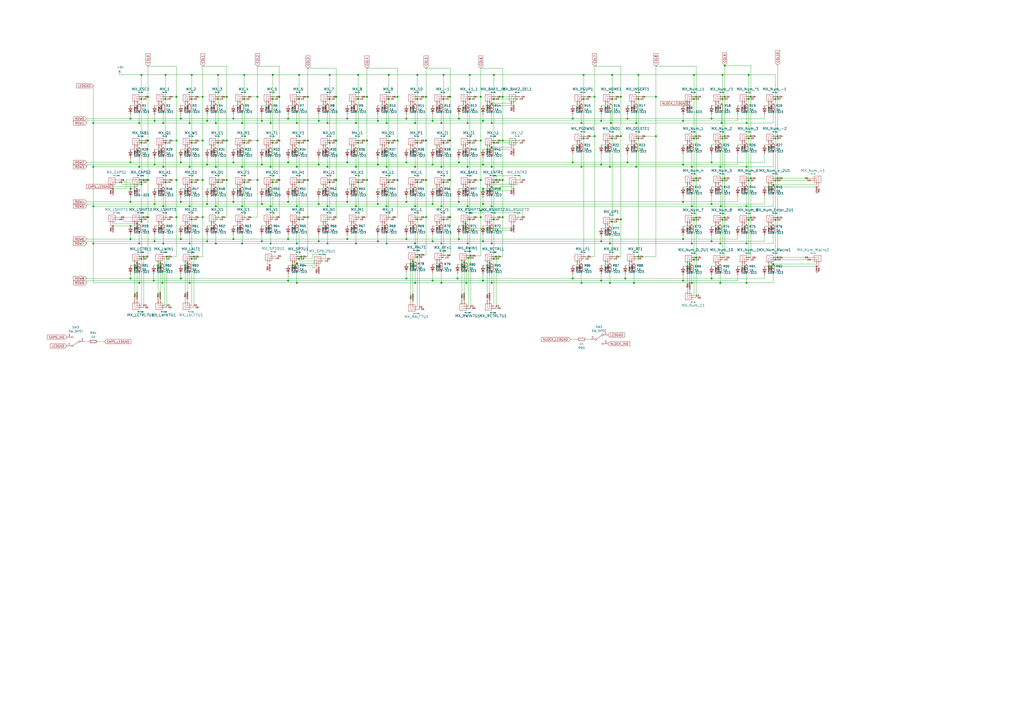
<source format=kicad_sch>
(kicad_sch (version 20211123) (generator eeschema)
  (paper "A2")
  (junction (at 268.732 131.064))
  (junction (at 91.694 153.924))
  (junction (at 89.662 70.104))
  (junction (at 400.05 153.162))
  (junction (at 285.242 71.374))
  (junction (at 235.712 161.544))
  (junction (at 242.062 82.804))
  (junction (at 75.692 117.094))
  (junction (at 261.112 56.134))
  (junction (at 82.042 43.434))
  (junction (at 269.24 152.146))
  (junction (at 348.742 162.814))
  (junction (at 83.312 125.984))
  (junction (at 291.592 104.394))
  (junction (at 242.062 127.254))
  (junction (at 270.002 129.794))
  (junction (at 108.712 152.654))
  (junction (at 449.834 57.404))
  (junction (at 224.282 141.224))
  (junction (at 94.742 141.224))
  (junction (at 396.24 162.814))
  (junction (at 417.83 164.084))
  (junction (at 238.252 152.908))
  (junction (at 396.24 95.504))
  (junction (at 418.592 71.374))
  (junction (at 149.352 56.134))
  (junction (at 291.592 56.134))
  (junction (at 102.362 104.394))
  (junction (at 380.492 78.994))
  (junction (at 278.892 104.394))
  (junction (at 332.232 161.544))
  (junction (at 75.692 161.544))
  (junction (at 191.262 105.664))
  (junction (at 419.1 104.648))
  (junction (at 184.912 95.504))
  (junction (at 191.262 57.404))
  (junction (at 250.952 162.814))
  (junction (at 256.032 96.774))
  (junction (at 111.252 105.664))
  (junction (at 102.362 56.134))
  (junction (at 195.072 56.134))
  (junction (at 271.272 141.224))
  (junction (at 120.142 95.504))
  (junction (at 140.462 119.634))
  (junction (at 80.772 71.374))
  (junction (at 111.252 127.254))
  (junction (at 219.202 70.104))
  (junction (at 82.042 82.804))
  (junction (at 54.102 119.634))
  (junction (at 446.024 154.432))
  (junction (at 94.742 71.374))
  (junction (at 206.502 96.774))
  (junction (at 271.78 149.606))
  (junction (at 151.892 118.364))
  (junction (at 412.75 94.234))
  (junction (at 282.702 86.614))
  (junction (at 225.552 105.664))
  (junction (at 230.632 56.134))
  (junction (at 135.382 94.234))
  (junction (at 75.692 94.234))
  (junction (at 94.742 119.634))
  (junction (at 434.34 80.264))
  (junction (at 201.422 138.684))
  (junction (at 370.332 43.434))
  (junction (at 448.564 107.188))
  (junction (at 131.572 56.134))
  (junction (at 109.982 71.374))
  (junction (at 75.692 138.684))
  (junction (at 402.59 80.264))
  (junction (at 85.852 104.394))
  (junction (at 89.662 95.504))
  (junction (at 167.132 162.814))
  (junction (at 396.24 138.684))
  (junction (at 80.772 141.224))
  (junction (at 285.242 119.634))
  (junction (at 178.562 56.134))
  (junction (at 225.552 43.434))
  (junction (at 278.892 125.984))
  (junction (at 109.982 141.224))
  (junction (at 402.59 57.404))
  (junction (at 261.112 125.984))
  (junction (at 96.012 57.404))
  (junction (at 219.202 139.954))
  (junction (at 270.51 164.084))
  (junction (at 125.222 141.224))
  (junction (at 140.462 71.374))
  (junction (at 167.132 94.234))
  (junction (at 239.522 151.638))
  (junction (at 272.542 57.404))
  (junction (at 338.582 80.264))
  (junction (at 94.234 164.084))
  (junction (at 173.482 57.404))
  (junction (at 117.602 104.394))
  (junction (at 250.952 95.504))
  (junction (at 178.562 104.394))
  (junction (at 435.61 103.378))
  (junction (at 353.822 164.084))
  (junction (at 417.83 96.774))
  (junction (at 257.302 57.404))
  (junction (at 167.132 117.094))
  (junction (at 172.212 141.224))
  (junction (at 337.312 71.374))
  (junction (at 355.092 57.404))
  (junction (at 435.61 126.238))
  (junction (at 338.582 43.434))
  (junction (at 420.37 78.994))
  (junction (at 280.162 95.504))
  (junction (at 265.43 161.544))
  (junction (at 85.852 56.134))
  (junction (at 195.072 104.394))
  (junction (at 225.552 82.804))
  (junction (at 189.992 96.774))
  (junction (at 235.712 68.834))
  (junction (at 418.084 119.634))
  (junction (at 369.062 96.774))
  (junction (at 184.912 70.104))
  (junction (at 120.142 139.954))
  (junction (at 353.822 96.774))
  (junction (at 363.982 94.234))
  (junction (at 126.492 43.434))
  (junction (at 158.242 82.804))
  (junction (at 271.272 119.634))
  (junction (at 398.78 154.432))
  (junction (at 360.172 78.994))
  (junction (at 173.482 150.114))
  (junction (at 412.75 161.544))
  (junction (at 271.272 96.774))
  (junction (at 286.512 150.114))
  (junction (at 131.572 81.534))
  (junction (at 82.042 127.254))
  (junction (at 266.192 94.234))
  (junction (at 261.112 81.534))
  (junction (at 92.964 152.654))
  (junction (at 75.692 109.474))
  (junction (at 201.422 68.834))
  (junction (at 173.482 82.804))
  (junction (at 286.512 57.404))
  (junction (at 206.502 71.374))
  (junction (at 212.852 81.534))
  (junction (at 219.202 95.504))
  (junction (at 403.86 103.378))
  (junction (at 280.162 70.104))
  (junction (at 285.242 164.084))
  (junction (at 235.712 138.684))
  (junction (at 195.072 81.534))
  (junction (at 412.75 68.834))
  (junction (at 360.172 127.254))
  (junction (at 225.552 57.404))
  (junction (at 79.502 152.654))
  (junction (at 285.242 85.344))
  (junction (at 247.142 125.984))
  (junction (at 282.702 153.924))
  (junction (at 266.192 68.834))
  (junction (at 173.482 127.254))
  (junction (at 420.37 126.238))
  (junction (at 158.242 43.434))
  (junction (at 82.042 105.664))
  (junction (at 140.462 96.774))
  (junction (at 79.502 129.794))
  (junction (at 285.242 59.944))
  (junction (at 54.102 96.774))
  (junction (at 449.834 104.648))
  (junction (at 332.232 94.234))
  (junction (at 141.732 43.434))
  (junction (at 271.272 71.374))
  (junction (at 111.252 43.434))
  (junction (at 206.502 141.224))
  (junction (at 189.992 71.374))
  (junction (at 207.772 57.404))
  (junction (at 272.542 123.444))
  (junction (at 278.892 56.134))
  (junction (at 272.542 82.804))
  (junction (at 172.212 164.084))
  (junction (at 240.792 119.634))
  (junction (at 172.212 152.654))
  (junction (at 162.052 81.534))
  (junction (at 272.542 43.434))
  (junction (at 419.1 43.434))
  (junction (at 403.86 78.994))
  (junction (at 135.382 138.684))
  (junction (at 448.564 153.162))
  (junction (at 80.772 96.774))
  (junction (at 256.032 119.634))
  (junction (at 207.772 105.664))
  (junction (at 82.042 128.524))
  (junction (at 401.32 119.634))
  (junction (at 75.692 131.064))
  (junction (at 120.142 118.364))
  (junction (at 266.192 138.684))
  (junction (at 151.892 139.954))
  (junction (at 360.172 56.134))
  (junction (at 162.052 56.134))
  (junction (at 206.502 119.634))
  (junction (at 96.012 105.664))
  (junction (at 257.302 105.664))
  (junction (at 201.422 94.234))
  (junction (at 278.892 122.174))
  (junction (at 89.154 162.814))
  (junction (at 167.132 138.684))
  (junction (at 111.252 82.804))
  (junction (at 151.892 70.104))
  (junction (at 207.772 82.804))
  (junction (at 172.212 71.374))
  (junction (at 156.972 96.774))
  (junction (at 117.602 125.984))
  (junction (at 250.952 139.954))
  (junction (at 247.142 56.134))
  (junction (at 96.012 82.804))
  (junction (at 212.852 104.394))
  (junction (at 402.59 43.434))
  (junction (at 158.242 57.404))
  (junction (at 367.792 164.084))
  (junction (at 140.462 141.224))
  (junction (at 111.252 150.114))
  (junction (at 224.282 71.374))
  (junction (at 257.302 127.254))
  (junction (at 184.912 118.364))
  (junction (at 380.492 56.134))
  (junction (at 141.732 57.404))
  (junction (at 242.062 105.664))
  (junction (at 224.282 119.634))
  (junction (at 126.492 105.664))
  (junction (at 102.362 81.534))
  (junction (at 184.912 139.954))
  (junction (at 156.972 141.224))
  (junction (at 363.982 68.834))
  (junction (at 420.37 103.378))
  (junction (at 370.332 57.404))
  (junction (at 266.192 117.094))
  (junction (at 235.712 94.234))
  (junction (at 104.902 138.684))
  (junction (at 104.902 117.094))
  (junction (at 240.792 71.374))
  (junction (at 256.032 141.224))
  (junction (at 191.262 82.804))
  (junction (at 355.092 80.264))
  (junction (at 433.07 164.084))
  (junction (at 280.162 118.364))
  (junction (at 273.05 148.336))
  (junction (at 449.834 150.622))
  (junction (at 85.852 81.534))
  (junction (at 396.24 70.104))
  (junction (at 451.104 103.378))
  (junction (at 355.092 43.434))
  (junction (at 178.562 81.534))
  (junction (at 83.312 104.394))
  (junction (at 419.1 57.404))
  (junction (at 174.752 148.844))
  (junction (at 280.162 162.814))
  (junction (at 243.332 147.828))
  (junction (at 257.302 82.804))
  (junction (at 242.062 43.434))
  (junction (at 332.232 68.834))
  (junction (at 240.792 164.084))
  (junction (at 451.104 149.352))
  (junction (at 370.332 80.264))
  (junction (at 403.86 126.238))
  (junction (at 151.892 95.504))
  (junction (at 354.33 71.374))
  (junction (at 412.75 118.364))
  (junction (at 104.902 68.834))
  (junction (at 149.352 81.534))
  (junction (at 355.092 128.524))
  (junction (at 282.702 61.214))
  (junction (at 402.59 104.648))
  (junction (at 117.602 81.534))
  (junction (at 207.772 43.434))
  (junction (at 242.062 57.404))
  (junction (at 247.142 81.534))
  (junction (at 191.262 43.434))
  (junction (at 403.86 56.134))
  (junction (at 433.07 141.224))
  (junction (at 89.662 118.364))
  (junction (at 291.592 125.984))
  (junction (at 82.042 106.934))
  (junction (at 126.492 82.804))
  (junction (at 272.542 127.254))
  (junction (at 172.212 119.634))
  (junction (at 337.312 164.084))
  (junction (at 420.37 56.134))
  (junction (at 125.222 71.374))
  (junction (at 348.742 70.104))
  (junction (at 344.932 56.134))
  (junction (at 178.562 125.984))
  (junction (at 156.972 71.374))
  (junction (at 449.834 80.264))
  (junction (at 75.692 68.834))
  (junction (at 285.242 96.774))
  (junction (at 135.382 68.834))
  (junction (at 419.1 80.264))
  (junction (at 272.542 105.664))
  (junction (at 433.07 119.634))
  (junction (at 135.382 117.094))
  (junction (at 126.492 57.404))
  (junction (at 169.672 153.924))
  (junction (at 80.772 164.084))
  (junction (at 96.774 148.844))
  (junction (at 109.982 96.774))
  (junction (at 83.312 148.844))
  (junction (at 433.07 96.774))
  (junction (at 158.242 105.664))
  (junction (at 420.37 38.1))
  (junction (at 111.252 57.404))
  (junction (at 78.232 153.924))
  (junction (at 291.592 81.534))
  (junction (at 102.362 125.984))
  (junction (at 167.132 68.834))
  (junction (at 107.442 153.924))
  (junction (at 256.032 164.084))
  (junction (at 419.1 127.508))
  (junction (at 435.61 56.134))
  (junction (at 451.104 78.994))
  (junction (at 104.902 161.544))
  (junction (at 96.012 43.434))
  (junction (at 370.332 148.844))
  (junction (at 283.972 152.654))
  (junction (at 435.61 78.994))
  (junction (at 85.852 125.984))
  (junction (at 219.202 118.364))
  (junction (at 396.24 117.094))
  (junction (at 401.32 141.224))
  (junction (at 403.86 149.352))
  (junction (at 348.742 95.504))
  (junction (at 337.312 96.774))
  (junction (at 156.972 119.634))
  (junction (at 120.142 70.104))
  (junction (at 451.104 126.238))
  (junction (at 446.024 108.458))
  (junction (at 141.732 82.804))
  (junction (at 54.102 141.224))
  (junction (at 82.042 57.404))
  (junction (at 172.212 96.774))
  (junction (at 287.782 104.394))
  (junction (at 125.222 96.774))
  (junction (at 54.102 71.374))
  (junction (at 250.952 70.104))
  (junction (at 267.97 153.416))
  (junction (at 257.302 43.434))
  (junction (at 261.112 104.394))
  (junction (at 280.162 139.954))
  (junction (at 189.992 141.224))
  (junction (at 434.34 127.508))
  (junction (at 230.632 81.534))
  (junction (at 285.242 141.224))
  (junction (at 117.602 56.134))
  (junction (at 449.834 127.508))
  (junction (at 402.59 150.622))
  (junction (at 401.32 96.774))
  (junction (at 433.07 71.374))
  (junction (at 242.062 149.098))
  (junction (at 173.482 105.664))
  (junction (at 104.902 94.234))
  (junction (at 348.742 139.954))
  (junction (at 141.732 105.664))
  (junction (at 286.512 127.254))
  (junction (at 173.482 43.434))
  (junction (at 112.522 148.844))
  (junction (at 369.062 71.374))
  (junction (at 353.822 141.224))
  (junction (at 286.512 43.434))
  (junction (at 344.932 78.994))
  (junction (at 224.282 96.774))
  (junction (at 401.32 164.084))
  (junction (at 286.512 82.804))
  (junction (at 189.992 119.634))
  (junction (at 162.052 104.394))
  (junction (at 402.59 127.508))
  (junction (at 338.582 57.404))
  (junction (at 417.83 141.224))
  (junction (at 109.982 164.084))
  (junction (at 94.742 96.774))
  (junction (at 451.104 56.134))
  (junction (at 240.792 96.774))
  (junction (at 131.572 104.394))
  (junction (at 201.422 117.094))
  (junction (at 250.952 118.364))
  (junction (at 287.782 148.844))
  (junction (at 286.512 105.664))
  (junction (at 434.34 43.434))
  (junction (at 212.852 56.134))
  (junction (at 89.662 139.954))
  (junction (at 434.34 104.648))
  (junction (at 240.792 141.224))
  (junction (at 82.042 150.114))
  (junction (at 247.142 104.394))
  (junction (at 280.162 109.474))
  (junction (at 285.242 108.204))
  (junction (at 109.982 119.634))
  (junction (at 125.222 119.634))
  (junction (at 362.712 161.544))
  (junction (at 278.892 81.534))
  (junction (at 235.712 117.094))
  (junction (at 412.75 139.954))
  (junction (at 434.34 57.404))
  (junction (at 230.632 104.394))
  (junction (at 149.352 104.394))
  (junction (at 256.032 71.374))
  (wire (pts (xy 212.852 125.984) (xy 209.042 125.984)))
  (wire (pts (xy 140.462 134.874) (xy 140.462 141.224)))
  (wire (pts (xy 256.032 108.204) (xy 254.762 108.204)))
  (wire (pts (xy 104.902 61.214) (xy 107.442 61.214)))
  (wire (pts (xy 427.99 61.214) (xy 430.53 61.214)))
  (wire (pts (xy 70.612 106.934) (xy 82.042 106.934)))
  (wire (pts (xy 141.732 127.254) (xy 141.732 105.664)))
  (wire (pts (xy 50.292 119.634) (xy 50.292 118.364)))
  (wire (pts (xy 82.042 57.404) (xy 82.042 82.804)))
  (wire (pts (xy 151.892 114.554) (xy 151.892 118.364)))
  (wire (pts (xy 125.222 85.344) (xy 123.952 85.344)))
  (wire (pts (xy 287.782 101.854) (xy 287.782 104.394)))
  (wire (pts (xy 89.662 139.954) (xy 120.142 139.954)))
  (wire (pts (xy 95.504 150.114) (xy 95.504 177.038)))
  (wire (pts (xy 256.032 119.634) (xy 240.792 119.634)))
  (wire (pts (xy 225.552 127.254) (xy 225.552 105.664)))
  (wire (pts (xy 71.882 128.524) (xy 82.042 128.524)))
  (wire (pts (xy 266.192 68.834) (xy 332.232 68.834)))
  (wire (pts (xy 127.762 81.534) (xy 131.572 81.534)))
  (wire (pts (xy 89.662 118.364) (xy 120.142 118.364)))
  (wire (pts (xy 396.24 95.504) (xy 396.24 89.154)))
  (wire (pts (xy 50.292 164.084) (xy 50.292 162.814)))
  (wire (pts (xy 434.34 104.648) (xy 434.34 127.508)))
  (wire (pts (xy 109.982 90.424) (xy 109.982 96.774)))
  (wire (pts (xy 75.692 68.834) (xy 104.902 68.834)))
  (wire (pts (xy 282.702 86.614) (xy 280.162 86.614)))
  (wire (pts (xy 141.732 82.804) (xy 141.732 57.404)))
  (wire (pts (xy 401.32 158.242) (xy 401.32 164.084)))
  (wire (pts (xy 332.232 161.544) (xy 362.712 161.544)))
  (wire (pts (xy 243.332 125.984) (xy 247.142 125.984)))
  (wire (pts (xy 83.312 104.394) (xy 85.852 104.394)))
  (wire (pts (xy 109.982 96.774) (xy 94.742 96.774)))
  (wire (pts (xy 271.272 119.634) (xy 285.242 119.634)))
  (wire (pts (xy 187.452 131.064) (xy 184.912 131.064)))
  (wire (pts (xy 83.312 81.534) (xy 85.852 81.534)))
  (wire (pts (xy 226.822 104.394) (xy 230.632 104.394)))
  (wire (pts (xy 278.892 148.336) (xy 273.05 148.336)))
  (wire (pts (xy 126.492 43.434) (xy 111.252 43.434)))
  (wire (pts (xy 122.682 131.064) (xy 120.142 131.064)))
  (wire (pts (xy 54.102 119.634) (xy 54.102 141.224)))
  (wire (pts (xy 268.732 86.614) (xy 266.192 86.614)))
  (wire (pts (xy 240.792 71.374) (xy 224.282 71.374)))
  (wire (pts (xy 140.462 65.024) (xy 140.462 71.374)))
  (wire (pts (xy 367.792 164.084) (xy 401.32 164.084)))
  (wire (pts (xy 107.442 153.924) (xy 107.442 173.228)))
  (wire (pts (xy 206.502 90.424) (xy 206.502 96.774)))
  (wire (pts (xy 434.34 57.404) (xy 434.34 80.264)))
  (wire (pts (xy 353.822 141.224) (xy 401.32 141.224)))
  (wire (pts (xy 419.1 57.404) (xy 419.1 80.264)))
  (wire (pts (xy 167.132 61.214) (xy 169.672 61.214)))
  (wire (pts (xy 162.052 81.534) (xy 162.052 104.394)))
  (wire (pts (xy 447.294 82.804) (xy 448.564 82.804)))
  (wire (pts (xy 443.484 66.294) (xy 443.484 68.834)))
  (wire (pts (xy 271.272 90.424) (xy 271.272 96.774)))
  (wire (pts (xy 167.132 162.814) (xy 250.952 162.814)))
  (wire (pts (xy 367.792 82.804) (xy 369.062 82.804)))
  (wire (pts (xy 427.99 108.458) (xy 430.53 108.458)))
  (wire (pts (xy 242.062 57.404) (xy 242.062 82.804)))
  (wire (pts (xy 339.852 56.134) (xy 344.932 56.134)))
  (wire (pts (xy 338.582 150.114) (xy 338.582 80.264)))
  (wire (pts (xy 195.072 81.534) (xy 195.072 104.394)))
  (wire (pts (xy 261.112 81.534) (xy 261.112 104.394)))
  (wire (pts (xy 109.982 164.084) (xy 172.212 164.084)))
  (wire (pts (xy 239.522 108.204) (xy 240.792 108.204)))
  (wire (pts (xy 348.742 61.214) (xy 351.282 61.214)))
  (wire (pts (xy 290.322 108.204) (xy 290.322 109.474)))
  (wire (pts (xy 396.24 138.684) (xy 427.99 138.684)))
  (wire (pts (xy 154.432 131.064) (xy 151.892 131.064)))
  (wire (pts (xy 412.75 161.544) (xy 443.484 161.544)))
  (wire (pts (xy 280.162 110.744) (xy 280.162 109.474)))
  (wire (pts (xy 224.282 113.284) (xy 224.282 119.634)))
  (wire (pts (xy 419.1 80.264) (xy 419.1 104.648)))
  (wire (pts (xy 271.272 141.224) (xy 285.242 141.224)))
  (wire (pts (xy 78.232 153.924) (xy 78.232 173.228)))
  (wire (pts (xy 120.142 91.694) (xy 120.142 95.504)))
  (wire (pts (xy 283.972 152.654) (xy 285.242 152.654)))
  (wire (pts (xy 247.142 39.624) (xy 261.112 39.624)))
  (wire (pts (xy 270.51 157.226) (xy 270.51 164.084)))
  (wire (pts (xy 89.662 91.694) (xy 89.662 95.504)))
  (wire (pts (xy 112.522 125.984) (xy 117.602 125.984)))
  (wire (pts (xy 301.752 125.984) (xy 303.022 125.984)))
  (wire (pts (xy 195.072 39.624) (xy 195.072 56.134)))
  (wire (pts (xy 111.252 82.804) (xy 111.252 105.664)))
  (wire (pts (xy 443.484 108.458) (xy 446.024 108.458)))
  (wire (pts (xy 89.154 162.814) (xy 167.132 162.814)))
  (wire (pts (xy 348.742 70.104) (xy 396.24 70.104)))
  (wire (pts (xy 125.222 141.224) (xy 140.462 141.224)))
  (wire (pts (xy 278.892 39.624) (xy 291.592 39.624)))
  (wire (pts (xy 209.042 81.534) (xy 212.852 81.534)))
  (wire (pts (xy 158.242 43.434) (xy 158.242 57.404)))
  (wire (pts (xy 151.892 136.144) (xy 151.892 139.954)))
  (wire (pts (xy 80.772 152.654) (xy 79.502 152.654)))
  (wire (pts (xy 82.042 128.524) (xy 82.042 150.114)))
  (wire (pts (xy 420.37 126.238) (xy 420.37 149.352)))
  (wire (pts (xy 102.362 56.134) (xy 102.362 81.534)))
  (wire (pts (xy 172.212 119.634) (xy 156.972 119.634)))
  (wire (pts (xy 427.99 154.432) (xy 430.53 154.432)))
  (wire (pts (xy 50.292 95.504) (xy 89.662 95.504)))
  (wire (pts (xy 448.564 141.224) (xy 448.564 135.128)))
  (wire (pts (xy 107.442 86.614) (xy 104.902 86.614)))
  (wire (pts (xy 435.61 56.134) (xy 435.61 78.994)))
  (wire (pts (xy 449.834 104.648) (xy 449.834 127.508)))
  (wire (pts (xy 111.252 43.434) (xy 111.252 57.404)))
  (wire (pts (xy 50.292 161.544) (xy 75.692 161.544)))
  (wire (pts (xy 242.062 149.098) (xy 242.062 178.054)))
  (wire (pts (xy 447.294 107.188) (xy 448.564 107.188)))
  (wire (pts (xy 111.252 105.664) (xy 111.252 127.254)))
  (wire (pts (xy 206.502 85.344) (xy 205.232 85.344)))
  (wire (pts (xy 126.492 82.804) (xy 126.492 105.664)))
  (wire (pts (xy 219.202 109.474) (xy 221.742 109.474)))
  (wire (pts (xy 201.422 114.554) (xy 201.422 117.094)))
  (wire (pts (xy 75.692 109.474) (xy 75.692 105.664)))
  (wire (pts (xy 369.062 71.374) (xy 354.33 71.374)))
  (wire (pts (xy 280.162 95.504) (xy 348.742 95.504)))
  (wire (pts (xy 348.742 95.504) (xy 396.24 95.504)))
  (wire (pts (xy 104.902 138.684) (xy 135.382 138.684)))
  (wire (pts (xy 240.792 119.634) (xy 224.282 119.634)))
  (wire (pts (xy 140.462 129.794) (xy 139.192 129.794)))
  (wire (pts (xy 348.742 139.954) (xy 412.75 139.954)))
  (wire (pts (xy 418.592 65.024) (xy 418.592 71.374)))
  (wire (pts (xy 192.532 125.984) (xy 195.072 125.984)))
  (wire (pts (xy 102.362 104.394) (xy 102.362 125.984)))
  (wire (pts (xy 139.192 108.204) (xy 140.462 108.204)))
  (wire (pts (xy 348.742 95.504) (xy 348.742 89.154)))
  (wire (pts (xy 174.752 104.394) (xy 178.562 104.394)))
  (wire (pts (xy 125.222 71.374) (xy 109.982 71.374)))
  (wire (pts (xy 117.602 148.844) (xy 112.522 148.844)))
  (wire (pts (xy 247.142 104.394) (xy 247.142 125.984)))
  (wire (pts (xy 207.772 57.404) (xy 207.772 43.434)))
  (wire (pts (xy 54.102 141.224) (xy 54.102 164.084)))
  (wire (pts (xy 151.892 118.364) (xy 184.912 118.364)))
  (wire (pts (xy 206.502 65.024) (xy 206.502 71.374)))
  (wire (pts (xy 206.502 71.374) (xy 189.992 71.374)))
  (wire (pts (xy 367.792 157.734) (xy 367.792 164.084)))
  (wire (pts (xy 205.232 59.944) (xy 206.502 59.944)))
  (wire (pts (xy 291.592 56.134) (xy 291.592 81.534)))
  (wire (pts (xy 287.782 56.134) (xy 291.592 56.134)))
  (wire (pts (xy 266.192 117.094) (xy 266.192 114.554)))
  (wire (pts (xy 54.102 96.774) (xy 54.102 119.634)))
  (wire (pts (xy 189.992 85.344) (xy 188.722 85.344)))
  (wire (pts (xy 135.382 136.144) (xy 135.382 138.684)))
  (wire (pts (xy 266.192 109.474) (xy 268.732 109.474)))
  (wire (pts (xy 85.852 125.984) (xy 85.852 148.844)))
  (wire (pts (xy 339.852 196.85) (xy 342.392 196.85)))
  (wire (pts (xy 50.292 96.774) (xy 50.292 95.504)))
  (wire (pts (xy 85.852 81.534) (xy 85.852 104.394)))
  (wire (pts (xy 435.61 78.994) (xy 435.61 103.378)))
  (wire (pts (xy 167.132 153.924) (xy 169.672 153.924)))
  (wire (pts (xy 278.892 81.534) (xy 278.892 104.394)))
  (wire (pts (xy 396.24 154.432) (xy 398.78 154.432)))
  (wire (pts (xy 80.772 141.224) (xy 94.742 141.224)))
  (wire (pts (xy 332.232 84.074) (xy 334.772 84.074)))
  (wire (pts (xy 135.382 94.234) (xy 167.132 94.234)))
  (wire (pts (xy 50.292 138.684) (xy 75.692 138.684)))
  (wire (pts (xy 235.712 109.474) (xy 238.252 109.474)))
  (wire (pts (xy 451.104 78.994) (xy 451.104 103.378)))
  (wire (pts (xy 80.772 65.024) (xy 80.772 71.374)))
  (wire (pts (xy 201.422 117.094) (xy 235.712 117.094)))
  (wire (pts (xy 50.292 118.364) (xy 89.662 118.364)))
  (wire (pts (xy 235.712 152.908) (xy 238.252 152.908)))
  (wire (pts (xy 203.962 86.614) (xy 201.422 86.614)))
  (wire (pts (xy 300.482 106.934) (xy 285.242 106.934)))
  (wire (pts (xy 235.712 157.988) (xy 235.712 161.544)))
  (wire (pts (xy 301.752 104.394) (xy 301.752 101.854)))
  (wire (pts (xy 104.902 159.004) (xy 104.902 161.544)))
  (wire (pts (xy 362.712 159.004) (xy 362.712 161.544)))
  (wire (pts (xy 182.372 153.924) (xy 184.912 153.924)))
  (wire (pts (xy 271.272 71.374) (xy 256.032 71.374)))
  (wire (pts (xy 286.512 82.804) (xy 286.512 105.664)))
  (wire (pts (xy 400.05 153.162) (xy 400.05 168.91)))
  (wire (pts (xy 126.492 105.664) (xy 126.492 127.254)))
  (wire (pts (xy 420.37 103.378) (xy 420.37 126.238)))
  (wire (pts (xy 230.632 125.984) (xy 226.822 125.984)))
  (wire (pts (xy 172.212 90.424) (xy 172.212 96.774)))
  (wire (pts (xy 434.34 43.434) (xy 434.34 57.404)))
  (wire (pts (xy 443.484 84.074) (xy 446.024 84.074)))
  (wire (pts (xy 401.32 87.884) (xy 401.32 96.774)))
  (wire (pts (xy 131.572 81.534) (xy 131.572 104.394)))
  (wire (pts (xy 261.112 39.624) (xy 261.112 56.134)))
  (wire (pts (xy 401.32 135.128) (xy 401.32 141.224)))
  (wire (pts (xy 223.012 59.944) (xy 224.282 59.944)))
  (wire (pts (xy 266.192 138.684) (xy 396.24 138.684)))
  (wire (pts (xy 192.532 81.534) (xy 195.072 81.534)))
  (wire (pts (xy 356.362 127.254) (xy 360.172 127.254)))
  (wire (pts (xy 257.302 105.664) (xy 257.302 127.254)))
  (wire (pts (xy 172.212 96.774) (xy 189.992 96.774)))
  (wire (pts (xy 89.662 109.474) (xy 92.202 109.474)))
  (wire (pts (xy 104.902 68.834) (xy 135.382 68.834)))
  (wire (pts (xy 71.882 104.394) (xy 69.342 104.394)))
  (wire (pts (xy 366.522 152.654) (xy 367.792 152.654)))
  (wire (pts (xy 348.742 132.334) (xy 351.282 132.334)))
  (wire (pts (xy 291.592 81.534) (xy 291.592 104.394)))
  (wire (pts (xy 189.992 113.284) (xy 189.992 119.634)))
  (wire (pts (xy 242.062 43.434) (xy 242.062 57.404)))
  (wire (pts (xy 433.07 119.634) (xy 448.564 119.634)))
  (wire (pts (xy 451.104 37.846) (xy 451.104 56.134)))
  (wire (pts (xy 443.484 131.318) (xy 446.024 131.318)))
  (wire (pts (xy 96.012 43.434) (xy 96.012 57.404)))
  (wire (pts (xy 167.132 94.234) (xy 201.422 94.234)))
  (wire (pts (xy 143.002 104.394) (xy 149.352 104.394)))
  (wire (pts (xy 201.422 91.694) (xy 201.422 94.234)))
  (wire (pts (xy 396.24 131.318) (xy 398.78 131.318)))
  (wire (pts (xy 240.792 96.774) (xy 256.032 96.774)))
  (wire (pts (xy 94.742 141.224) (xy 109.982 141.224)))
  (wire (pts (xy 219.202 139.954) (xy 250.952 139.954)))
  (wire (pts (xy 172.212 96.774) (xy 156.972 96.774)))
  (wire (pts (xy 396.24 84.074) (xy 398.78 84.074)))
  (wire (pts (xy 356.362 78.994) (xy 360.172 78.994)))
  (wire (pts (xy 64.262 131.064) (xy 75.692 131.064)))
  (wire (pts (xy 427.99 117.094) (xy 427.99 113.538)))
  (wire (pts (xy 448.564 71.374) (xy 448.564 65.024)))
  (wire (pts (xy 420.37 56.134) (xy 420.37 78.994)))
  (wire (pts (xy 120.142 139.954) (xy 151.892 139.954)))
  (wire (pts (xy 272.542 82.804) (xy 272.542 105.664)))
  (wire (pts (xy 135.382 117.094) (xy 167.132 117.094)))
  (wire (pts (xy 250.952 139.954) (xy 280.162 139.954)))
  (wire (pts (xy 219.202 61.214) (xy 221.742 61.214)))
  (wire (pts (xy 291.592 125.984) (xy 291.592 148.844)))
  (wire (pts (xy 301.752 101.854) (xy 287.782 101.854)))
  (wire (pts (xy 75.692 138.684) (xy 104.902 138.684)))
  (wire (pts (xy 104.902 153.924) (xy 107.442 153.924)))
  (wire (pts (xy 224.282 141.224) (xy 240.792 141.224)))
  (wire (pts (xy 370.332 150.114) (xy 369.062 150.114)))
  (wire (pts (xy 93.472 108.204) (xy 94.742 108.204)))
  (wire (pts (xy 167.132 117.094) (xy 201.422 117.094)))
  (wire (pts (xy 201.422 61.214) (xy 203.962 61.214)))
  (wire (pts (xy 433.07 158.242) (xy 433.07 164.084)))
  (wire (pts (xy 258.572 104.394) (xy 261.112 104.394)))
  (wire (pts (xy 412.75 84.074) (xy 415.29 84.074)))
  (wire (pts (xy 224.282 65.024) (xy 224.282 71.374)))
  (wire (pts (xy 286.512 150.114) (xy 286.512 177.546)))
  (wire (pts (xy 402.59 80.264) (xy 402.59 104.648)))
  (wire (pts (xy 143.002 81.534) (xy 149.352 81.534)))
  (wire (pts (xy 431.8 153.162) (xy 433.07 153.162)))
  (wire (pts (xy 126.492 43.434) (xy 126.492 57.404)))
  (wire (pts (xy 402.59 57.404) (xy 402.59 80.264)))
  (wire (pts (xy 221.742 131.064) (xy 219.202 131.064)))
  (wire (pts (xy 257.302 57.404) (xy 257.302 82.804)))
  (wire (pts (xy 254.762 151.892) (xy 256.032 151.892)))
  (wire (pts (xy 396.24 162.814) (xy 427.99 162.814)))
  (wire (pts (xy 219.202 114.554) (xy 219.202 118.364)))
  (wire (pts (xy 120.142 136.144) (xy 120.142 139.954)))
  (wire (pts (xy 443.484 118.364) (xy 443.484 113.538)))
  (wire (pts (xy 271.78 149.606) (xy 271.78 177.546)))
  (wire (pts (xy 380.492 78.994) (xy 380.492 148.844)))
  (wire (pts (xy 188.722 108.204) (xy 189.992 108.204)))
  (wire (pts (xy 102.362 125.984) (xy 97.282 125.984)))
  (wire (pts (xy 344.932 78.994) (xy 344.932 148.844)))
  (wire (pts (xy 201.422 66.294) (xy 201.422 68.834)))
  (wire (pts (xy 273.812 125.984) (xy 278.892 125.984)))
  (wire (pts (xy 416.56 153.162) (xy 417.83 153.162)))
  (wire (pts (xy 353.822 96.774) (xy 369.062 96.774)))
  (wire (pts (xy 93.472 59.944) (xy 94.742 59.944)))
  (wire (pts (xy 296.672 110.744) (xy 280.162 110.744)))
  (wire (pts (xy 242.062 43.434) (xy 225.552 43.434)))
  (wire (pts (xy 370.332 43.434) (xy 402.59 43.434)))
  (wire (pts (xy 135.382 109.474) (xy 137.922 109.474)))
  (wire (pts (xy 348.742 159.004) (xy 348.742 162.814)))
  (wire (pts (xy 151.892 139.954) (xy 184.912 139.954)))
  (wire (pts (xy 154.432 86.614) (xy 151.892 86.614)))
  (wire (pts (xy 296.672 131.064) (xy 296.672 132.334)))
  (wire (pts (xy 131.572 104.394) (xy 131.572 125.984)))
  (wire (pts (xy 219.202 95.504) (xy 250.952 95.504)))
  (wire (pts (xy 73.152 104.394) (xy 83.312 104.394)))
  (wire (pts (xy 111.252 43.434) (xy 96.012 43.434)))
  (wire (pts (xy 219.202 118.364) (xy 250.952 118.364)))
  (wire (pts (xy 334.772 196.85) (xy 330.962 196.85)))
  (wire (pts (xy 94.234 157.734) (xy 94.234 164.084)))
  (wire (pts (xy 170.942 108.204) (xy 172.212 108.204)))
  (wire (pts (xy 235.712 117.094) (xy 266.192 117.094)))
  (wire (pts (xy 336.042 152.654) (xy 337.312 152.654)))
  (wire (pts (xy 94.742 113.284) (xy 94.742 119.634)))
  (wire (pts (xy 344.932 38.354) (xy 344.932 56.134)))
  (wire (pts (xy 280.162 109.474) (xy 282.702 109.474)))
  (wire (pts (xy 50.292 141.224) (xy 50.292 139.954)))
  (wire (pts (xy 253.492 86.614) (xy 250.952 86.614)))
  (wire (pts (xy 250.952 158.242) (xy 250.952 162.814)))
  (wire (pts (xy 109.982 113.284) (xy 109.982 119.634)))
  (wire (pts (xy 353.822 141.224) (xy 285.242 141.224)))
  (wire (pts (xy 278.892 125.984) (xy 278.892 148.336)))
  (wire (pts (xy 412.75 131.318) (xy 415.29 131.318)))
  (wire (pts (xy 363.982 68.834) (xy 412.75 68.834)))
  (wire (pts (xy 301.752 81.534) (xy 291.592 81.534)))
  (wire (pts (xy 427.99 95.504) (xy 427.99 89.154)))
  (wire (pts (xy 272.542 149.606) (xy 271.78 149.606)))
  (wire (pts (xy 173.482 105.664) (xy 173.482 82.804)))
  (wire (pts (xy 125.222 90.424) (xy 125.222 96.774)))
  (wire (pts (xy 412.75 139.954) (xy 443.484 139.954)))
  (wire (pts (xy 280.162 136.144) (xy 280.162 139.954)))
  (wire (pts (xy 287.782 104.394) (xy 291.592 104.394)))
  (wire (pts (xy 120.142 70.104) (xy 151.892 70.104)))
  (wire (pts (xy 109.982 129.794) (xy 108.712 129.794)))
  (wire (pts (xy 206.502 113.284) (xy 206.502 119.634)))
  (wire (pts (xy 239.522 59.944) (xy 240.792 59.944)))
  (wire (pts (xy 155.702 108.204) (xy 156.972 108.204)))
  (wire (pts (xy 266.192 94.234) (xy 332.232 94.234)))
  (wire (pts (xy 416.56 107.188) (xy 418.084 107.188)))
  (wire (pts (xy 82.042 82.804) (xy 82.042 105.664)))
  (wire (pts (xy 140.462 113.284) (xy 140.462 119.634)))
  (wire (pts (xy 201.422 68.834) (xy 235.712 68.834)))
  (wire (pts (xy 348.742 153.924) (xy 351.282 153.924)))
  (wire (pts (xy 111.252 57.404) (xy 111.252 82.804)))
  (wire (pts (xy 221.742 86.614) (xy 219.202 86.614)))
  (wire (pts (xy 285.242 134.874) (xy 285.242 141.224)))
  (wire (pts (xy 297.942 85.344) (xy 285.242 85.344)))
  (wire (pts (xy 158.242 82.804) (xy 158.242 105.664)))
  (wire (pts (xy 104.902 136.144) (xy 104.902 138.684)))
  (wire (pts (xy 181.102 155.194) (xy 183.642 155.194)))
  (wire (pts (xy 139.192 59.944) (xy 140.462 59.944)))
  (wire (pts (xy 109.982 119.634) (xy 94.742 119.634)))
  (wire (pts (xy 257.302 43.434) (xy 242.062 43.434)))
  (wire (pts (xy 417.83 141.224) (xy 433.07 141.224)))
  (wire (pts (xy 412.75 94.234) (xy 443.484 94.234)))
  (wire (pts (xy 162.052 38.354) (xy 162.052 56.134)))
  (wire (pts (xy 261.112 148.082) (xy 258.572 148.082)))
  (wire (pts (xy 355.092 80.264) (xy 355.092 128.524)))
  (wire (pts (xy 348.742 139.954) (xy 348.742 137.414)))
  (wire (pts (xy 280.162 70.104) (xy 348.742 70.104)))
  (wire (pts (xy 109.982 85.344) (xy 108.712 85.344)))
  (wire (pts (xy 337.312 87.884) (xy 337.312 96.774)))
  (wire (pts (xy 449.834 127.508) (xy 449.834 150.622)))
  (wire (pts (xy 235.712 91.694) (xy 235.712 94.234)))
  (wire (pts (xy 172.212 129.794) (xy 170.942 129.794)))
  (wire (pts (xy 338.582 57.404) (xy 338.582 43.434)))
  (wire (pts (xy 447.294 153.162) (xy 448.564 153.162)))
  (wire (pts (xy 141.732 105.664) (xy 141.732 82.804)))
  (wire (pts (xy 449.834 57.404) (xy 449.834 80.264)))
  (wire (pts (xy 247.142 125.984) (xy 247.142 147.828)))
  (wire (pts (xy 265.43 158.496) (xy 265.43 161.544)))
  (wire (pts (xy 296.672 109.474) (xy 296.672 110.744)))
  (wire (pts (xy 189.992 96.774) (xy 206.502 96.774)))
  (wire (pts (xy 235.712 66.294) (xy 235.712 68.834)))
  (wire (pts (xy 268.732 132.334) (xy 268.732 131.064)))
  (wire (pts (xy 158.242 43.434) (xy 141.732 43.434)))
  (wire (pts (xy 209.042 104.394) (xy 212.852 104.394)))
  (wire (pts (xy 140.462 85.344) (xy 139.192 85.344)))
  (wire (pts (xy 172.212 164.084) (xy 240.792 164.084)))
  (wire (pts (xy 396.24 70.104) (xy 427.99 70.104)))
  (wire (pts (xy 451.104 103.378) (xy 451.104 126.238)))
  (wire (pts (xy 135.382 138.684) (xy 167.132 138.684)))
  (wire (pts (xy 96.012 43.434) (xy 82.042 43.434)))
  (wire (pts (xy 135.382 114.554) (xy 135.382 117.094)))
  (wire (pts (xy 173.482 127.254) (xy 173.482 105.664)))
  (wire (pts (xy 54.102 141.224) (xy 80.772 141.224)))
  (wire (pts (xy 189.992 141.224) (xy 206.502 141.224)))
  (wire (pts (xy 195.072 56.134) (xy 195.072 81.534)))
  (wire (pts (xy 156.972 134.874) (xy 156.972 141.224)))
  (wire (pts (xy 240.792 141.224) (xy 256.032 141.224)))
  (wire (pts (xy 104.902 94.234) (xy 135.382 94.234)))
  (wire (pts (xy 336.042 82.804) (xy 337.312 82.804)))
  (wire (pts (xy 354.33 71.374) (xy 337.312 71.374)))
  (wire (pts (xy 401.32 164.084) (xy 417.83 164.084)))
  (wire (pts (xy 353.822 87.884) (xy 353.822 96.774)))
  (wire (pts (xy 271.272 134.874) (xy 271.272 141.224)))
  (wire (pts (xy 123.952 59.944) (xy 125.222 59.944)))
  (wire (pts (xy 203.962 131.064) (xy 201.422 131.064)))
  (wire (pts (xy 50.292 71.374) (xy 50.292 70.104)))
  (wire (pts (xy 181.102 147.574) (xy 188.722 147.574)))
  (wire (pts (xy 156.972 96.774) (xy 140.462 96.774)))
  (wire (pts (xy 336.042 59.944) (xy 337.312 59.944)))
  (wire (pts (xy 94.742 119.634) (xy 54.102 119.634)))
  (wire (pts (xy 369.062 96.774) (xy 401.32 96.774)))
  (wire (pts (xy 131.572 38.354) (xy 131.572 56.134)))
  (wire (pts (xy 89.662 136.144) (xy 89.662 139.954)))
  (wire (pts (xy 184.912 118.364) (xy 219.202 118.364)))
  (wire (pts (xy 167.132 136.144) (xy 167.132 138.684)))
  (wire (pts (xy 140.462 71.374) (xy 125.222 71.374)))
  (wire (pts (xy 156.972 113.284) (xy 156.972 119.634)))
  (wire (pts (xy 250.952 61.214) (xy 253.492 61.214)))
  (wire (pts (xy 273.812 56.134) (xy 278.892 56.134)))
  (wire (pts (xy 256.032 129.794) (xy 254.762 129.794)))
  (wire (pts (xy 178.562 104.394) (xy 178.562 125.984)))
  (wire (pts (xy 125.222 96.774) (xy 109.982 96.774)))
  (wire (pts (xy 225.552 105.664) (xy 225.552 82.804)))
  (wire (pts (xy 271.272 96.774) (xy 285.242 96.774)))
  (wire (pts (xy 125.222 129.794) (xy 123.952 129.794)))
  (wire (pts (xy 162.052 104.394) (xy 162.052 125.984)))
  (wire (pts (xy 92.202 86.614) (xy 89.662 86.614)))
  (wire (pts (xy 172.212 71.374) (xy 156.972 71.374)))
  (wire (pts (xy 447.294 130.048) (xy 448.564 130.048)))
  (wire (pts (xy 170.942 152.654) (xy 172.212 152.654)))
  (wire (pts (xy 173.482 82.804) (xy 173.482 57.404)))
  (wire (pts (xy 141.732 57.404) (xy 141.732 43.434)))
  (wire (pts (xy 149.352 38.354) (xy 162.052 38.354)))
  (wire (pts (xy 235.712 61.214) (xy 238.252 61.214)))
  (wire (pts (xy 125.222 134.874) (xy 125.222 141.224)))
  (wire (pts (xy 78.232 153.924) (xy 75.692 153.924)))
  (wire (pts (xy 278.892 39.624) (xy 278.892 56.134)))
  (wire (pts (xy 50.292 68.834) (xy 75.692 68.834)))
  (wire (pts (xy 352.552 59.944) (xy 354.33 59.944)))
  (wire (pts (xy 112.522 104.394) (xy 117.602 104.394)))
  (wire (pts (xy 403.86 78.994) (xy 403.86 103.378)))
  (wire (pts (xy 117.602 38.354) (xy 131.572 38.354)))
  (wire (pts (xy 112.522 81.534) (xy 117.602 81.534)))
  (wire (pts (xy 207.772 127.254) (xy 207.772 105.664)))
  (wire (pts (xy 416.56 59.944) (xy 418.592 59.944)))
  (wire (pts (xy 352.552 82.804) (xy 353.822 82.804)))
  (wire (pts (xy 235.712 114.554) (xy 235.712 117.094)))
  (wire (pts (xy 201.422 138.684) (xy 235.712 138.684)))
  (wire (pts (xy 225.552 82.804) (xy 225.552 57.404)))
  (wire (pts (xy 75.692 94.234) (xy 104.902 94.234)))
  (wire (pts (xy 370.332 148.844) (xy 370.332 150.114)))
  (wire (pts (xy 192.532 104.394) (xy 195.072 104.394)))
  (wire (pts (xy 170.942 59.944) (xy 172.212 59.944)))
  (wire (pts (xy 360.172 38.354) (xy 360.172 56.134)))
  (wire (pts (xy 448.564 153.162) (xy 473.71 153.162)))
  (wire (pts (xy 191.262 43.434) (xy 191.262 57.404)))
  (wire (pts (xy 419.1 43.434) (xy 419.1 57.404)))
  (wire (pts (xy 419.1 43.434) (xy 434.34 43.434)))
  (wire (pts (xy 206.502 141.224) (xy 224.282 141.224)))
  (wire (pts (xy 348.742 162.814) (xy 396.24 162.814)))
  (wire (pts (xy 256.032 134.874) (xy 256.032 141.224)))
  (wire (pts (xy 112.522 56.134) (xy 117.602 56.134)))
  (wire (pts (xy 256.032 65.024) (xy 256.032 71.374)))
  (wire (pts (xy 258.572 81.534) (xy 261.112 81.534)))
  (wire (pts (xy 206.502 134.874) (xy 206.502 141.224)))
  (wire (pts (xy 300.482 82.804) (xy 286.512 82.804)))
  (wire (pts (xy 184.912 70.104) (xy 219.202 70.104)))
  (wire (pts (xy 187.452 86.614) (xy 184.912 86.614)))
  (wire (pts (xy 273.812 81.534) (xy 278.892 81.534)))
  (wire (pts (xy 278.892 56.134) (xy 278.892 81.534)))
  (wire (pts (xy 235.712 68.834) (xy 266.192 68.834)))
  (wire (pts (xy 242.062 105.664) (xy 242.062 127.254)))
  (wire (pts (xy 140.462 96.774) (xy 125.222 96.774)))
  (wire (pts (xy 402.59 127.508) (xy 402.59 150.622)))
  (wire (pts (xy 85.852 56.134) (xy 85.852 81.534)))
  (wire (pts (xy 427.99 138.684) (xy 427.99 136.398)))
  (wire (pts (xy 83.312 56.134) (xy 85.852 56.134)))
  (wire (pts (xy 278.892 104.394) (xy 278.892 122.174)))
  (wire (pts (xy 94.234 164.084) (xy 109.982 164.084)))
  (wire (pts (xy 219.202 66.294) (xy 219.202 70.104)))
  (wire (pts (xy 332.232 89.154) (xy 332.232 94.234)))
  (wire (pts (xy 287.782 125.984) (xy 291.592 125.984)))
  (wire (pts (xy 427.99 70.104) (xy 427.99 66.294)))
  (wire (pts (xy 120.142 118.364) (xy 151.892 118.364)))
  (wire (pts (xy 273.812 104.394) (xy 278.892 104.394)))
  (wire (pts (xy 224.282 96.774) (xy 240.792 96.774)))
  (wire (pts (xy 140.462 119.634) (xy 125.222 119.634)))
  (wire (pts (xy 272.542 127.254) (xy 272.542 149.606)))
  (wire (pts (xy 201.422 109.474) (xy 203.962 109.474)))
  (wire (pts (xy 117.602 38.354) (xy 117.602 56.134)))
  (wire (pts (xy 363.982 68.834) (xy 363.982 66.294)))
  (wire (pts (xy 300.482 123.444) (xy 272.542 123.444)))
  (wire (pts (xy 448.564 164.084) (xy 448.564 158.242)))
  (wire (pts (xy 369.062 65.024) (xy 369.062 71.374)))
  (wire (pts (xy 412.75 118.364) (xy 412.75 113.538)))
  (wire (pts (xy 303.022 125.984) (xy 303.022 122.174)))
  (wire (pts (xy 449.834 80.264) (xy 449.834 104.648)))
  (wire (pts (xy 396.24 162.814) (xy 396.24 159.512)))
  (wire (pts (xy 75.692 66.294) (xy 75.692 68.834)))
  (wire (pts (xy 224.282 129.794) (xy 223.012 129.794)))
  (wire (pts (xy 178.562 125.984) (xy 178.562 148.844)))
  (wire (pts (xy 243.332 104.394) (xy 247.142 104.394)))
  (wire (pts (xy 285.242 106.934) (xy 285.242 105.664)))
  (wire (pts (xy 135.382 66.294) (xy 135.382 68.834)))
  (wire (pts (xy 108.712 152.654) (xy 108.712 174.498)))
  (wire (pts (xy 363.982 94.234) (xy 412.75 94.234)))
  (wire (pts (xy 417.83 87.884) (xy 417.83 96.774)))
  (wire (pts (xy 402.59 150.622) (xy 402.59 171.45)))
  (wire (pts (xy 226.822 56.134) (xy 230.632 56.134)))
  (wire (pts (xy 167.132 91.694) (xy 167.132 94.234)))
  (wire (pts (xy 356.362 56.134) (xy 360.172 56.134)))
  (wire (pts (xy 344.932 38.354) (xy 360.172 38.354)))
  (wire (pts (xy 403.86 103.378) (xy 403.86 126.238)))
  (wire (pts (xy 226.822 81.534) (xy 230.632 81.534)))
  (wire (pts (xy 120.142 114.554) (xy 120.142 118.364)))
  (wire (pts (xy 353.822 157.734) (xy 353.822 164.084)))
  (wire (pts (xy 97.282 56.134) (xy 102.362 56.134)))
  (wire (pts (xy 448.564 119.634) (xy 448.564 112.268)))
  (wire (pts (xy 167.132 114.554) (xy 167.132 117.094)))
  (wire (pts (xy 261.112 125.984) (xy 261.112 148.082)))
  (wire (pts (xy 151.892 66.294) (xy 151.892 70.104)))
  (wire (pts (xy 431.8 82.804) (xy 433.07 82.804)))
  (wire (pts (xy 104.902 91.694) (xy 104.902 94.234)))
  (wire (pts (xy 433.07 112.268) (xy 433.07 119.634)))
  (wire (pts (xy 297.942 108.204) (xy 290.322 108.204)))
  (wire (pts (xy 156.972 119.634) (xy 140.462 119.634)))
  (wire (pts (xy 332.232 153.924) (xy 334.772 153.924)))
  (wire (pts (xy 285.242 105.664) (xy 286.512 105.664)))
  (wire (pts (xy 280.162 61.214) (xy 282.702 61.214)))
  (wire (pts (xy 149.352 56.134) (xy 149.352 81.534)))
  (wire (pts (xy 104.902 161.544) (xy 235.712 161.544)))
  (wire (pts (xy 353.822 164.084) (xy 367.792 164.084)))
  (wire (pts (xy 396.24 138.684) (xy 396.24 136.398)))
  (wire (pts (xy 285.242 164.084) (xy 337.312 164.084)))
  (wire (pts (xy 433.07 96.774) (xy 448.564 96.774)))
  (wire (pts (xy 362.712 161.544) (xy 412.75 161.544)))
  (wire (pts (xy 285.242 96.774) (xy 337.312 96.774)))
  (wire (pts (xy 192.532 56.134) (xy 195.072 56.134)))
  (wire (pts (xy 104.902 66.294) (xy 104.902 68.834)))
  (wire (pts (xy 91.694 153.924) (xy 91.694 173.228)))
  (wire (pts (xy 80.772 85.344) (xy 79.502 85.344)))
  (wire (pts (xy 402.59 43.434) (xy 419.1 43.434)))
  (wire (pts (xy 253.492 131.064) (xy 250.952 131.064)))
  (wire (pts (xy 125.222 113.284) (xy 125.222 119.634)))
  (wire (pts (xy 235.712 138.684) (xy 266.192 138.684)))
  (wire (pts (xy 50.292 94.234) (xy 75.692 94.234)))
  (wire (pts (xy 269.24 152.146) (xy 269.24 175.006)))
  (wire (pts (xy 296.672 61.214) (xy 282.702 61.214)))
  (wire (pts (xy 266.192 117.094) (xy 396.24 117.094)))
  (wire (pts (xy 380.492 38.354) (xy 403.86 38.354)))
  (wire (pts (xy 107.442 131.064) (xy 104.902 131.064)))
  (wire (pts (xy 102.362 148.844) (xy 96.774 148.844)))
  (wire (pts (xy 412.75 118.364) (xy 443.484 118.364)))
  (wire (pts (xy 158.242 105.664) (xy 158.242 127.254)))
  (wire (pts (xy 94.742 96.774) (xy 80.772 96.774)))
  (wire (pts (xy 286.512 150.114) (xy 286.512 127.254)))
  (wire (pts (xy 92.202 131.064) (xy 89.662 131.064)))
  (wire (pts (xy 250.952 66.294) (xy 250.952 70.104)))
  (wire (pts (xy 287.782 81.534) (xy 291.592 81.534)))
  (wire (pts (xy 240.792 134.874) (xy 240.792 141.224)))
  (wire (pts (xy 412.75 154.432) (xy 415.29 154.432)))
  (wire (pts (xy 235.712 161.544) (xy 265.43 161.544)))
  (wire (pts (xy 380.492 56.134) (xy 380.492 78.994)))
  (wire (pts (xy 401.32 96.774) (xy 417.83 96.774)))
  (wire (pts (xy 339.852 148.844) (xy 344.932 148.844)))
  (wire (pts (xy 156.972 59.944) (xy 155.702 59.944)))
  (wire (pts (xy 189.992 71.374) (xy 172.212 71.374)))
  (wire (pts (xy 401.32 141.224) (xy 417.83 141.224)))
  (wire (pts (xy 261.112 104.394) (xy 261.112 125.984)))
  (wire (pts (xy 89.662 70.104) (xy 120.142 70.104)))
  (wire (pts (xy 433.07 65.024) (xy 433.07 71.374)))
  (wire (pts (xy 449.834 43.434) (xy 449.834 57.404)))
  (wire (pts (xy 173.482 43.434) (xy 158.242 43.434)))
  (wire (pts (xy 412.75 108.458) (xy 415.29 108.458)))
  (wire (pts (xy 174.752 81.534) (xy 178.562 81.534)))
  (wire (pts (xy 243.332 81.534) (xy 247.142 81.534)))
  (wire (pts (xy 257.302 82.804) (xy 257.302 105.664)))
  (wire (pts (xy 83.312 148.844) (xy 83.312 178.308)))
  (wire (pts (xy 162.052 56.134) (xy 162.052 81.534)))
  (wire (pts (xy 104.902 117.094) (xy 135.382 117.094)))
  (wire (pts (xy 135.382 68.834) (xy 167.132 68.834)))
  (wire (pts (xy 78.232 131.064) (xy 75.692 131.064)))
  (wire (pts (xy 272.542 57.404) (xy 272.542 82.804)))
  (wire (pts (xy 256.032 141.224) (xy 271.272 141.224)))
  (wire (pts (xy 82.042 150.114) (xy 82.042 177.038)))
  (wire (pts (xy 230.632 81.534) (xy 230.632 104.394)))
  (wire (pts (xy 111.252 127.254) (xy 111.252 150.114)))
  (wire (pts (xy 189.992 119.634) (xy 172.212 119.634)))
  (wire (pts (xy 75.692 161.544) (xy 104.902 161.544)))
  (wire (pts (xy 250.952 136.144) (xy 250.952 139.954)))
  (wire (pts (xy 400.05 107.188) (xy 401.32 107.188)))
  (wire (pts (xy 174.752 56.134) (xy 178.562 56.134)))
  (wire (pts (xy 205.232 108.204) (xy 206.502 108.204)))
  (wire (pts (xy 427.99 131.318) (xy 430.53 131.318)))
  (wire (pts (xy 54.102 71.374) (xy 54.102 96.774)))
  (wire (pts (xy 434.34 80.264) (xy 434.34 104.648)))
  (wire (pts (xy 173.482 150.114) (xy 173.482 127.254)))
  (wire (pts (xy 172.212 152.654) (xy 182.372 152.654)))
  (wire (pts (xy 89.154 159.004) (xy 89.154 162.814)))
  (wire (pts (xy 250.952 95.504) (xy 280.162 95.504)))
  (wire (pts (xy 272.542 123.444) (xy 272.542 127.254)))
  (wire (pts (xy 96.012 57.404) (xy 96.012 82.804)))
  (wire (pts (xy 207.772 43.434) (xy 191.262 43.434)))
  (wire (pts (xy 451.104 126.238) (xy 451.104 149.352)))
  (wire (pts (xy 212.852 104.394) (xy 212.852 125.984)))
  (wire (pts (xy 400.05 130.048) (xy 401.32 130.048)))
  (wire (pts (xy 54.102 71.374) (xy 80.772 71.374)))
  (wire (pts (xy 54.102 49.784) (xy 54.102 71.374)))
  (wire (pts (xy 398.78 154.432) (xy 398.78 167.64)))
  (wire (pts (xy 224.282 85.344) (xy 223.012 85.344)))
  (wire (pts (xy 449.834 104.648) (xy 471.17 104.648)))
  (wire (pts (xy 174.752 150.114) (xy 181.102 150.114)))
  (wire (pts (xy 396.24 95.504) (xy 427.99 95.504)))
  (wire (pts (xy 256.032 85.344) (xy 254.762 85.344)))
  (wire (pts (xy 50.292 117.094) (xy 75.692 117.094)))
  (wire (pts (xy 291.592 39.624) (xy 291.592 56.134)))
  (wire (pts (xy 285.242 65.024) (xy 285.242 71.374)))
  (wire (pts (xy 141.732 43.434) (xy 126.492 43.434)))
  (wire (pts (xy 109.982 157.734) (xy 109.982 164.084)))
  (wire (pts (xy 285.242 157.734) (xy 285.242 164.084)))
  (wire (pts (xy 360.172 127.254) (xy 360.172 148.844)))
  (wire (pts (xy 120.142 66.294) (xy 120.142 70.104)))
  (wire (pts (xy 151.892 91.694) (xy 151.892 95.504)))
  (wire (pts (xy 285.242 71.374) (xy 271.272 71.374)))
  (wire (pts (xy 127.762 125.984) (xy 131.572 125.984)))
  (wire (pts (xy 94.742 134.874) (xy 94.742 141.224)))
  (wire (pts (xy 261.112 56.134) (xy 261.112 81.534)))
  (wire (pts (xy 178.562 39.624) (xy 195.072 39.624)))
  (wire (pts (xy 344.932 56.134) (xy 344.932 78.994)))
  (wire (pts (xy 224.282 134.874) (xy 224.282 141.224)))
  (wire (pts (xy 285.242 108.204) (xy 285.242 109.474)))
  (wire (pts (xy 75.692 136.144) (xy 75.692 138.684)))
  (wire (pts (xy 156.972 71.374) (xy 140.462 71.374)))
  (wire (pts (xy 80.772 164.084) (xy 94.234 164.084)))
  (wire (pts (xy 297.942 133.604) (xy 270.002 133.604)))
  (wire (pts (xy 332.232 159.004) (xy 332.232 161.544)))
  (wire (pts (xy 431.8 59.944) (xy 433.07 59.944)))
  (wire (pts (xy 94.742 129.794) (xy 93.472 129.794)))
  (wire (pts (xy 258.572 56.134) (xy 261.112 56.134)))
  (wire (pts (xy 212.852 39.624) (xy 230.632 39.624)))
  (wire (pts (xy 297.942 59.944) (xy 285.242 59.944)))
  (wire (pts (xy 380.492 38.354) (xy 380.492 56.134)))
  (wire (pts (xy 443.484 161.544) (xy 443.484 159.512)))
  (wire (pts (xy 173.482 57.404) (xy 173.482 43.434)))
  (wire (pts (xy 416.56 82.804) (xy 417.83 82.804)))
  (wire (pts (xy 256.032 113.284) (xy 256.032 119.634)))
  (wire (pts (xy 94.742 90.424) (xy 94.742 96.774)))
  (wire (pts (xy 209.042 56.134) (xy 212.852 56.134)))
  (wire (pts (xy 108.712 59.944) (xy 109.982 59.944)))
  (wire (pts (xy 396.24 117.094) (xy 396.24 113.538)))
  (wire (pts (xy 238.252 131.064) (xy 235.712 131.064)))
  (wire (pts (xy 366.522 61.214) (xy 363.982 61.214)))
  (wire (pts (xy 80.772 134.874) (xy 80.772 141.224)))
  (wire (pts (xy 97.282 81.534) (xy 102.362 81.534)))
  (wire (pts (xy 82.042 106.934) (xy 82.042 127.254)))
  (wire (pts (xy 68.072 105.664) (xy 70.612 105.664)))
  (wire (pts (xy 56.642 198.12) (xy 60.452 198.12)))
  (wire (pts (xy 140.462 141.224) (xy 156.972 141.224)))
  (wire (pts (xy 68.072 127.254) (xy 71.882 127.254)))
  (wire (pts (xy 435.61 38.1) (xy 435.61 56.134)))
  (wire (pts (xy 280.162 118.364) (xy 412.75 118.364)))
  (wire (pts (xy 230.632 56.134) (xy 230.632 81.534)))
  (wire (pts (xy 250.952 91.694) (xy 250.952 95.504)))
  (wire (pts (xy 338.582 80.264) (xy 338.582 57.404)))
  (wire (pts (xy 337.312 65.024) (xy 337.312 71.374)))
  (wire (pts (xy 96.012 105.664) (xy 96.012 127.254)))
  (wire (pts (xy 85.852 104.394) (xy 85.852 125.984)))
  (wire (pts (xy 83.312 125.984) (xy 85.852 125.984)))
  (wire (pts (xy 402.59 104.648) (xy 402.59 127.508)))
  (wire (pts (xy 449.834 150.622) (xy 471.17 150.622)))
  (wire (pts (xy 82.042 105.664) (xy 82.042 106.934)))
  (wire (pts (xy 269.24 152.146) (xy 270.51 152.146)))
  (wire (pts (xy 447.294 59.944) (xy 448.564 59.944)))
  (wire (pts (xy 271.272 85.344) (xy 270.002 85.344)))
  (wire (pts (xy 109.982 141.224) (xy 125.222 141.224)))
  (wire (pts (xy 371.602 56.134) (xy 380.492 56.134)))
  (wire (pts (xy 280.162 153.924) (xy 282.702 153.924)))
  (wire (pts (xy 332.232 68.834) (xy 363.982 68.834)))
  (wire (pts (xy 80.772 157.734) (xy 80.772 164.084)))
  (wire (pts (xy 135.382 61.214) (xy 137.922 61.214)))
  (wire (pts (xy 434.34 43.434) (xy 449.834 43.434)))
  (wire (pts (xy 282.702 131.064) (xy 280.162 131.064)))
  (wire (pts (xy 272.542 43.434) (xy 272.542 57.404)))
  (wire (pts (xy 360.172 78.994) (xy 360.172 127.254)))
  (wire (pts (xy 301.752 56.134) (xy 291.592 56.134)))
  (wire (pts (xy 270.002 133.604) (xy 270.002 129.794)))
  (wire (pts (xy 354.33 65.024) (xy 354.33 71.374)))
  (wire (pts (xy 89.662 114.554) (xy 89.662 118.364)))
  (wire (pts (xy 256.032 71.374) (xy 240.792 71.374)))
  (wire (pts (xy 446.024 154.432) (xy 474.98 154.432)))
  (wire (pts (xy 417.83 135.128) (xy 417.83 141.224)))
  (wire (pts (xy 127.762 104.394) (xy 131.572 104.394)))
  (wire (pts (xy 363.982 94.234) (xy 363.982 89.154)))
  (wire (pts (xy 238.252 152.908) (xy 238.252 174.244)))
  (wire (pts (xy 363.982 84.074) (xy 366.522 84.074)))
  (wire (pts (xy 89.662 61.214) (xy 92.202 61.214)))
  (wire (pts (xy 256.032 164.084) (xy 270.51 164.084)))
  (wire (pts (xy 184.912 136.144) (xy 184.912 139.954)))
  (wire (pts (xy 285.242 90.424) (xy 285.242 96.774)))
  (wire (pts (xy 97.282 104.394) (xy 102.362 104.394)))
  (wire (pts (xy 250.952 162.814) (xy 280.162 162.814)))
  (wire (pts (xy 167.132 66.294) (xy 167.132 68.834)))
  (wire (pts (xy 412.75 94.234) (xy 412.75 89.154)))
  (wire (pts (xy 75.692 159.004) (xy 75.692 161.544)))
  (wire (pts (xy 396.24 108.458) (xy 398.78 108.458)))
  (wire (pts (xy 412.75 61.214) (xy 415.29 61.214)))
  (wire (pts (xy 156.972 129.794) (xy 155.702 129.794)))
  (wire (pts (xy 418.592 71.374) (xy 433.07 71.374)))
  (wire (pts (xy 265.43 161.544) (xy 332.232 161.544)))
  (wire (pts (xy 89.662 95.504) (xy 120.142 95.504)))
  (wire (pts (xy 443.484 139.954) (xy 443.484 136.398)))
  (wire (pts (xy 187.452 109.474) (xy 184.912 109.474)))
  (wire (pts (xy 272.542 43.434) (xy 257.302 43.434)))
  (wire (pts (xy 94.742 65.024) (xy 94.742 71.374)))
  (wire (pts (xy 212.852 56.134) (xy 212.852 81.534)))
  (wire (pts (xy 140.462 90.424) (xy 140.462 96.774)))
  (wire (pts (xy 434.34 127.508) (xy 434.34 150.622)))
  (wire (pts (xy 85.852 148.844) (xy 83.312 148.844)))
  (wire (pts (xy 137.922 86.614) (xy 135.382 86.614)))
  (wire (pts (xy 151.892 70.104) (xy 184.912 70.104)))
  (wire (pts (xy 431.8 130.048) (xy 433.07 130.048)))
  (wire (pts (xy 82.042 43.434) (xy 82.042 57.404)))
  (wire (pts (xy 271.272 129.794) (xy 270.002 129.794)))
  (wire (pts (xy 280.162 139.954) (xy 348.742 139.954)))
  (wire (pts (xy 212.852 39.624) (xy 212.852 56.134)))
  (wire (pts (xy 400.05 153.162) (xy 401.32 153.162)))
  (wire (pts (xy 108.712 152.654) (xy 109.982 152.654)))
  (wire (pts (xy 159.512 104.394) (xy 162.052 104.394)))
  (wire (pts (xy 82.042 127.254) (xy 82.042 128.524)))
  (wire (pts (xy 285.242 119.634) (xy 401.32 119.634)))
  (wire (pts (xy 433.07 164.084) (xy 448.564 164.084)))
  (wire (pts (xy 250.952 153.162) (xy 253.492 153.162)))
  (wire (pts (xy 451.104 103.378) (xy 469.9 103.378)))
  (wire (pts (xy 435.61 103.378) (xy 435.61 126.238)))
  (wire (pts (xy 433.07 71.374) (xy 448.564 71.374)))
  (wire (pts (xy 126.492 57.404) (xy 126.492 82.804)))
  (wire (pts (xy 172.212 157.734) (xy 172.212 164.084)))
  (wire (pts (xy 104.902 114.554) (xy 104.902 117.094)))
  (wire (pts (xy 300.482 105.664) (xy 300.482 106.934)))
  (wire (pts (xy 337.312 164.084) (xy 353.822 164.084)))
  (wire (pts (xy 403.86 126.238) (xy 403.86 149.352)))
  (wire (pts (xy 65.532 129.794) (xy 79.502 129.794)))
  (wire (pts (xy 143.002 56.134) (xy 149.352 56.134)))
  (wire (pts (xy 352.552 131.064) (xy 353.822 131.064)))
  (wire (pts (xy 73.152 109.474) (xy 73.152 104.394)))
  (wire (pts (xy 261.112 125.984) (xy 258.572 125.984)))
  (wire (pts (xy 247.142 39.624) (xy 247.142 56.134)))
  (wire (pts (xy 370.332 57.404) (xy 370.332 43.434)))
  (wire (pts (xy 256.032 119.634) (xy 271.272 119.634)))
  (wire (pts (xy 104.902 109.474) (xy 107.442 109.474)))
  (wire (pts (xy 283.972 129.794) (xy 285.242 129.794)))
  (wire (pts (xy 283.972 108.204) (xy 285.242 108.204)))
  (wire (pts (xy 370.332 57.404) (xy 370.332 80.264)))
  (wire (pts (xy 280.162 91.694) (xy 280.162 95.504)))
  (wire (pts (xy 271.272 113.284) (xy 271.272 119.634)))
  (wire (pts (xy 332.232 66.294) (xy 332.232 68.834)))
  (wire (pts (xy 80.772 59.944) (xy 79.502 59.944)))
  (wire (pts (xy 283.972 59.944) (xy 285.242 59.944)))
  (wire (pts (xy 403.86 149.352) (xy 403.86 172.72)))
  (wire (pts (xy 287.782 148.844) (xy 287.782 178.816)))
  (wire (pts (xy 50.292 162.814) (xy 89.154 162.814)))
  (wire (pts (xy 149.352 81.534) (xy 149.352 104.394)))
  (wire (pts (xy 257.302 43.434) (xy 257.302 57.404)))
  (wire (pts (xy 286.512 43.434) (xy 272.542 43.434)))
  (wire (pts (xy 50.292 70.104) (xy 89.662 70.104)))
  (wire (pts (xy 219.202 91.694) (xy 219.202 95.504)))
  (wire (pts (xy 401.32 112.268) (xy 401.32 119.634)))
  (wire (pts (xy 238.252 86.614) (xy 235.712 86.614)))
  (wire (pts (xy 451.104 149.352) (xy 469.9 149.352)))
  (wire (pts (xy 109.982 108.204) (xy 108.712 108.204)))
  (wire (pts (xy 355.092 43.434) (xy 370.332 43.434)))
  (wire (pts (xy 283.972 85.344) (xy 285.242 85.344)))
  (wire (pts (xy 235.712 94.234) (xy 266.192 94.234)))
  (wire (pts (xy 189.992 90.424) (xy 189.992 96.774)))
  (wire (pts (xy 120.142 61.214) (xy 122.682 61.214)))
  (wire (pts (xy 85.852 38.354) (xy 85.852 56.134)))
  (wire (pts (xy 80.772 96.774) (xy 54.102 96.774)))
  (wire (pts (xy 184.912 91.694) (xy 184.912 95.504)))
  (wire (pts (xy 242.062 127.254) (xy 242.062 149.098)))
  (wire (pts (xy 247.142 81.534) (xy 247.142 104.394)))
  (wire (pts (xy 172.212 141.224) (xy 189.992 141.224)))
  (wire (pts (xy 174.752 125.984) (xy 178.562 125.984)))
  (wire (pts (xy 256.032 96.774) (xy 271.272 96.774)))
  (wire (pts (xy 280.162 66.294) (xy 280.162 70.104)))
  (wire (pts (xy 419.1 127.508) (xy 419.1 150.622)))
  (wire (pts (xy 300.482 57.404) (xy 286.512 57.404)))
  (wire (pts (xy 85.852 38.354) (xy 102.362 38.354)))
  (wire (pts (xy 191.262 82.804) (xy 191.262 105.664)))
  (wire (pts (xy 117.602 56.134) (xy 117.602 81.534)))
  (wire (pts (xy 286.512 57.404) (xy 286.512 43.434)))
  (wire (pts (xy 355.092 57.404) (xy 355.092 80.264)))
  (wire (pts (xy 240.792 129.794) (xy 239.522 129.794)))
  (wire (pts (xy 431.8 107.188) (xy 433.07 107.188)))
  (wire (pts (xy 162.052 125.984) (xy 159.512 125.984)))
  (wire (pts (xy 188.722 147.574) (xy 188.722 150.114)))
  (wire (pts (xy 83.312 125.984) (xy 69.342 125.984)))
  (wire (pts (xy 267.97 153.416) (xy 267.97 173.736)))
  (wire (pts (xy 89.662 66.294) (xy 89.662 70.104)))
  (wire (pts (xy 270.002 108.204) (xy 271.272 108.204)))
  (wire (pts (xy 337.312 71.374) (xy 285.242 71.374)))
  (wire (pts (xy 184.912 66.294) (xy 184.912 70.104)))
  (wire (pts (xy 117.602 104.394) (xy 117.602 125.984)))
  (wire (pts (xy 282.702 153.924) (xy 282.702 173.736)))
  (wire (pts (xy 149.352 104.394) (xy 149.352 125.984)))
  (wire (pts (xy 240.792 90.424) (xy 240.792 96.774)))
  (wire (pts (xy 240.792 164.084) (xy 256.032 164.084)))
  (wire (pts (xy 355.092 43.434) (xy 338.582 43.434)))
  (wire (pts (xy 184.912 95.504) (xy 219.202 95.504)))
  (wire (pts (xy 433.07 141.224) (xy 448.564 141.224)))
  (wire (pts (xy 420.37 38.1) (xy 420.37 56.134)))
  (wire (pts (xy 419.1 104.648) (xy 419.1 127.508)))
  (wire (pts (xy 396.24 117.094) (xy 427.99 117.094)))
  (wire (pts (xy 149.352 38.354) (xy 149.352 56.134)))
  (wire (pts (xy 353.822 136.144) (xy 353.822 141.224)))
  (wire (pts (xy 266.192 61.214) (xy 268.732 61.214)))
  (wire (pts (xy 102.362 38.354) (xy 102.362 56.134)))
  (wire (pts (xy 280.162 118.364) (xy 280.162 114.554)))
  (wire (pts (xy 156.972 141.224) (xy 172.212 141.224)))
  (wire (pts (xy 159.512 81.534) (xy 162.052 81.534)))
  (wire (pts (xy 250.952 109.474) (xy 253.492 109.474)))
  (wire (pts (xy 250.952 118.364) (xy 280.162 118.364)))
  (wire (pts (xy 286.512 105.664) (xy 286.512 127.254)))
  (wire (pts (xy 240.792 113.284) (xy 240.792 119.634)))
  (wire (pts (xy 296.672 132.334) (xy 268.732 132.334)))
  (wire (pts (xy 300.482 127.254) (xy 300.482 123.444)))
  (wire (pts (xy 80.772 129.794) (xy 79.502 129.794)))
  (wire (pts (xy 92.964 152.654) (xy 92.964 174.498)))
  (wire (pts (xy 380.492 148.844) (xy 370.332 148.844)))
  (wire (pts (xy 265.43 153.416) (xy 267.97 153.416)))
  (wire (pts (xy 172.212 85.344) (xy 170.942 85.344)))
  (wire (pts (xy 443.484 61.214) (xy 446.024 61.214)))
  (wire (pts (xy 50.292 139.954) (xy 89.662 139.954)))
  (wire (pts (xy 125.222 65.024) (xy 125.222 71.374)))
  (wire (pts (xy 280.162 162.814) (xy 348.742 162.814)))
  (wire (pts (xy 270.51 164.084) (xy 285.242 164.084)))
  (wire (pts (xy 412.75 139.954) (xy 412.75 136.398)))
  (wire (pts (xy 355.092 128.524) (xy 355.092 150.114)))
  (wire (pts (xy 80.772 90.424) (xy 80.772 96.774)))
  (wire (pts (xy 256.032 90.424) (xy 256.032 96.774)))
  (wire (pts (xy 348.742 70.104) (xy 348.742 66.294)))
  (wire (pts (xy 173.482 151.384) (xy 187.452 151.384)))
  (wire (pts (xy 201.422 94.234) (xy 235.712 94.234)))
  (wire (pts (xy 250.952 70.104) (xy 280.162 70.104)))
  (wire (pts (xy 70.612 105.664) (xy 70.612 106.934)))
  (wire (pts (xy 178.562 81.534) (xy 178.562 104.394)))
  (wire (pts (xy 443.484 154.432) (xy 446.024 154.432)))
  (wire (pts (xy 184.912 139.954) (xy 219.202 139.954)))
  (wire (pts (xy 420.37 78.994) (xy 420.37 103.378)))
  (wire (pts (xy 151.892 109.474) (xy 154.432 109.474)))
  (wire (pts (xy 338.582 43.434) (xy 286.512 43.434)))
  (wire (pts (xy 266.192 66.294) (xy 266.192 68.834)))
  (wire (pts (xy 219.202 136.144) (xy 219.202 139.954)))
  (wire (pts (xy 131.572 56.134) (xy 131.572 81.534)))
  (wire (pts (xy 207.772 82.804) (xy 207.772 57.404)))
  (wire (pts (xy 418.084 112.268) (xy 418.084 119.634)))
  (wire (pts (xy 206.502 119.634) (xy 189.992 119.634)))
  (wire (pts (xy 239.522 151.638) (xy 239.522 175.514)))
  (wire (pts (xy 370.332 80.264) (xy 370.332 148.844)))
  (wire (pts (xy 102.362 81.534) (xy 102.362 104.394)))
  (wire (pts (xy 80.772 71.374) (xy 94.742 71.374)))
  (wire (pts (xy 362.712 153.924) (xy 365.252 153.924)))
  (wire (pts (xy 278.892 122.174) (xy 278.892 125.984)))
  (wire (pts (xy 195.072 104.394) (xy 195.072 125.984)))
  (wire (pts (xy 412.75 68.834) (xy 443.484 68.834)))
  (wire (pts (xy 247.142 56.134) (xy 247.142 81.534)))
  (wire (pts (xy 79.502 152.654) (xy 79.502 174.498)))
  (wire (pts (xy 296.672 86.614) (xy 282.702 86.614)))
  (wire (pts (xy 272.542 105.664) (xy 272.542 123.444)))
  (wire (pts (xy 243.332 147.828) (xy 243.332 179.324)))
  (wire (pts (xy 64.262 109.474) (xy 73.152 109.474)))
  (wire (pts (xy 191.262 57.404) (xy 191.262 82.804)))
  (wire (pts (xy 135.382 91.694) (xy 135.382 94.234)))
  (wire (pts (xy 371.602 78.994) (xy 380.492 78.994)))
  (wire (pts (xy 271.272 65.024) (xy 271.272 71.374)))
  (wire (pts (xy 283.972 152.654) (xy 283.972 175.006)))
  (wire (pts (xy 109.982 65.024) (xy 109.982 71.374)))
  (wire (pts (xy 418.084 119.634) (xy 433.07 119.634)))
  (wire (pts (xy 286.512 82.804) (xy 286.512 57.404)))
  (wire (pts (xy 169.672 153.924) (xy 181.102 153.924)))
  (wire (pts (xy 443.484 94.234) (xy 443.484 89.154)))
  (wire (pts (xy 111.252 150.114) (xy 111.252 177.038)))
  (wire (pts (xy 178.562 39.624) (xy 178.562 56.134)))
  (wire (pts (xy 169.672 86.614) (xy 167.132 86.614)))
  (wire (pts (xy 207.772 105.664) (xy 207.772 82.804)))
  (wire (pts (xy 270.002 59.944) (xy 271.272 59.944)))
  (wire (pts (xy 235.712 136.144) (xy 235.712 138.684)))
  (wire (pts (xy 191.262 127.254) (xy 191.262 105.664)))
  (wire (pts (xy 212.852 81.534) (xy 212.852 104.394)))
  (wire (pts (xy 156.972 85.344) (xy 155.702 85.344)))
  (wire (pts (xy 89.154 153.924) (xy 91.694 153.924)))
  (wire (pts (xy 448.564 107.188) (xy 473.71 107.188)))
  (wire (pts (xy 412.75 161.544) (xy 412.75 159.512)))
  (wire (pts (xy 446.024 108.458) (xy 474.98 108.458)))
  (wire (pts (xy 337.312 96.774) (xy 353.822 96.774)))
  (wire (pts (xy 206.502 96.774) (xy 224.282 96.774)))
  (wire (pts (xy 109.982 134.874) (xy 109.982 141.224)))
  (wire (pts (xy 337.312 157.734) (xy 337.312 164.084)))
  (wire (pts (xy 402.59 43.434) (xy 402.59 57.404)))
  (wire (pts (xy 417.83 164.084) (xy 433.07 164.084)))
  (wire (pts (xy 51.562 198.12) (xy 49.022 198.12)))
  (wire (pts (xy 122.682 86.614) (xy 120.142 86.614)))
  (wire (pts (xy 400.05 82.804) (xy 401.32 82.804)))
  (wire (pts (xy 117.602 125.984) (xy 117.602 148.844)))
  (wire (pts (xy 332.232 94.234) (xy 363.982 94.234)))
  (wire (pts (xy 71.882 105.664) (xy 71.882 104.394)))
  (wire (pts (xy 268.732 131.064) (xy 266.192 131.064)))
  (wire (pts (xy 172.212 113.284) (xy 172.212 119.634)))
  (wire (pts (xy 75.692 105.664) (xy 71.882 105.664)))
  (wire (pts (xy 117.602 81.534) (xy 117.602 104.394)))
  (wire (pts (xy 417.83 158.242) (xy 417.83 164.084)))
  (wire (pts (xy 367.792 59.944) (xy 369.062 59.944)))
  (wire (pts (xy 120.142 95.504) (xy 151.892 95.504)))
  (wire (pts (xy 189.992 129.794) (xy 188.722 129.794)))
  (wire (pts (xy 167.132 109.474) (xy 169.672 109.474)))
  (wire (pts (xy 240.792 156.718) (xy 240.792 164.084)))
  (wire (pts (xy 416.56 130.048) (xy 417.83 130.048)))
  (wire (pts (xy 189.992 65.024) (xy 189.992 71.374)))
  (wire (pts (xy 181.102 153.924) (xy 181.102 155.194)))
  (wire (pts (xy 433.07 87.884) (xy 433.07 96.774)))
  (wire (pts (xy 360.172 148.844) (xy 356.362 148.844)))
  (wire (pts (xy 257.302 127.254) (xy 257.302 149.352)))
  (wire (pts (xy 352.552 152.654) (xy 353.822 152.654)))
  (wire (pts (xy 433.07 135.128) (xy 433.07 141.224)))
  (wire (pts (xy 451.104 56.134) (xy 451.104 78.994)))
  (wire (pts (xy 266.192 138.684) (xy 266.192 136.144)))
  (wire (pts (xy 291.592 104.394) (xy 291.592 125.984)))
  (wire (pts (xy 339.852 78.994) (xy 344.932 78.994)))
  (wire (pts (xy 184.912 61.214) (xy 187.452 61.214)))
  (wire (pts (xy 360.172 56.134) (xy 360.172 78.994)))
  (wire (pts (xy 303.022 122.174) (xy 278.892 122.174)))
  (wire (pts (xy 223.012 108.204) (xy 224.282 108.204)))
  (wire (pts (xy 427.99 162.814) (xy 427.99 159.512)))
  (wire (pts (xy 273.05 148.336) (xy 273.05 178.816)))
  (wire (pts (xy 224.282 71.374) (xy 206.502 71.374)))
  (wire (pts (xy 172.212 134.874) (xy 172.212 141.224)))
  (wire (pts (xy 78.232 61.214) (xy 75.692 61.214)))
  (wire (pts (xy 178.562 148.844) (xy 174.752 148.844)))
  (wire (pts (xy 332.232 61.214) (xy 334.772 61.214)))
  (wire (pts (xy 158.242 57.404) (xy 158.242 82.804)))
  (wire (pts (xy 167.132 68.834) (xy 201.422 68.834)))
  (wire (pts (xy 92.964 152.654) (xy 94.234 152.654)))
  (wire (pts (xy 151.892 95.504) (xy 184.912 95.504)))
  (wire (pts (xy 112.522 148.844) (xy 112.522 178.308)))
  (wire (pts (xy 94.742 85.344) (xy 93.472 85.344)))
  (wire (pts (xy 188.722 59.944) (xy 189.992 59.944)))
  (wire (pts (xy 151.892 61.214) (xy 154.432 61.214)))
  (wire (pts (xy 291.592 148.844) (xy 287.782 148.844)))
  (wire (pts (xy 120.142 109.474) (xy 122.682 109.474)))
  (wire (pts (xy 149.352 125.984) (xy 143.002 125.984)))
  (wire (pts (xy 225.552 43.434) (xy 207.772 43.434)))
  (wire (pts (xy 54.102 164.084) (xy 80.772 164.084)))
  (wire (pts (xy 156.972 65.024) (xy 156.972 71.374)))
  (wire (pts (xy 159.512 56.134) (xy 162.052 56.134)))
  (wire (pts (xy 75.692 114.554) (xy 75.692 117.094)))
  (wire (pts (xy 403.86 56.134) (xy 403.86 78.994)))
  (wire (pts (xy 420.37 37.846) (xy 420.37 38.1)))
  (wire (pts (xy 412.75 66.294) (xy 412.75 68.834)))
  (wire (pts (xy 82.042 43.434) (xy 69.342 43.434)))
  (wire (pts (xy 239.522 151.638) (xy 240.792 151.638)))
  (wire (pts (xy 182.372 152.654) (xy 182.372 153.924)))
  (wire (pts (xy 243.332 147.828) (xy 247.142 147.828)))
  (wire (pts (xy 240.792 85.344) (xy 239.522 85.344)))
  (wire (pts (xy 224.282 119.634) (xy 206.502 119.634)))
  (wire (pts (xy 266.192 91.694) (xy 266.192 94.234)))
  (wire (pts (xy 71.882 127.254) (xy 71.882 128.524)))
  (wire (pts (xy 285.242 113.284) (xy 285.242 119.634)))
  (wire (pts (xy 167.132 159.004) (xy 167.132 162.814)))
  (wire (pts (xy 435.61 126.238) (xy 435.61 149.352)))
  (wire (pts (xy 250.952 114.554) (xy 250.952 118.364)))
  (wire (pts (xy 230.632 39.624) (xy 230.632 56.134)))
  (wire (pts (xy 174.752 148.844) (xy 174.752 150.114)))
  (wire (pts (xy 225.552 57.404) (xy 225.552 43.434)))
  (wire (pts (xy 230.632 104.394) (xy 230.632 125.984)))
  (wire (pts (xy 201.422 136.144) (xy 201.422 138.684)))
  (wire (pts (xy 420.37 38.1) (xy 435.61 38.1)))
  (wire (pts (xy 173.482 150.114) (xy 173.482 151.384)))
  (wire (pts (xy 369.062 71.374) (xy 418.592 71.374)))
  (wire (pts (xy 78.232 86.614) (xy 75.692 86.614)))
  (wire (pts (xy 427.99 84.074) (xy 430.53 84.074)))
  (wire (pts (xy 256.032 156.972) (xy 256.032 164.084)))
  (wire (pts (xy 125.222 119.634) (xy 109.982 119.634)))
  (wire (pts (xy 137.922 131.064) (xy 135.382 131.064)))
  (wire (pts (xy 167.132 138.684) (xy 201.422 138.684)))
  (wire (pts (xy 127.762 56.134) (xy 131.572 56.134)))
  (wire (pts (xy 189.992 134.874) (xy 189.992 141.224)))
  (wire (pts (xy 396.24 66.294) (xy 396.24 70.104)))
  (wire (pts (xy 184.912 114.554) (xy 184.912 118.364)))
  (wire (pts (xy 206.502 129.794) (xy 205.232 129.794)))
  (wire (pts (xy 396.24 61.214) (xy 398.78 61.214)))
  (wire (pts (xy 254.762 59.944) (xy 256.032 59.944)))
  (wire (pts (xy 156.972 90.424) (xy 156.972 96.774)))
  (wire (pts (xy 369.062 87.884) (xy 369.062 96.774)))
  (wire (pts (xy 75.692 117.094) (xy 104.902 117.094)))
  (wire (pts (xy 401.32 119.634) (xy 418.084 119.634)))
  (wire (pts (xy 224.282 90.424) (xy 224.282 96.774)))
  (wire (pts (xy 219.202 70.104) (xy 250.952 70.104)))
  (wire (pts (xy 280.162 159.004) (xy 280.162 162.814)))
  (wire (pts (xy 417.83 96.774) (xy 433.07 96.774)))
  (wire (pts (xy 96.774 148.844) (xy 96.774 178.308)))
  (wire (pts (xy 290.322 109.474) (xy 285.242 109.474)))
  (wire (pts (xy 243.332 56.134) (xy 247.142 56.134)))
  (wire (pts (xy 355.092 43.434) (xy 355.092 57.404)))
  (wire (pts (xy 75.692 91.694) (xy 75.692 94.234)))
  (wire (pts (xy 78.232 109.474) (xy 75.692 109.474)))
  (wire (pts (xy 403.86 38.354) (xy 403.86 56.134)))
  (wire (pts (xy 297.942 129.794) (xy 297.942 133.604)))
  (wire (pts (xy 102.362 125.984) (xy 102.362 148.844)))
  (wire (pts (xy 240.792 65.024) (xy 240.792 71.374)))
  (wire (pts (xy 178.562 56.134) (xy 178.562 81.534)))
  (wire (pts (xy 96.012 82.804) (xy 96.012 105.664)))
  (wire (pts (xy 169.672 131.064) (xy 167.132 131.064)))
  (wire (pts (xy 123.952 108.204) (xy 125.222 108.204)))
  (wire (pts (xy 191.262 43.434) (xy 173.482 43.434)))
  (wire (pts (xy 79.502 108.204) (xy 65.532 108.204)))
  (wire (pts (xy 448.564 96.774) (xy 448.564 87.884)))
  (wire (pts (xy 109.982 71.374) (xy 94.742 71.374)))
  (wire (pts (xy 242.062 82.804) (xy 242.062 105.664)))
  (wire (pts (xy 181.102 150.114) (xy 181.102 147.574)))
  (wire (pts (xy 172.212 65.024) (xy 172.212 71.374)))
  (wire (pts (xy 348.742 84.074) (xy 351.282 84.074)))
  (global_label "NLOCK_LEDGND" (shape input) (at 330.962 196.85 180) (property "Intersheet References" "${INTERSHEET_REFS}" (effects hide)))
  (global_label "COL5" (shape input) (at 247.142 39.624 90) (property "Intersheet References" "${INTERSHEET_REFS}" (effects hide)))
  (global_label "COL7" (shape input) (at 344.932 38.354 90) (property "Intersheet References" "${INTERSHEET_REFS}" (effects hide)))
  (global_label "LEDGND" (shape input) (at 38.862 200.66 180) (property "Intersheet References" "${INTERSHEET_REFS}" (effects hide)))
  (global_label "COL6" (shape input) (at 278.892 39.624 90) (property "Intersheet References" "${INTERSHEET_REFS}" (effects hide)))
  (global_label "COL4" (shape input) (at 212.852 39.624 90) (property "Intersheet References" "${INTERSHEET_REFS}" (effects hide)))
  (global_label "ROW7" (shape input) (at 50.292 141.224 180) (property "Intersheet References" "${INTERSHEET_REFS}" (effects hide)))
  (global_label "ROW9" (shape input) (at 50.292 164.084 180) (property "Intersheet References" "${INTERSHEET_REFS}" (effects hide)))
  (global_label "ROW8" (shape input) (at 50.292 161.544 180) (property "Intersheet References" "${INTERSHEET_REFS}" (effects hide)))
  (global_label "COL1" (shape input) (at 117.602 38.354 90) (property "Intersheet References" "${INTERSHEET_REFS}" (effects hide)))
  (global_label "LEDGND" (shape input) (at 54.102 49.784 180) (property "Intersheet References" "${INTERSHEET_REFS}" (effects hide)))
  (global_label "NLOCK_IND" (shape input) (at 352.552 199.39 0) (property "Intersheet References" "${INTERSHEET_REFS}" (effects hide)))
  (global_label "ROW6" (shape input) (at 50.292 138.684 180) (property "Intersheet References" "${INTERSHEET_REFS}" (effects hide)))
  (global_label "ROW5" (shape input) (at 50.292 119.634 180) (property "Intersheet References" "${INTERSHEET_REFS}" (effects hide)))
  (global_label "COL0" (shape input) (at 85.852 38.354 90) (property "Intersheet References" "${INTERSHEET_REFS}" (effects hide)))
  (global_label "ROW4" (shape input) (at 50.292 117.094 180) (property "Intersheet References" "${INTERSHEET_REFS}" (effects hide)))
  (global_label "CAPS_IND" (shape input) (at 38.862 195.58 180) (property "Intersheet References" "${INTERSHEET_REFS}" (effects hide)))
  (global_label "ROW1" (shape input) (at 50.292 71.374 180) (property "Intersheet References" "${INTERSHEET_REFS}" (effects hide)))
  (global_label "NLOCK_LEDGND" (shape input) (at 400.05 59.944 180) (property "Intersheet References" "${INTERSHEET_REFS}" (effects hide)))
  (global_label "LEDGND" (shape input) (at 352.552 194.31 0) (property "Intersheet References" "${INTERSHEET_REFS}" (effects hide)))
  (global_label "ROW2" (shape input) (at 50.292 94.234 180) (property "Intersheet References" "${INTERSHEET_REFS}" (effects hide)))
  (global_label "COL10" (shape input) (at 451.104 37.846 90) (property "Intersheet References" "${INTERSHEET_REFS}" (effects hide)))
  (global_label "CAPS_LEDGND" (shape input) (at 65.532 108.204 180) (property "Intersheet References" "${INTERSHEET_REFS}" (effects hide)))
  (global_label "ROW3" (shape input) (at 50.292 96.774 180) (property "Intersheet References" "${INTERSHEET_REFS}" (effects hide)))
  (global_label "COL3" (shape input) (at 178.562 39.624 90) (property "Intersheet References" "${INTERSHEET_REFS}" (effects hide)))
  (global_label "COL8" (shape input) (at 380.492 38.354 90) (property "Intersheet References" "${INTERSHEET_REFS}" (effects hide)))
  (global_label "COL2" (shape input) (at 149.352 38.354 90) (property "Intersheet References" "${INTERSHEET_REFS}" (effects hide)))
  (global_label "CAPS_LEDGND" (shape input) (at 60.452 198.12 0) (property "Intersheet References" "${INTERSHEET_REFS}" (effects hide)))
  (global_label "COL9" (shape input) (at 420.37 37.846 90) (property "Intersheet References" "${INTERSHEET_REFS}" (effects hide)))
  (global_label "ROW0" (shape input) (at 50.292 68.834 180) (property "Intersheet References" "${INTERSHEET_REFS}" (effects hide)))
  (symbol (lib_id "MX_Alps_Hybrid:MX-LED") (at 400.05 150.622 0) (unit 1)
    (property "Reference" "MX_Num_0_2U1" (at 402.1328 144.9324 0) (effects (font (size 1.524 1.524))))
    (property "Value" "MX-1U" (at 402.1328 146.812 0) (effects (font (size 0.508 0.508))))
    (property "Footprint" "MX_Alps_Hybrid:MX-2U" (effects hide))
  )
  (symbol (lib_id "Device:D_Small") (at 89.662 112.014 90) (unit 1)
    (property "Reference" "D48" (at 91.44 110.8456 90) (effects (justify right)))
    (property "Value" "SOD-323" (at 91.44 113.157 90) (effects (justify right)))
    (property "Footprint" "Diode_SMD:D_SOD-123" (effects hide))
  )
  (symbol (lib_id "MX_Alps_Hybrid:MX-LED") (at 93.472 105.664 0) (unit 1)
    (property "Reference" "MX_A1" (at 95.5548 99.9744 0) (effects (font (size 1.524 1.524))))
    (property "Value" "MX-1U" (at 95.5548 101.854 0) (effects (font (size 0.508 0.508))))
    (property "Footprint" "MX_Alps_Hybrid:MX-1U" (effects hide))
  )
  (symbol (lib_id "MX_Alps_Hybrid:MX-LED") (at 92.964 177.038 0) (mirror x) (unit 1)
    (property "Reference" "MX_LWIN7U1" (at 95.0468 182.7276 0) (effects (font (size 1.524 1.524))))
    (property "Value" "MX-1.5U" (at 95.0468 180.848 0) (effects (font (size 0.508 0.508))))
    (property "Footprint" "MX_Alps_Hybrid:MX-1U" (effects hide))
  )
  (symbol (lib_id "MX_Alps_Hybrid:MX-LED") (at 239.522 82.804 0) (unit 1)
    (property "Reference" "MX_P1" (at 241.6048 77.1144 0) (effects (font (size 1.524 1.524))))
    (property "Value" "MX-1U" (at 241.6048 78.994 0) (effects (font (size 0.508 0.508))))
    (property "Footprint" "MX_Alps_Hybrid:MX-1U" (effects hide))
  )
  (symbol (lib_id "Device:R_Small") (at 271.272 62.484 0) (unit 1)
    (property "Reference" "R13" (at 272.7706 61.3156 0) (effects (justify left)))
    (property "Value" "1K" (at 272.7706 63.627 0) (effects (justify left)))
    (property "Footprint" "Resistor_SMD:R_0603_1608Metric" (effects hide))
  )
  (symbol (lib_id "Device:D_Small") (at 167.132 89.154 90) (unit 1)
    (property "Reference" "D35" (at 168.91 87.9856 90) (effects (justify right)))
    (property "Value" "SOD-323" (at 168.91 90.297 90) (effects (justify right)))
    (property "Footprint" "Diode_SMD:D_SOD-123" (effects hide))
  )
  (symbol (lib_id "MX_Alps_Hybrid:MX-LED") (at 352.552 57.404 0) (unit 1)
    (property "Reference" "MX_HOME1" (at 354.6348 51.7144 0) (effects (font (size 1.524 1.524))))
    (property "Value" "MX-1U" (at 354.6348 53.594 0) (effects (font (size 0.508 0.508))))
    (property "Footprint" "MX_Alps_Hybrid:MX-1U" (effects hide))
  )
  (symbol (lib_id "Device:R_Small") (at 240.792 87.884 0) (unit 1)
    (property "Reference" "R38" (at 242.2906 86.7156 0) (effects (justify left)))
    (property "Value" "1K" (at 242.2906 89.027 0) (effects (justify left)))
    (property "Footprint" "Resistor_SMD:R_0603_1608Metric" (effects hide))
  )
  (symbol (lib_id "Device:D_Small") (at 348.742 86.614 90) (unit 1)
    (property "Reference" "D23" (at 350.52 85.4456 90) (effects (justify right)))
    (property "Value" "SOD-323" (at 350.52 87.757 90) (effects (justify right)))
    (property "Footprint" "Diode_SMD:D_SOD-123" (effects hide))
  )
  (symbol (lib_id "Device:R_Small") (at 401.32 109.728 0) (unit 1)
    (property "Reference" "R42" (at 402.8186 108.5596 0) (effects (justify left)))
    (property "Value" "1K" (at 402.8186 110.871 0) (effects (justify left)))
    (property "Footprint" "Resistor_SMD:R_0603_1608Metric" (effects hide))
  )
  (symbol (lib_id "Device:R_Small") (at 448.564 109.728 0) (unit 1)
    (property "Reference" "R45" (at 450.0626 108.5596 0) (effects (justify left)))
    (property "Value" "1K" (at 450.0626 110.871 0) (effects (justify left)))
    (property "Footprint" "Resistor_SMD:R_0603_1608Metric" (effects hide))
  )
  (symbol (lib_id "Device:D_Small") (at 219.202 133.604 90) (unit 1)
    (property "Reference" "D70" (at 220.98 132.4356 90) (effects (justify right)))
    (property "Value" "SOD-323" (at 220.98 134.747 90) (effects (justify right)))
    (property "Footprint" "Diode_SMD:D_SOD-123" (effects hide))
  )
  (symbol (lib_id "Device:R_Small") (at 433.07 85.344 0) (unit 1)
    (property "Reference" "R26" (at 434.5686 84.1756 0) (effects (justify left)))
    (property "Value" "1K" (at 434.5686 86.487 0) (effects (justify left)))
    (property "Footprint" "Resistor_SMD:R_0603_1608Metric" (effects hide))
  )
  (symbol (lib_id "Device:D_Small") (at 167.132 63.754 90) (unit 1)
    (property "Reference" "D7" (at 168.91 62.5856 90) (effects (justify right)))
    (property "Value" "SOD-323" (at 168.91 64.897 90) (effects (justify right)))
    (property "Footprint" "Diode_SMD:D_SOD-123" (effects hide))
  )
  (symbol (lib_id "MX_Alps_Hybrid:MX-LED") (at 205.232 57.404 0) (unit 1)
    (property "Reference" "MX_8" (at 207.3148 51.7144 0) (effects (font (size 1.524 1.524))))
    (property "Value" "MX-1U" (at 207.3148 53.594 0) (effects (font (size 0.508 0.508))))
    (property "Footprint" "MX_Alps_Hybrid:MX-1U" (effects hide))
  )
  (symbol (lib_id "Device:R_Small") (at 172.212 87.884 0) (unit 1)
    (property "Reference" "R34" (at 173.7106 86.7156 0) (effects (justify left)))
    (property "Value" "1K" (at 173.7106 89.027 0) (effects (justify left)))
    (property "Footprint" "Resistor_SMD:R_0603_1608Metric" (effects hide))
  )
  (symbol (lib_id "Device:R_Small") (at 224.282 110.744 0) (unit 1)
    (property "Reference" "R54" (at 225.7806 109.5756 0) (effects (justify left)))
    (property "Value" "1K" (at 225.7806 111.887 0) (effects (justify left)))
    (property "Footprint" "Resistor_SMD:R_0603_1608Metric" (effects hide))
  )
  (symbol (lib_id "MX_Alps_Hybrid:MX-LED") (at 155.702 57.404 0) (unit 1)
    (property "Reference" "MX_5" (at 157.7848 51.7144 0) (effects (font (size 1.524 1.524))))
    (property "Value" "MX-1U" (at 157.7848 53.594 0) (effects (font (size 0.508 0.508))))
    (property "Footprint" "MX_Alps_Hybrid:MX-1U" (effects hide))
  )
  (symbol (lib_id "Device:R_Small") (at 189.992 62.484 0) (unit 1)
    (property "Reference" "R8" (at 191.4906 61.3156 0) (effects (justify left)))
    (property "Value" "1K" (at 191.4906 63.627 0) (effects (justify left)))
    (property "Footprint" "Resistor_SMD:R_0603_1608Metric" (effects hide))
  )
  (symbol (lib_id "Device:D_Small") (at 151.892 112.014 90) (unit 1)
    (property "Reference" "D52" (at 153.67 110.8456 90) (effects (justify right)))
    (property "Value" "SOD-323" (at 153.67 113.157 90) (effects (justify right)))
    (property "Footprint" "Diode_SMD:D_SOD-123" (effects hide))
  )
  (symbol (lib_id "MX_Alps_Hybrid:MX-LED") (at 336.042 150.114 0) (unit 1)
    (property "Reference" "MX_LF1" (at 338.1248 144.4244 0) (effects (font (size 1.524 1.524))))
    (property "Value" "MX-1U" (at 338.1248 146.304 0) (effects (font (size 0.508 0.508))))
    (property "Footprint" "MX_Alps_Hybrid:MX-1U" (effects hide))
  )
  (symbol (lib_id "Device:R_Small") (at 337.312 62.484 0) (unit 1)
    (property "Reference" "R15" (at 338.8106 61.3156 0) (effects (justify left)))
    (property "Value" "1K" (at 338.8106 63.627 0) (effects (justify left)))
    (property "Footprint" "Resistor_SMD:R_0603_1608Metric" (effects hide))
  )
  (symbol (lib_id "Device:D_Small") (at 235.712 112.014 90) (unit 1)
    (property "Reference" "D57" (at 237.49 110.8456 90) (effects (justify right)))
    (property "Value" "SOD-323" (at 237.49 113.157 90) (effects (justify right)))
    (property "Footprint" "Diode_SMD:D_SOD-123" (effects hide))
  )
  (symbol (lib_id "Device:D_Small") (at 412.75 63.754 90) (unit 1)
    (property "Reference" "D19" (at 414.528 62.5856 90) (effects (justify right)))
    (property "Value" "SOD-323" (at 414.528 64.897 90) (effects (justify right)))
    (property "Footprint" "Diode_SMD:D_SOD-123" (effects hide))
  )
  (symbol (lib_id "MX_Alps_Hybrid:MX-LED") (at 188.722 105.664 0) (unit 1)
    (property "Reference" "MX_J1" (at 190.8048 99.9744 0) (effects (font (size 1.524 1.524))))
    (property "Value" "MX-1U" (at 190.8048 101.854 0) (effects (font (size 0.508 0.508))))
    (property "Footprint" "MX_Alps_Hybrid:MX-1U" (effects hide))
  )
  (symbol (lib_id "Device:R_Small") (at 353.822 85.344 0) (unit 1)
    (property "Reference" "R22" (at 355.3206 84.1756 0) (effects (justify left)))
    (property "Value" "1K" (at 355.3206 86.487 0) (effects (justify left)))
    (property "Footprint" "Resistor_SMD:R_0603_1608Metric" (effects hide))
  )
  (symbol (lib_id "Device:D_Small") (at 250.952 89.154 90) (unit 1)
    (property "Reference" "D40" (at 252.73 87.9856 90) (effects (justify right)))
    (property "Value" "SOD-323" (at 252.73 90.297 90) (effects (justify right)))
    (property "Footprint" "Diode_SMD:D_SOD-123" (effects hide))
  )
  (symbol (lib_id "Device:D_Small") (at 104.902 133.604 90) (unit 1)
    (property "Reference" "D63" (at 106.68 132.4356 90) (effects (justify right)))
    (property "Value" "SOD-323" (at 106.68 134.747 90) (effects (justify right)))
    (property "Footprint" "Diode_SMD:D_SOD-123" (effects hide))
  )
  (symbol (lib_id "Device:R_Small") (at 172.212 62.484 0) (unit 1)
    (property "Reference" "R7" (at 173.7106 61.3156 0) (effects (justify left)))
    (property "Value" "1K" (at 173.7106 63.627 0) (effects (justify left)))
    (property "Footprint" "Resistor_SMD:R_0603_1608Metric" (effects hide))
  )
  (symbol (lib_id "Device:R_Small") (at 240.792 154.178 0) (unit 1)
    (property "Reference" "R78" (at 242.2906 153.0096 0) (effects (justify left)))
    (property "Value" "1K" (at 242.2906 155.321 0) (effects (justify left)))
    (property "Footprint" "Resistor_SMD:R_0603_1608Metric" (effects hide))
  )
  (symbol (lib_id "Device:R_Small") (at 285.242 110.744 0) (unit 1)
    (property "Reference" "R58" (at 286.7406 109.5756 0) (effects (justify left)))
    (property "Value" "1K" (at 286.7406 111.887 0) (effects (justify left)))
    (property "Footprint" "Resistor_SMD:R_0603_1608Metric" (effects hide))
  )
  (symbol (lib_id "MX_Alps_Hybrid:MX-LED") (at 139.192 105.664 0) (unit 1)
    (property "Reference" "MX_F1" (at 141.2748 99.9744 0) (effects (font (size 1.524 1.524))))
    (property "Value" "MX-1U" (at 141.2748 101.854 0) (effects (font (size 0.508 0.508))))
    (property "Footprint" "MX_Alps_Hybrid:MX-1U" (effects hide))
  )
  (symbol (lib_id "Device:R_Small") (at 369.062 85.344 0) (unit 1)
    (property "Reference" "R23" (at 370.5606 84.1756 0) (effects (justify left)))
    (property "Value" "1K" (at 370.5606 86.487 0) (effects (justify left)))
    (property "Footprint" "Resistor_SMD:R_0603_1608Metric" (effects hide))
  )
  (symbol (lib_id "Device:R_Small") (at 240.792 132.334 0) (unit 1)
    (property "Reference" "R69" (at 242.2906 131.1656 0) (effects (justify left)))
    (property "Value" "1K" (at 242.2906 133.477 0) (effects (justify left)))
    (property "Footprint" "Resistor_SMD:R_0603_1608Metric" (effects hide))
  )
  (symbol (lib_id "MX_Alps_Hybrid:MX-LED") (at 170.942 82.804 0) (unit 1)
    (property "Reference" "MX_Y1" (at 173.0248 77.1144 0) (effects (font (size 1.524 1.524))))
    (property "Value" "MX-1U" (at 173.0248 78.994 0) (effects (font (size 0.508 0.508))))
    (property "Footprint" "MX_Alps_Hybrid:MX-1U" (effects hide))
  )
  (symbol (lib_id "Device:R_Small") (at 206.502 110.744 0) (unit 1)
    (property "Reference" "R53" (at 208.0006 109.5756 0) (effects (justify left)))
    (property "Value" "1K" (at 208.0006 111.887 0) (effects (justify left)))
    (property "Footprint" "Resistor_SMD:R_0603_1608Metric" (effects hide))
  )
  (symbol (lib_id "Device:R_Small") (at 240.792 110.744 0) (unit 1)
    (property "Reference" "R55" (at 242.2906 109.5756 0) (effects (justify left)))
    (property "Value" "1K" (at 242.2906 111.887 0) (effects (justify left)))
    (property "Footprint" "Resistor_SMD:R_0603_1608Metric" (effects hide))
  )
  (symbol (lib_id "Device:D_Small") (at 332.232 86.614 90) (unit 1)
    (property "Reference" "D22" (at 334.01 85.4456 90) (effects (justify right)))
    (property "Value" "SOD-323" (at 334.01 87.757 90) (effects (justify right)))
    (property "Footprint" "Diode_SMD:D_SOD-123" (effects hide))
  )
  (symbol (lib_id "Device:D_Small") (at 120.142 112.014 90) (unit 1)
    (property "Reference" "D50" (at 121.92 110.8456 90) (effects (justify right)))
    (property "Value" "SOD-323" (at 121.92 113.157 90) (effects (justify right)))
    (property "Footprint" "Diode_SMD:D_SOD-123" (effects hide))
  )
  (symbol (lib_id "MX_Alps_Hybrid:MX-LED") (at 400.05 57.404 0) (unit 1)
    (property "Reference" "MX_Num_L1" (at 402.1328 51.7144 0) (effects (font (size 1.524 1.524))))
    (property "Value" "MX-1U" (at 402.1328 53.594 0) (effects (font (size 0.508 0.508))))
    (property "Footprint" "MX_Alps_Hybrid:MX-1U" (effects hide))
  )
  (symbol (lib_id "Device:D_Small") (at 266.192 133.604 90) (unit 1)
    (property "Reference" "D73" (at 267.97 132.4356 90) (effects (justify right)))
    (property "Value" "SOD-323" (at 267.97 134.747 90) (effects (justify right)))
    (property "Footprint" "Diode_SMD:D_SOD-123" (effects hide))
  )
  (symbol (lib_id "MX_Alps_Hybrid:MX-LED") (at 223.012 127.254 0) (unit 1)
    (property "Reference" "MX_,1" (at 225.0948 121.5644 0) (effects (font (size 1.524 1.524))))
    (property "Value" "MX-1U" (at 225.0948 123.444 0) (effects (font (size 0.508 0.508))))
    (property "Footprint" "MX_Alps_Hybrid:MX-1U" (effects hide))
  )
  (symbol (lib_id "Device:R_Small") (at 367.792 155.194 0) (unit 1)
    (property "Reference" "R88" (at 369.2906 154.0256 0) (effects (justify left)))
    (property "Value" "1K" (at 369.2906 156.337 0) (effects (justify left)))
    (property "Footprint" "Resistor_SMD:R_0603_1608Metric" (effects hide))
  )
  (symbol (lib_id "MX_Alps_Hybrid:MX-LED") (at 239.522 105.664 0) (unit 1)
    (property "Reference" "MX_;1" (at 241.6048 99.9744 0) (effects (font (size 1.524 1.524))))
    (property "Value" "MX-1U" (at 241.6048 101.854 0) (effects (font (size 0.508 0.508))))
    (property "Footprint" "MX_Alps_Hybrid:MX-1U" (effects hide))
  )
  (symbol (lib_id "Device:D_Small") (at 427.99 86.614 90) (unit 1)
    (property "Reference" "D27" (at 429.768 85.4456 90) (effects (justify right)))
    (property "Value" "SOD-323" (at 429.768 87.757 90) (effects (justify right)))
    (property "Footprint" "Diode_SMD:D_SOD-123" (effects hide))
  )
  (symbol (lib_id "MX_Alps_Hybrid:MX-LED") (at 170.942 127.254 0) (unit 1)
    (property "Reference" "MX_B1" (at 173.0248 121.5644 0) (effects (font (size 1.524 1.524))))
    (property "Value" "MX-1U" (at 173.0248 123.444 0) (effects (font (size 0.508 0.508))))
    (property "Footprint" "MX_Alps_Hybrid:MX-1U" (effects hide))
  )
  (symbol (lib_id "Device:D_Small") (at 363.982 86.614 90) (unit 1)
    (property "Reference" "D24" (at 365.76 85.4456 90) (effects (justify right)))
    (property "Value" "SOD-323" (at 365.76 87.757 90) (effects (justify right)))
    (property "Footprint" "Diode_SMD:D_SOD-123" (effects hide))
  )
  (symbol (lib_id "MX_Alps_Hybrid:MX-LED") (at 431.8 57.404 0) (unit 1)
    (property "Reference" "MX_Num_*1" (at 433.8828 51.7144 0) (effects (font (size 1.524 1.524))))
    (property "Value" "MX-1U" (at 433.8828 53.594 0) (effects (font (size 0.508 0.508))))
    (property "Footprint" "MX_Alps_Hybrid:MX-1U" (effects hide))
  )
  (symbol (lib_id "MX_Alps_Hybrid:MX-LED") (at 254.762 82.804 0) (unit 1)
    (property "Reference" "MX_[1" (at 256.8448 77.1144 0) (effects (font (size 1.524 1.524))))
    (property "Value" "MX-1U" (at 256.8448 78.994 0) (effects (font (size 0.508 0.508))))
    (property "Footprint" "MX_Alps_Hybrid:MX-1U" (effects hide))
  )
  (symbol (lib_id "Device:R_Small") (at 256.032 110.744 0) (unit 1)
    (property "Reference" "R56" (at 257.5306 109.5756 0) (effects (justify left)))
    (property "Value" "1K" (at 257.5306 111.887 0) (effects (justify left)))
    (property "Footprint" "Resistor_SMD:R_0603_1608Metric" (effects hide))
  )
  (symbol (lib_id "Device:D_Small") (at 443.484 86.614 90) (unit 1)
    (property "Reference" "D28" (at 445.262 85.4456 90) (effects (justify right)))
    (property "Value" "SOD-323" (at 445.262 87.757 90) (effects (justify right)))
    (property "Footprint" "Diode_SMD:D_SOD-123" (effects hide))
  )
  (symbol (lib_id "Device:D_Small") (at 135.382 133.604 90) (unit 1)
    (property "Reference" "D65" (at 137.16 132.4356 90) (effects (justify right)))
    (property "Value" "SOD-323" (at 137.16 134.747 90) (effects (justify right)))
    (property "Footprint" "Diode_SMD:D_SOD-123" (effects hide))
  )
  (symbol (lib_id "Device:D_Small") (at 151.892 89.154 90) (unit 1)
    (property "Reference" "D34" (at 153.67 87.9856 90) (effects (justify right)))
    (property "Value" "SOD-323" (at 153.67 90.297 90) (effects (justify right)))
    (property "Footprint" "Diode_SMD:D_SOD-123" (effects hide))
  )
  (symbol (lib_id "MX_Alps_Hybrid:MX-LED") (at 139.192 82.804 0) (unit 1)
    (property "Reference" "MX_R1" (at 141.2748 77.1144 0) (effects (font (size 1.524 1.524))))
    (property "Value" "MX-1U" (at 141.2748 78.994 0) (effects (font (size 0.508 0.508))))
    (property "Footprint" "MX_Alps_Hybrid:MX-1U" (effects hide))
  )
  (symbol (lib_id "MX_Alps_Hybrid:MX-LED") (at 223.012 105.664 0) (unit 1)
    (property "Reference" "MX_L1" (at 225.0948 99.9744 0) (effects (font (size 1.524 1.524))))
    (property "Value" "MX-1U" (at 225.0948 101.854 0) (effects (font (size 0.508 0.508))))
    (property "Footprint" "MX_Alps_Hybrid:MX-1U" (effects hide))
  )
  (symbol (lib_id "Device:R_Small") (at 224.282 62.484 0) (unit 1)
    (property "Reference" "R10" (at 225.7806 61.3156 0) (effects (justify left)))
    (property "Value" "1K" (at 225.7806 63.627 0) (effects (justify left)))
    (property "Footprint" "Resistor_SMD:R_0603_1608Metric" (effects hide))
  )
  (symbol (lib_id "Device:R_Small") (at 256.032 87.884 0) (unit 1)
    (property "Reference" "R39" (at 257.5306 86.7156 0) (effects (justify left)))
    (property "Value" "1K" (at 257.5306 89.027 0) (effects (justify left)))
    (property "Footprint" "Resistor_SMD:R_0603_1608Metric" (effects hide))
  )
  (symbol (lib_id "Device:R_Small") (at 337.312 85.344 0) (unit 1)
    (property "Reference" "R21" (at 338.8106 84.1756 0) (effects (justify left)))
    (property "Value" "1K" (at 338.8106 86.487 0) (effects (justify left)))
    (property "Footprint" "Resistor_SMD:R_0603_1608Metric" (effects hide))
  )
  (symbol (lib_id "Device:D_Small") (at 75.692 112.014 90) (unit 1)
    (property "Reference" "D47" (at 77.47 110.8456 90) (effects (justify right)))
    (property "Value" "SOD-323" (at 77.47 113.157 90) (effects (justify right)))
    (property "Footprint" "Diode_SMD:D_SOD-123" (effects hide))
  )
  (symbol (lib_id "Device:R_Small") (at 140.462 132.334 0) (unit 1)
    (property "Reference" "R63" (at 141.9606 131.1656 0) (effects (justify left)))
    (property "Value" "1K" (at 141.9606 133.477 0) (effects (justify left)))
    (property "Footprint" "Resistor_SMD:R_0603_1608Metric" (effects hide))
  )
  (symbol (lib_id "Device:R_Small") (at 125.222 62.484 0) (unit 1)
    (property "Reference" "R4" (at 126.7206 61.3156 0) (effects (justify left)))
    (property "Value" "1K" (at 126.7206 63.627 0) (effects (justify left)))
    (property "Footprint" "Resistor_SMD:R_0603_1608Metric" (effects hide))
  )
  (symbol (lib_id "Device:R_Small") (at 240.792 62.484 0) (unit 1)
    (property "Reference" "R11" (at 242.2906 61.3156 0) (effects (justify left)))
    (property "Value" "1K" (at 242.2906 63.627 0) (effects (justify left)))
    (property "Footprint" "Resistor_SMD:R_0603_1608Metric" (effects hide))
  )
  (symbol (lib_id "MX_Alps_Hybrid:MX-LED") (at 254.762 105.664 0) (unit 1)
    (property "Reference" "MX_'1" (at 256.8448 99.9744 0) (effects (font (size 1.524 1.524))))
    (property "Value" "MX-1U" (at 256.8448 101.854 0) (effects (font (size 0.508 0.508))))
    (property "Footprint" "MX_Alps_Hybrid:MX-1U" (effects hide))
  )
  (symbol (lib_id "Device:D_Small") (at 219.202 89.154 90) (unit 1)
    (property "Reference" "D38" (at 220.98 87.9856 90) (effects (justify right)))
    (property "Value" "SOD-323" (at 220.98 90.297 90) (effects (justify right)))
    (property "Footprint" "Diode_SMD:D_SOD-123" (effects hide))
  )
  (symbol (lib_id "Device:R_Small") (at 94.234 155.194 0) (unit 1)
    (property "Reference" "R82" (at 95.7326 154.0256 0) (effects (justify left)))
    (property "Value" "1K" (at 95.7326 156.337 0) (effects (justify left)))
    (property "Footprint" "Resistor_SMD:R_0603_1608Metric" (effects hide))
  )
  (symbol (lib_id "MX_Alps_Hybrid:MX-LED") (at 336.042 57.404 0) (unit 1)
    (property "Reference" "MX_PGUP1" (at 338.1248 51.7144 0) (effects (font (size 1.524 1.524))))
    (property "Value" "MX-1U" (at 338.1248 53.594 0) (effects (font (size 0.508 0.508))))
    (property "Footprint" "MX_Alps_Hybrid:MX-1U" (effects hide))
  )
  (symbol (lib_id "Device:D_Small") (at 201.422 112.014 90) (unit 1)
    (property "Reference" "D55" (at 203.2 110.8456 90) (effects (justify right)))
    (property "Value" "SOD-323" (at 203.2 113.157 90) (effects (justify right)))
    (property "Footprint" "Diode_SMD:D_SOD-123" (effects hide))
  )
  (symbol (lib_id "MX_Alps_Hybrid:MX-LED") (at 156.464 149.86 0) (unit 1)
    (property "Reference" "MX_SP10U1" (at 158.5468 144.1704 0) (effects (font (size 1.524 1.524))))
    (property "Value" "MX-10U" (at 158.5468 146.05 0) (effects (font (size 0.508 0.508))))
    (property "Footprint" "MX_Alps_Hybrid:MX-10U" (effects hide))
  )
  (symbol (lib_id "MX_Alps_Hybrid:MX-LED") (at 297.942 82.804 0) (unit 1)
    (property "Reference" "MX_\\2" (at 300.0248 77.1144 0) (effects (font (size 1.524 1.524))))
    (property "Value" "MX-1U" (at 300.0248 78.994 0) (effects (font (size 0.508 0.508))))
    (property "Footprint" "MX_Alps_Hybrid:MX-1U" (effects hide))
  )
  (symbol (lib_id "MX_Alps_Hybrid:MX-LED") (at 188.722 127.254 0) (unit 1)
    (property "Reference" "MX_N1" (at 190.8048 121.5644 0) (effects (font (size 1.524 1.524))))
    (property "Value" "MX-1U" (at 190.8048 123.444 0) (effects (font (size 0.508 0.508))))
    (property "Footprint" "MX_Alps_Hybrid:MX-1U" (effects hide))
  )
  (symbol (lib_id "MX_Alps_Hybrid:MX-LED") (at 447.294 127.508 0) (unit 1)
    (property "Reference" "MX_Num_Enter_2U1" (at 449.3768 121.8184 0) (effects (font (size 1.524 1.524))))
    (property "Value" "MX-1U" (at 449.3768 123.698 0) (effects (font (size 0.508 0.508))))
    (property "Footprint" "MX_Alps_Hybrid:MX-2U" (effects hide))
  )
  (symbol (lib_id "Device:R_Small") (at 270.51 154.686 0) (unit 1)
    (property "Reference" "R80" (at 272.0086 153.5176 0) (effects (justify left)))
    (property "Value" "1K" (at 272.0086 155.829 0) (effects (justify left)))
    (property "Footprint" "Resistor_SMD:R_0603_1608Metric" (effects hide))
  )
  (symbol (lib_id "Device:D_Small") (at 443.484 63.754 90) (unit 1)
    (property "Reference" "D21" (at 445.262 62.5856 90) (effects (justify right)))
    (property "Value" "SOD-323" (at 445.262 64.897 90) (effects (justify right)))
    (property "Footprint" "Diode_SMD:D_SOD-123" (effects hide))
  )
  (symbol (lib_id "Device:R_Small") (at 433.07 155.702 0) (unit 1)
    (property "Reference" "R91" (at 434.5686 154.5336 0) (effects (justify left)))
    (property "Value" "1K" (at 434.5686 156.845 0) (effects (justify left)))
    (property "Footprint" "Resistor_SMD:R_0603_1608Metric" (effects hide))
  )
  (symbol (lib_id "MX_Alps_Hybrid:MX-LED") (at 188.722 82.804 0) (unit 1)
    (property "Reference" "MX_U1" (at 190.8048 77.1144 0) (effects (font (size 1.524 1.524))))
    (property "Value" "MX-1U" (at 190.8048 78.994 0) (effects (font (size 0.508 0.508))))
    (property "Footprint" "MX_Alps_Hybrid:MX-1U" (effects hide))
  )
  (symbol (lib_id "MX_Alps_Hybrid:MX-LED") (at 108.712 127.254 0) (unit 1)
    (property "Reference" "MX_Z1" (at 110.7948 121.5644 0) (effects (font (size 1.524 1.524))))
    (property "Value" "MX-1U" (at 110.7948 123.444 0) (effects (font (size 0.508 0.508))))
    (property "Footprint" "MX_Alps_Hybrid:MX-1U" (effects hide))
  )
  (symbol (lib_id "Device:R_Small") (at 109.982 87.884 0) (unit 1)
    (property "Reference" "R30" (at 111.4806 86.7156 0) (effects (justify left)))
    (property "Value" "1K" (at 111.4806 89.027 0) (effects (justify left)))
    (property "Footprint" "Resistor_SMD:R_0603_1608Metric" (effects hide))
  )
  (symbol (lib_id "Device:D_Small") (at 348.742 134.874 90) (unit 1)
    (property "Reference" "D79" (at 350.52 133.7056 90) (effects (justify right)))
    (property "Value" "SOD-323" (at 350.52 136.017 90) (effects (justify right)))
    (property "Footprint" "Diode_SMD:D_SOD-123" (effects hide))
  )
  (symbol (lib_id "Device:R_Small") (at 285.242 87.884 0) (unit 1)
    (property "Reference" "R41" (at 286.7406 86.7156 0) (effects (justify left)))
    (property "Value" "1K" (at 286.7406 89.027 0) (effects (justify left)))
    (property "Footprint" "Resistor_SMD:R_0603_1608Metric" (effects hide))
  )
  (symbol (lib_id "Device:R_Small") (at 256.032 62.484 0) (unit 1)
    (property "Reference" "R12" (at 257.5306 61.3156 0) (effects (justify left)))
    (property "Value" "1K" (at 257.5306 63.627 0) (effects (justify left)))
    (property "Footprint" "Resistor_SMD:R_0603_1608Metric" (effects hide))
  )
  (symbol (lib_id "Device:D_Small") (at 167.132 156.464 90) (unit 1)
    (property "Reference" "D86" (at 168.91 155.2956 90) (effects (justify right)))
    (property "Value" "SOD-323" (at 168.91 157.607 90) (effects (justify right)))
    (property "Footprint" "Diode_SMD:D_SOD-123" (effects hide))
  )
  (symbol (lib_id "Device:D_Small") (at 396.24 133.858 90) (unit 1)
    (property "Reference" "D75" (at 398.018 132.6896 90) (effects (justify right)))
    (property "Value" "SOD-323" (at 398.018 135.001 90) (effects (justify right)))
    (property "Footprint" "Diode_SMD:D_SOD-123" (effects hide))
  )
  (symbol (lib_id "Device:D_Small") (at 250.952 112.014 90) (unit 1)
    (property "Reference" "D58" (at 252.73 110.8456 90) (effects (justify right)))
    (property "Value" "SOD-323" (at 252.73 113.157 90) (effects (justify right)))
    (property "Footprint" "Diode_SMD:D_SOD-123" (effects hide))
  )
  (symbol (lib_id "MX_Alps_Hybrid:MX-LED") (at 79.502 177.038 0) (mirror x) (unit 1)
    (property "Reference" "MX_LCTRL7U1" (at 81.5848 182.7276 0) (effects (font (size 1.524 1.524))))
    (property "Value" "MX-1.5U" (at 81.5848 180.848 0) (effects (font (size 0.508 0.508))))
    (property "Footprint" "MX_Alps_Hybrid:MX-1.5U" (effects hide))
  )
  (symbol (lib_id "Device:D_Small") (at 104.902 112.014 90) (unit 1)
    (property "Reference" "D49" (at 106.68 110.8456 90) (effects (justify right)))
    (property "Value" "SOD-323" (at 106.68 113.157 90) (effects (justify right)))
    (property "Footprint" "Diode_SMD:D_SOD-123" (effects hide))
  )
  (symbol (lib_id "MX_Alps_Hybrid:MX-LED") (at 269.24 177.546 0) (mirror x) (unit 1)
    (property "Reference" "MX_RWIN7U1" (at 271.3228 183.2356 0) (effects (font (size 1.524 1.524))))
    (property "Value" "MX-1.5U" (at 271.3228 181.356 0) (effects (font (size 0.508 0.508))))
    (property "Footprint" "MX_Alps_Hybrid:MX-1U" (effects hide))
  )
  (symbol (lib_id "Device:R_Small") (at 271.272 87.884 0) (unit 1)
    (property "Reference" "R40" (at 272.7706 86.7156 0) (effects (justify left)))
    (property "Value" "1K" (at 272.7706 89.027 0) (effects (justify left)))
    (property "Footprint" "Resistor_SMD:R_0603_1608Metric" (effects hide))
  )
  (symbol (lib_id "Device:D_Small") (at 250.952 155.702 90) (unit 1)
    (property "Reference" "D81" (at 252.73 154.5336 90) (effects (justify right)))
    (property "Value" "SOD-323" (at 252.73 156.845 90) (effects (justify right)))
    (property "Footprint" "Diode_SMD:D_SOD-123" (effects hide))
  )
  (symbol (lib_id "Device:D_Small") (at 120.142 89.154 90) (unit 1)
    (property "Reference" "D32" (at 121.92 87.9856 90) (effects (justify right)))
    (property "Value" "SOD-323" (at 121.92 90.297 90) (effects (justify right)))
    (property "Footprint" "Diode_SMD:D_SOD-123" (effects hide))
  )
  (symbol (lib_id "MX_Alps_Hybrid:MX-LED") (at 447.294 57.404 0) (unit 1)
    (property "Reference" "MX_Num_-1" (at 449.3768 51.7144 0) (effects (font (size 1.524 1.524))))
    (property "Value" "MX-1U" (at 449.3768 53.594 0) (effects (font (size 0.508 0.508))))
    (property "Footprint" "MX_Alps_Hybrid:MX-1U" (effects hide))
  )
  (symbol (lib_id "MX_Alps_Hybrid:MX-LED") (at 431.8 150.622 0) (unit 1)
    (property "Reference" "MX_Num_.1" (at 433.8828 144.9324 0) (effects (font (size 1.524 1.524))))
    (property "Value" "MX-1U" (at 433.8828 146.812 0) (effects (font (size 0.508 0.508))))
    (property "Footprint" "MX_Alps_Hybrid:MX-1U" (effects hide))
  )
  (symbol (lib_id "Device:D_Small") (at 266.192 63.754 90) (unit 1)
    (property "Reference" "D13" (at 267.97 62.5856 90) (effects (justify right)))
    (property "Value" "SOD-323" (at 267.97 64.897 90) (effects (justify right)))
    (property "Footprint" "Diode_SMD:D_SOD-123" (effects hide))
  )
  (symbol (lib_id "MX_Alps_Hybrid:MX-LED") (at 155.702 127.254 0) (unit 1)
    (property "Reference" "MX_V1" (at 157.7848 121.5644 0) (effects (font (size 1.524 1.524))))
    (property "Value" "MX-1U" (at 157.7848 123.444 0) (effects (font (size 0.508 0.508))))
    (property "Footprint" "MX_Alps_Hybrid:MX-1U" (effects hide))
  )
  (symbol (lib_id "Device:R_Small") (at 94.742 87.884 0) (unit 1)
    (property "Reference" "R29" (at 96.2406 86.7156 0) (effects (justify left)))
    (property "Value" "1K" (at 96.2406 89.027 0) (effects (justify left)))
    (property "Footprint" "Resistor_SMD:R_0603_1608Metric" (effects hide))
  )
  (symbol (lib_id "Device:R_Small") (at 94.742 132.334 0) (unit 1)
    (property "Reference" "R60" (at 96.2406 131.1656 0) (effects (justify left)))
    (property "Value" "1K" (at 96.2406 133.477 0) (effects (justify left)))
    (property "Footprint" "Resistor_SMD:R_0603_1608Metric" (effects hide))
  )
  (symbol (lib_id "power:+5V") (at 69.342 43.434 0) (unit 1)
    (property "Reference" "#PWR016" (effects hide))
    (property "Value" "+5V" (at 69.723 39.0398 0))
  )
  (symbol (lib_id "MX_Alps_Hybrid:MX-LED") (at 205.232 127.254 0) (unit 1)
    (property "Reference" "MX_M1" (at 207.3148 121.5644 0) (effects (font (size 1.524 1.524))))
    (property "Value" "MX-1U" (at 207.3148 123.444 0) (effects (font (size 0.508 0.508))))
    (property "Footprint" "MX_Alps_Hybrid:MX-1U" (effects hide))
  )
  (symbol (lib_id "Device:R_Small") (at 125.222 132.334 0) (unit 1)
    (property "Reference" "R62" (at 126.7206 131.1656 0) (effects (justify left)))
    (property "Value" "1K" (at 126.7206 133.477 0) (effects (justify left)))
    (property "Footprint" "Resistor_SMD:R_0603_1608Metric" (effects hide))
  )
  (symbol (lib_id "MX_Alps_Hybrid:MX-LED") (at 79.502 82.804 0) (unit 1)
    (property "Reference" "MX_TAB1" (at 81.5848 77.1144 0) (effects (font (size 1.524 1.524))))
    (property "Value" "MX-1.5U" (at 81.5848 78.994 0) (effects (font (size 0.508 0.508))))
    (property "Footprint" "MX_Alps_Hybrid:MX-1.5U" (effects hide))
  )
  (symbol (lib_id "Device:D_Small") (at 348.742 156.464 90) (unit 1)
    (property "Reference" "D89" (at 350.52 155.2956 90) (effects (justify right)))
    (property "Value" "SOD-323" (at 350.52 157.607 90) (effects (justify right)))
    (property "Footprint" "Diode_SMD:D_SOD-123" (effects hide))
  )
  (symbol (lib_id "Device:D_Small") (at 120.142 63.754 90) (unit 1)
    (property "Reference" "D4" (at 121.92 62.5856 90) (effects (justify right)))
    (property "Value" "SOD-323" (at 121.92 64.897 90) (effects (justify right)))
    (property "Footprint" "Diode_SMD:D_SOD-123" (effects hide))
  )
  (symbol (lib_id "Device:D_Small") (at 280.162 112.014 90) (unit 1)
    (property "Reference" "D60" (at 281.94 110.8456 90) (effects (justify right)))
    (property "Value" "SOD-323" (at 281.94 113.157 90) (effects (justify right)))
    (property "Footprint" "Diode_SMD:D_SOD-123" (effects hide))
  )
  (symbol (lib_id "Device:R_Small") (at 140.462 110.744 0) (unit 1)
    (property "Reference" "R49" (at 141.9606 109.5756 0) (effects (justify left)))
    (property "Value" "1K" (at 141.9606 111.887 0) (effects (justify left)))
    (property "Footprint" "Resistor_SMD:R_0603_1608Metric" (effects hide))
  )
  (symbol (lib_id "MX_Alps_Hybrid:MX-LED") (at 366.522 150.114 0) (unit 1)
    (property "Reference" "MX_RT1" (at 368.6048 144.4244 0) (effects (font (size 1.524 1.524))))
    (property "Value" "MX-1U" (at 368.6048 146.304 0) (effects (font (size 0.508 0.508))))
    (property "Footprint" "MX_Alps_Hybrid:MX-1U" (effects hide))
  )
  (symbol (lib_id "Device:R_Small") (at 433.07 109.728 0) (unit 1)
    (property "Reference" "R44" (at 434.5686 108.5596 0) (effects (justify left)))
    (property "Value" "1K" (at 434.5686 110.871 0) (effects (justify left)))
    (property "Footprint" "Resistor_SMD:R_0603_1608Metric" (effects hide))
  )
  (symbol (lib_id "MX_Alps_Hybrid:MX-LED") (at 473.71 104.648 0) (mirror y) (unit 1)
    (property "Reference" "MX_Num_+1" (at 471.6272 98.9584 0) (effects (font (size 1.524 1.524))))
    (property "Value" "MX-1U" (at 471.6272 100.838 0) (effects (font (size 0.508 0.508))))
    (property "Footprint" "MX_Alps_Hybrid:MX-1U" (effects hide))
  )
  (symbol (lib_id "MX_Alps_Hybrid:MX-LED") (at 123.952 127.254 0) (unit 1)
    (property "Reference" "MX_X1" (at 126.0348 121.5644 0) (effects (font (size 1.524 1.524))))
    (property "Value" "MX-1U" (at 126.0348 123.444 0) (effects (font (size 0.508 0.508))))
    (property "Footprint" "MX_Alps_Hybrid:MX-1U" (effects hide))
  )
  (symbol (lib_id "Device:R_Small") (at 337.312 196.85 90) (unit 1)
    (property "Reference" "R93" (at 337.312 201.8284 90))
    (property "Value" "1K" (at 337.312 199.517 90))
    (property "Footprint" "Resistor_SMD:R_0603_1608Metric" (effects hide))
  )
  (symbol (lib_id "MX_Alps_Hybrid:MX-LED") (at 254.762 149.352 0) (unit 1)
    (property "Reference" "MX_RFn1" (at 256.8448 143.6624 0) (effects (font (size 1.524 1.524))))
    (property "Value" "MX-1.25U" (at 256.8448 145.542 0) (effects (font (size 0.508 0.508))))
    (property "Footprint" "MX_Alps_Hybrid:MX-1.25U" (effects hide))
  )
  (symbol (lib_id "Device:D_Small") (at 167.132 112.014 90) (unit 1)
    (property "Reference" "D53" (at 168.91 110.8456 90) (effects (justify right)))
    (property "Value" "SOD-323" (at 168.91 113.157 90) (effects (justify right)))
    (property "Footprint" "Diode_SMD:D_SOD-123" (effects hide))
  )
  (symbol (lib_id "Device:R_Small") (at 80.772 87.884 0) (unit 1)
    (property "Reference" "R28" (at 82.2706 86.7156 0) (effects (justify left)))
    (property "Value" "1K" (at 82.2706 89.027 0) (effects (justify left)))
    (property "Footprint" "Resistor_SMD:R_0603_1608Metric" (effects hide))
  )
  (symbol (lib_id "MX_Alps_Hybrid:MX-LED") (at 205.232 82.804 0) (unit 1)
    (property "Reference" "MX_I1" (at 207.3148 77.1144 0) (effects (font (size 1.524 1.524))))
    (property "Value" "MX-1U" (at 207.3148 78.994 0) (effects (font (size 0.508 0.508))))
    (property "Footprint" "MX_Alps_Hybrid:MX-1U" (effects hide))
  )
  (symbol (lib_id "Device:R_Small") (at 80.772 132.334 0) (unit 1)
    (property "Reference" "R59" (at 82.2706 131.1656 0) (effects (justify left)))
    (property "Value" "1K" (at 82.2706 133.477 0) (effects (justify left)))
    (property "Footprint" "Resistor_SMD:R_0603_1608Metric" (effects hide))
  )
  (symbol (lib_id "Device:R_Small") (at 189.992 132.334 0) (unit 1)
    (property "Reference" "R66" (at 191.4906 131.1656 0) (effects (justify left)))
    (property "Value" "1K" (at 191.4906 133.477 0) (effects (justify left)))
    (property "Footprint" "Resistor_SMD:R_0603_1608Metric" (effects hide))
  )
  (symbol (lib_id "Switch:SW_SPDT") (at 347.472 196.85 0) (unit 1)
    (property "Reference" "SW2" (at 347.472 189.611 0))
    (property "Value" "SW_SPDT" (at 347.472 191.9224 0))
    (property "Footprint" "Button_Switch_SMD:SW_SPDT_PCM12" (effects hide))
  )
  (symbol (lib_id "MX_Alps_Hybrid:MX-LED") (at 123.952 57.404 0) (unit 1)
    (property "Reference" "MX_3" (at 126.0348 51.7144 0) (effects (font (size 1.524 1.524))))
    (property "Value" "MX-1U" (at 126.0348 53.594 0) (effects (font (size 0.508 0.508))))
    (property "Footprint" "MX_Alps_Hybrid:MX-1U" (effects hide))
  )
  (symbol (lib_id "MX_Alps_Hybrid:MX-LED") (at 108.712 105.664 0) (unit 1)
    (property "Reference" "MX_S1" (at 110.7948 99.9744 0) (effects (font (size 1.524 1.524))))
    (property "Value" "MX-1U" (at 110.7948 101.854 0) (effects (font (size 0.508 0.508))))
    (property "Footprint" "MX_Alps_Hybrid:MX-1U" (effects hide))
  )
  (symbol (lib_id "MX_Alps_Hybrid:MX-LED") (at 400.05 171.45 0) (mirror x) (unit 1)
    (property "Reference" "MX_Num_11" (at 402.1328 177.1396 0) (effects (font (size 1.524 1.524))))
    (property "Value" "MX-1U" (at 402.1328 175.26 0) (effects (font (size 0.508 0.508))))
    (property "Footprint" "MX_Alps_Hybrid:MX-1U" (effects hide))
  )
  (symbol (lib_id "MX_Alps_Hybrid:MX-LED") (at 416.56 104.648 0) (unit 1)
    (property "Reference" "MX_Num_5" (at 418.6428 98.9584 0) (effects (font (size 1.524 1.524))))
    (property "Value" "MX-1U" (at 418.6428 100.838 0) (effects (font (size 0.508 0.508))))
    (property "Footprint" "MX_Alps_Hybrid:MX-1U" (effects hide))
  )
  (symbol (lib_id "Device:R_Small") (at 401.32 155.702 0) (unit 1)
    (property "Reference" "R89" (at 402.8186 154.5336 0) (effects (justify left)))
    (property "Value" "1K" (at 402.8186 156.845 0) (effects (justify left)))
    (property "Footprint" "Resistor_SMD:R_0603_1608Metric" (effects hide))
  )
  (symbol (lib_id "Device:R_Small") (at 109.982 62.484 0) (unit 1)
    (property "Reference" "R3" (at 111.4806 61.3156 0) (effects (justify left)))
    (property "Value" "1K" (at 111.4806 63.627 0) (effects (justify left)))
    (property "Footprint" "Resistor_SMD:R_0603_1608Metric" (effects hide))
  )
  (symbol (lib_id "Device:D_Small") (at 235.712 155.448 90) (unit 1)
    (property "Reference" "D80" (at 237.49 154.2796 90) (effects (justify right)))
    (property "Value" "SOD-323" (at 237.49 156.591 90) (effects (justify right)))
    (property "Footprint" "Diode_SMD:D_SOD-123" (effects hide))
  )
  (symbol (lib_id "MX_Alps_Hybrid:MX-LED") (at 239.522 57.404 0) (unit 1)
    (property "Reference" "MX_10" (at 241.6048 51.7144 0) (effects (font (size 1.524 1.524))))
    (property "Value" "MX-1U" (at 241.6048 53.594 0) (effects (font (size 0.508 0.508))))
    (property "Footprint" "MX_Alps_Hybrid:MX-1U" (effects hide))
  )
  (symbol (lib_id "Device:D_Small") (at 201.422 89.154 90) (unit 1)
    (property "Reference" "D37" (at 203.2 87.9856 90) (effects (justify right)))
    (property "Value" "SOD-323" (at 203.2 90.297 90) (effects (justify right)))
    (property "Footprint" "Diode_SMD:D_SOD-123" (effects hide))
  )
  (symbol (lib_id "MX_Alps_Hybrid:MX-LED") (at 473.71 150.622 0) (mirror y) (unit 1)
    (property "Reference" "MX_Num_Macro2" (at 471.6272 144.9324 0) (effects (font (size 1.524 1.524))))
    (property "Value" "MX-1U" (at 471.6272 146.812 0) (effects (font (size 0.508 0.508))))
    (property "Footprint" "MX_Alps_Hybrid:MX-1U" (effects hide))
  )
  (symbol (lib_id "Device:R_Small") (at 418.592 62.484 0) (unit 1)
    (property "Reference" "R18" (at 420.0906 61.3156 0) (effects (justify left)))
    (property "Value" "1K" (at 420.0906 63.627 0) (effects (justify left)))
    (property "Footprint" "Resistor_SMD:R_0603_1608Metric" (effects hide))
  )
  (symbol (lib_id "Device:D_Small") (at 280.162 89.154 90) (unit 1)
    (property "Reference" "D42" (at 281.94 87.9856 90) (effects (justify right)))
    (property "Value" "SOD-323" (at 281.94 90.297 90) (effects (justify right)))
    (property "Footprint" "Diode_SMD:D_SOD-123" (effects hide))
  )
  (symbol (lib_id "Device:R_Small") (at 256.032 132.334 0) (unit 1)
    (property "Reference" "R70" (at 257.5306 131.1656 0) (effects (justify left)))
    (property "Value" "1K" (at 257.5306 133.477 0) (effects (justify left)))
    (property "Footprint" "Resistor_SMD:R_0603_1608Metric" (effects hide))
  )
  (symbol (lib_id "Device:D_Small") (at 280.162 156.464 90) (unit 1)
    (property "Reference" "D87" (at 281.94 155.2956 90) (effects (justify right)))
    (property "Value" "SOD-323" (at 281.94 157.607 90) (effects (justify right)))
    (property "Footprint" "Diode_SMD:D_SOD-123" (effects hide))
  )
  (symbol (lib_id "Device:R_Small") (at 448.564 62.484 0) (unit 1)
    (property "Reference" "R20" (at 450.0626 61.3156 0) (effects (justify left)))
    (property "Value" "1K" (at 450.0626 63.627 0) (effects (justify left)))
    (property "Footprint" "Resistor_SMD:R_0603_1608Metric" (effects hide))
  )
  (symbol (lib_id "Device:R_Small") (at 109.982 132.334 0) (unit 1)
    (property "Reference" "R61" (at 111.4806 131.1656 0) (effects (justify left)))
    (property "Value" "1K" (at 111.4806 133.477 0) (effects (justify left)))
    (property "Footprint" "Resistor_SMD:R_0603_1608Metric" (effects hide))
  )
  (symbol (lib_id "MX_Alps_Hybrid:MX-LED") (at 283.972 82.804 0) (unit 1)
    (property "Reference" "MX_\\1" (at 286.0548 77.1144 0) (effects (font (size 1.524 1.524))))
    (property "Value" "MX-1.5U" (at 286.0548 78.994 0) (effects (font (size 0.508 0.508))))
    (property "Footprint" "MX_Alps_Hybrid:MX-1.5U" (effects hide))
  )
  (symbol (lib_id "Device:D_Small") (at 75.692 156.464 90) (unit 1)
    (property "Reference" "D83" (at 77.47 155.2956 90) (effects (justify right)))
    (property "Value" "SOD-323" (at 77.47 157.607 90) (effects (justify right)))
    (property "Footprint" "Diode_SMD:D_SOD-123" (effects hide))
  )
  (symbol (lib_id "MX_Alps_Hybrid:MX-LED") (at 170.942 105.664 0) (unit 1)
    (property "Reference" "MX_H1" (at 173.0248 99.9744 0) (effects (font (size 1.524 1.524))))
    (property "Value" "MX-1U" (at 173.0248 101.854 0) (effects (font (size 0.508 0.508))))
    (property "Footprint" "MX_Alps_Hybrid:MX-1U" (effects hide))
  )
  (symbol (lib_id "MX_Alps_Hybrid:MX-LED") (at 239.522 178.054 0) (mirror x) (unit 1)
    (property "Reference" "MX_RALT7U1" (at 241.6048 183.7436 0) (effects (font (size 1.524 1.524))))
    (property "Value" "MX-1.5U" (at 241.6048 181.864 0) (effects (font (size 0.508 0.508))))
    (property "Footprint" "MX_Alps_Hybrid:MX-1.5U" (effects hide))
  )
  (symbol (lib_id "Device:D_Small") (at 348.742 63.754 90) (unit 1)
    (property "Reference" "D16" (at 350.52 62.5856 90) (effects (justify right)))
    (property "Value" "SOD-323" (at 350.52 64.897 90) (effects (justify right)))
    (property "Footprint" "Diode_SMD:D_SOD-123" (effects hide))
  )
  (symbol (lib_id "MX_Alps_Hybrid:MX-LED") (at 93.472 82.804 0) (unit 1)
    (property "Reference" "MX_Q1" (at 95.5548 77.1144 0) (effects (font (size 1.524 1.524))))
    (property "Value" "MX-1U" (at 95.5548 78.994 0) (effects (font (size 0.508 0.508))))
    (property "Footprint" "MX_Alps_Hybrid:MX-1U" (effects hide))
  )
  (symbol (lib_id "Device:R_Small") (at 172.212 155.194 0) (unit 1)
    (property "Reference" "R84" (at 173.7106 154.0256 0) (effects (justify left)))
    (property "Value" "1K" (at 173.7106 156.337 0) (effects (justify left)))
    (property "Footprint" "Resistor_SMD:R_0603_1608Metric" (effects hide))
  )
  (symbol (lib_id "MX_Alps_Hybrid:MX-LED") (at 239.522 127.254 0) (unit 1)
    (property "Reference" "MX_.1" (at 241.6048 121.5644 0) (effects (font (size 1.524 1.524))))
    (property "Value" "MX-1U" (at 241.6048 123.444 0) (effects (font (size 0.508 0.508))))
    (property "Footprint" "MX_Alps_Hybrid:MX-1U" (effects hide))
  )
  (symbol (lib_id "Device:R_Small") (at 285.242 62.484 0) (unit 1)
    (property "Reference" "R14" (at 286.7406 61.3156 0) (effects (justify left)))
    (property "Value" "1K" (at 286.7406 63.627 0) (effects (justify left)))
    (property "Footprint" "Resistor_SMD:R_0603_1608Metric" (effects hide))
  )
  (symbol (lib_id "Device:D_Small") (at 235.712 63.754 90) (unit 1)
    (property "Reference" "D11" (at 237.49 62.5856 90) (effects (justify right)))
    (property "Value" "SOD-323" (at 237.49 64.897 90) (effects (justify right)))
    (property "Footprint" "Diode_SMD:D_SOD-123" (effects hide))
  )
  (symbol (lib_id "Device:D_Small") (at 89.662 133.604 90) (unit 1)
    (property "Reference" "D62" (at 91.44 132.4356 90) (effects (justify right)))
    (property "Value" "SOD-323" (at 91.44 134.747 90) (effects (justify right)))
    (property "Footprint" "Diode_SMD:D_SOD-123" (effects hide))
  )
  (symbol (lib_id "Device:R_Small") (at 448.564 132.588 0) (unit 1)
    (property "Reference" "R76" (at 450.0626 131.4196 0) (effects (justify left)))
    (property "Value" "1K" (at 450.0626 133.731 0) (effects (justify left)))
    (property "Footprint" "Resistor_SMD:R_0603_1608Metric" (effects hide))
  )
  (symbol (lib_id "Switch:SW_SPDT") (at 43.942 198.12 180) (unit 1)
    (property "Reference" "SW3" (at 43.942 189.865 0))
    (property "Value" "SW_SPDT" (at 43.942 192.1764 0))
    (property "Footprint" "Button_Switch_SMD:SW_SPDT_PCM12" (effects hide))
  )
  (symbol (lib_id "MX_Alps_Hybrid:MX-LED") (at 416.56 150.622 0) (unit 1)
    (property "Reference" "MX_Num_10" (at 418.6428 144.9324 0) (effects (font (size 1.524 1.524))))
    (property "Value" "MX-1U" (at 418.6428 146.812 0) (effects (font (size 0.508 0.508))))
    (property "Footprint" "MX_Alps_Hybrid:MX-1U" (effects hide))
  )
  (symbol (lib_id "Device:R_Small") (at 156.972 110.744 0) (unit 1)
    (property "Reference" "R50" (at 158.4706 109.5756 0) (effects (justify left)))
    (property "Value" "1K" (at 158.4706 111.887 0) (effects (justify left)))
    (property "Footprint" "Resistor_SMD:R_0603_1608Metric" (effects hide))
  )
  (symbol (lib_id "MX_Alps_Hybrid:MX-LED") (at 139.192 127.254 0) (unit 1)
    (property "Reference" "MX_C1" (at 141.2748 121.5644 0) (effects (font (size 1.524 1.524))))
    (property "Value" "MX-1U" (at 141.2748 123.444 0) (effects (font (size 0.508 0.508))))
    (property "Footprint" "MX_Alps_Hybrid:MX-1U" (effects hide))
  )
  (symbol (lib_id "Device:D_Small") (at 427.99 110.998 90) (unit 1)
    (property "Reference" "D45" (at 429.768 109.8296 90) (effects (justify right)))
    (property "Value" "SOD-323" (at 429.768 112.141 90) (effects (justify right)))
    (property "Footprint" "Diode_SMD:D_SOD-123" (effects hide))
  )
  (symbol (lib_id "Device:D_Small") (at 412.75 110.998 90) (unit 1)
    (property "Reference" "D44" (at 414.528 109.8296 90) (effects (justify right)))
    (property "Value" "SOD-323" (at 414.528 112.141 90) (effects (justify right)))
    (property "Footprint" "Diode_SMD:D_SOD-123" (effects hide))
  )
  (symbol (lib_id "Device:D_Small") (at 89.662 63.754 90) (unit 1)
    (property "Reference" "D2" (at 91.44 62.5856 90) (effects (justify right)))
    (property "Value" "SOD-323" (at 91.44 64.897 90) (effects (justify right)))
    (property "Footprint" "Diode_SMD:D_SOD-123" (effects hide))
  )
  (symbol (lib_id "Device:R_Small") (at 285.242 132.334 0) (unit 1)
    (property "Reference" "R72" (at 286.7406 131.1656 0) (effects (justify left)))
    (property "Value" "1K" (at 286.7406 133.477 0) (effects (justify left)))
    (property "Footprint" "Resistor_SMD:R_0603_1608Metric" (effects hide))
  )
  (symbol (lib_id "Device:R_Small") (at 417.83 85.344 0) (unit 1)
    (property "Reference" "R25" (at 419.3286 84.1756 0) (effects (justify left)))
    (property "Value" "1K" (at 419.3286 86.487 0) (effects (justify left)))
    (property "Footprint" "Resistor_SMD:R_0603_1608Metric" (effects hide))
  )
  (symbol (lib_id "Device:D_Small") (at 412.75 86.614 90) (unit 1)
    (property "Reference" "D26" (at 414.528 85.4456 90) (effects (justify right)))
    (property "Value" "SOD-323" (at 414.528 87.757 90) (effects (justify right)))
    (property "Footprint" "Diode_SMD:D_SOD-123" (effects hide))
  )
  (symbol (lib_id "Device:D_Small") (at 427.99 63.754 90) (unit 1)
    (property "Reference" "D20" (at 429.768 62.5856 90) (effects (justify right)))
    (property "Value" "SOD-323" (at 429.768 64.897 90) (effects (justify right)))
    (property "Footprint" "Diode_SMD:D_SOD-123" (effects hide))
  )
  (symbol (lib_id "Device:R_Small") (at 80.772 62.484 0) (unit 1)
    (property "Reference" "R1" (at 82.2706 61.3156 0) (effects (justify left)))
    (property "Value" "1K" (at 82.2706 63.627 0) (effects (justify left)))
    (property "Footprint" "Resistor_SMD:R_0603_1608Metric" (effects hide))
  )
  (symbol (lib_id "MX_Alps_Hybrid:MX-LED") (at 93.472 127.254 0) (unit 1)
    (property "Reference" "MX_LSHIFT3" (at 95.5548 121.5644 0) (effects (font (size 1.524 1.524))))
    (property "Value" "MX-1U" (at 95.5548 123.444 0) (effects (font (size 0.508 0.508))))
    (property "Footprint" "MX_Alps_Hybrid:MX-1U" (effects hide))
  )
  (symbol (lib_id "Device:D_Small") (at 219.202 63.754 90) (unit 1)
    (property "Reference" "D10" (at 220.98 62.5856 90) (effects (justify right)))
    (property "Value" "SOD-323" (at 220.98 64.897 90) (effects (justify right)))
    (property "Footprint" "Diode_SMD:D_SOD-123" (effects hide))
  )
  (symbol (lib_id "MX_Alps_Hybrid:MX-LED") (at 400.05 104.648 0) (unit 1)
    (property "Reference" "MX_Num_4" (at 402.1328 98.9584 0) (effects (font (size 1.524 1.524))))
    (property "Value" "MX-1U" (at 402.1328 100.838 0) (effects (font (size 0.508 0.508))))
    (property "Footprint" "MX_Alps_Hybrid:MX-1U" (effects hide))
  )
  (symbol (lib_id "MX_Alps_Hybrid:MX-LED") (at 352.552 128.524 0) (unit 1)
    (property "Reference" "MX_UP1" (at 354.6348 122.8344 0) (effects (font (size 1.524 1.524))))
    (property "Value" "MX-1U" (at 354.6348 124.714 0) (effects (font (size 0.508 0.508))))
    (property "Footprint" "MX_Alps_Hybrid:MX-1U" (effects hide))
  )
  (symbol (lib_id "Device:D_Small") (at 280.162 63.754 90) (unit 1)
    (property "Reference" "D14" (at 281.94 62.5856 90) (effects (justify right)))
    (property "Value" "SOD-323" (at 281.94 64.897 90) (effects (justify right)))
    (property "Footprint" "Diode_SMD:D_SOD-123" (effects hide))
  )
  (symbol (lib_id "Device:D_Small") (at 201.422 63.754 90) (unit 1)
    (property "Reference" "D9" (at 203.2 62.5856 90) (effects (justify right)))
    (property "Value" "SOD-323" (at 203.2 64.897 90) (effects (justify right)))
    (property "Footprint" "Diode_SMD:D_SOD-123" (effects hide))
  )
  (symbol (lib_id "Device:D_Small") (at 396.24 63.754 90) (unit 1)
    (property "Reference" "D18" (at 398.018 62.5856 90) (effects (justify right)))
    (property "Value" "SOD-323" (at 398.018 64.897 90) (effects (justify right)))
    (property "Footprint" "Diode_SMD:D_SOD-123" (effects hide))
  )
  (symbol (lib_id "MX_Alps_Hybrid:MX-LED") (at 65.532 127.254 0) (unit 1)
    (property "Reference" "MX_LSHIFT1" (at 67.6148 121.5644 0) (effects (font (size 1.524 1.524))))
    (property "Value" "MX-1.25U" (at 67.6148 123.444 0) (effects (font (size 0.508 0.508))))
    (property "Footprint" "MX_Alps_Hybrid:MX-1.25U" (effects hide))
  )
  (symbol (lib_id "MX_Alps_Hybrid:MX-LED") (at 223.012 57.404 0) (unit 1)
    (property "Reference" "MX_9" (at 225.0948 51.7144 0) (effects (font (size 1.524 1.524))))
    (property "Value" "MX-1U" (at 225.0948 53.594 0) (effects (font (size 0.508 0.508))))
    (property "Footprint" "MX_Alps_Hybrid:MX-1U" (effects hide))
  )
  (symbol (lib_id "Device:D_Small") (at 167.132 133.604 90) (unit 1)
    (property "Reference" "D67" (at 168.91 132.4356 90) (effects (justify right)))
    (property "Value" "SOD-323" (at 168.91 134.747 90) (effects (justify right)))
    (property "Footprint" "Diode_SMD:D_SOD-123" (effects hide))
  )
  (symbol (lib_id "MX_Alps_Hybrid:MX-LED") (at 123.952 82.804 0) (unit 1)
    (property "Reference" "MX_E1" (at 126.0348 77.1144 0) (effects (font (size 1.524 1.524))))
    (property "Value" "MX-1U" (at 126.0348 78.994 0) (effects (font (size 0.508 0.508))))
    (property "Footprint" "MX_Alps_Hybrid:MX-1U" (effects hide))
  )
  (symbol (lib_id "Device:R_Small") (at 172.212 132.334 0) (unit 1)
    (property "Reference" "R65" (at 173.7106 131.1656 0) (effects (justify left)))
    (property "Value" "1K" (at 173.7106 133.477 0) (effects (justify left)))
    (property "Footprint" "Resistor_SMD:R_0603_1608Metric" (effects hide))
  )
  (symbol (lib_id "MX_Alps_Hybrid:MX-LED") (at 352.552 80.264 0) (unit 1)
    (property "Reference" "MX_END1" (at 354.6348 74.5744 0) (effects (font (size 1.524 1.524))))
    (property "Value" "MX-1U" (at 354.6348 76.454 0) (effects (font (size 0.508 0.508))))
    (property "Footprint" "MX_Alps_Hybrid:MX-1U" (effects hide))
  )
  (symbol (lib_id "Device:R_Small") (at 156.972 87.884 0) (unit 1)
    (property "Reference" "R33" (at 158.4706 86.7156 0) (effects (justify left)))
    (property "Value" "1K" (at 158.4706 89.027 0) (effects (justify left)))
    (property "Footprint" "Resistor_SMD:R_0603_1608Metric" (effects hide))
  )
  (symbol (lib_id "Device:R_Small") (at 156.972 62.484 0) (unit 1)
    (property "Reference" "R6" (at 158.4706 61.3156 0) (effects (justify left)))
    (property "Value" "1K" (at 158.4706 63.627 0) (effects (justify left)))
    (property "Footprint" "Resistor_SMD:R_0603_1608Metric" (effects hide))
  )
  (symbol (lib_id "Device:D_Small") (at 266.192 112.014 90) (unit 1)
    (property "Reference" "D59" (at 267.97 110.8456 90) (effects (justify right)))
    (property "Value" "SOD-323" (at 267.97 113.157 90) (effects (justify right)))
    (property "Footprint" "Diode_SMD:D_SOD-123" (effects hide))
  )
  (symbol (lib_id "Device:D_Small") (at 135.382 63.754 90) (unit 1)
    (property "Reference" "D5" (at 137.16 62.5856 90) (effects (justify right)))
    (property "Value" "SOD-323" (at 137.16 64.897 90) (effects (justify right)))
    (property "Footprint" "Diode_SMD:D_SOD-123" (effects hide))
  )
  (symbol (lib_id "Device:R_Small") (at 353.822 155.194 0) (unit 1)
    (property "Reference" "R87" (at 355.3206 154.0256 0) (effects (justify left)))
    (property "Value" "1K" (at 355.3206 156.337 0) (effects (justify left)))
    (property "Footprint" "Resistor_SMD:R_0603_1608Metric" (effects hide))
  )
  (symbol (lib_id "Device:R_Small") (at 206.502 132.334 0) (unit 1)
    (property "Reference" "R67" (at 208.0006 131.1656 0) (effects (justify left)))
    (property "Value" "1K" (at 208.0006 133.477 0) (effects (justify left)))
    (property "Footprint" "Resistor_SMD:R_0603_1608Metric" (effects hide))
  )
  (symbol (lib_id "Device:D_Small") (at 396.24 156.972 90) (unit 1)
    (property "Reference" "D91" (at 398.018 155.8036 90) (effects (justify right)))
    (property "Value" "SOD-323" (at 398.018 158.115 90) (effects (justify right)))
    (property "Footprint" "Diode_SMD:D_SOD-123" (effects hide))
  )
  (symbol (lib_id "Device:R_Small") (at 206.502 62.484 0) (unit 1)
    (property "Reference" "R9" (at 208.0006 61.3156 0) (effects (justify left)))
    (property "Value" "1K" (at 208.0006 63.627 0) (effects (justify left)))
    (property "Footprint" "Resistor_SMD:R_0603_1608Metric" (effects hide))
  )
  (symbol (lib_id "MX_Alps_Hybrid:MX-LED") (at 188.722 57.404 0) (unit 1)
    (property "Reference" "MX_7" (at 190.8048 51.7144 0) (effects (font (size 1.524 1.524))))
    (property "Value" "MX-1U" (at 190.8048 53.594 0) (effects (font (size 0.508 0.508))))
    (property "Footprint" "MX_Alps_Hybrid:MX-1U" (effects hide))
  )
  (symbol (lib_id "Device:R_Small") (at 109.982 110.744 0) (unit 1)
    (property "Reference" "R47" (at 111.4806 109.5756 0) (effects (justify left)))
    (property "Value" "1K" (at 111.4806 111.887 0) (effects (justify left)))
    (property "Footprint" "Resistor_SMD:R_0603_1608Metric" (effects hide))
  )
  (symbol (lib_id "Device:D_Small") (at 104.902 63.754 90) (unit 1)
    (property "Reference" "D3" (at 106.68 62.5856 90) (effects (justify right)))
    (property "Value" "SOD-323" (at 106.68 64.897 90) (effects (justify right)))
    (property "Footprint" "Diode_SMD:D_SOD-123" (effects hide))
  )
  (symbol (lib_id "MX_Alps_Hybrid:MX-LED") (at 79.502 105.664 0) (unit 1)
    (property "Reference" "MX_CAPS2" (at 81.5848 99.9744 0) (effects (font (size 1.524 1.524))))
    (property "Value" "MX-1.75U" (at 81.5848 101.854 0) (effects (font (size 0.508 0.508))))
    (property "Footprint" "MX_Alps_Hybrid:MX-1.75U" (effects hide))
  )
  (symbol (lib_id "Device:R_Small") (at 354.33 62.484 0) (unit 1)
    (property "Reference" "R16" (at 355.8286 61.3156 0) (effects (justify left)))
    (property "Value" "1K" (at 355.8286 63.627 0) (effects (justify left)))
    (property "Footprint" "Resistor_SMD:R_0603_1608Metric" (effects hide))
  )
  (symbol (lib_id "MX_Alps_Hybrid:MX-LED") (at 270.002 105.664 0) (unit 1)
    (property "Reference" "MX_BAK1" (at 272.0848 99.9744 0) (effects (font (size 1.524 1.524))))
    (property "Value" "MX-1U" (at 272.0848 101.854 0) (effects (font (size 0.508 0.508))))
    (property "Footprint" "MX_Alps_Hybrid:MX-1U" (effects hide))
  )
  (symbol (lib_id "Device:R_Small") (at 224.282 132.334 0) (unit 1)
    (property "Reference" "R68" (at 225.7806 131.1656 0) (effects (justify left)))
    (property "Value" "1K" (at 225.7806 133.477 0) (effects (justify left)))
    (property "Footprint" "Resistor_SMD:R_0603_1608Metric" (effects hide))
  )
  (symbol (lib_id "MX_Alps_Hybrid:MX-LED") (at 297.942 105.664 0) (unit 1)
    (property "Reference" "MX_ENTR2" (at 300.0248 99.9744 0) (effects (font (size 1.524 1.524))))
    (property "Value" "MX-ISO" (at 300.0248 101.854 0) (effects (font (size 0.508 0.508))))
    (property "Footprint" "MX_Alps_Hybrid:MX-ISO-FLIPPED-ReversedStabilizers" (effects hide))
  )
  (symbol (lib_id "Device:D_Small") (at 362.712 156.464 90) (unit 1)
    (property "Reference" "D90" (at 364.49 155.2956 90) (effects (justify right)))
    (property "Value" "SOD-323" (at 364.49 157.607 90) (effects (justify right)))
    (property "Footprint" "Diode_SMD:D_SOD-123" (effects hide))
  )
  (symbol (lib_id "MX_Alps_Hybrid:MX-LED") (at 170.942 150.114 0) (unit 1)
    (property "Reference" "MX_SP7U1" (at 173.0248 144.4244 0) (effects (font (size 1.524 1.524))))
    (property "Value" "MX-7U" (at 173.0248 146.304 0) (effects (font (size 0.508 0.508))))
    (property "Footprint" "MX_Alps_Hybrid:MX-7U" (effects hide))
  )
  (symbol (lib_id "MX_Alps_Hybrid:MX-LED") (at 367.792 80.264 0) (unit 1)
    (property "Reference" "MX_DELETE1" (at 369.8748 74.5744 0) (effects (font (size 1.524 1.524))))
    (property "Value" "MX-1U" (at 369.8748 76.454 0) (effects (font (size 0.508 0.508))))
    (property "Footprint" "MX_Alps_Hybrid:MX-1U" (effects hide))
  )
  (symbol (lib_id "Device:D_Small") (at 427.99 133.858 90) (unit 1)
    (property "Reference" "D77" (at 429.768 132.6896 90) (effects (justify right)))
    (property "Value" "SOD-323" (at 429.768 135.001 90) (effects (justify right)))
    (property "Footprint" "Diode_SMD:D_SOD-123" (effects hide))
  )
  (symbol (lib_id "Device:D_Small") (at 363.982 63.754 90) (unit 1)
    (property "Reference" "D17" (at 365.76 62.5856 90) (effects (justify right)))
    (property "Value" "SOD-323" (at 365.76 64.897 90) (effects (justify right)))
    (property "Footprint" "Diode_SMD:D_SOD-123" (effects hide))
  )
  (symbol (lib_id "MX_Alps_Hybrid:MX-LED") (at 283.972 127.254 0) (unit 1)
    (property "Reference" "MX_RSHIFT2" (at 286.0548 121.5644 0) (effects (font (size 1.524 1.524))))
    (property "Value" "MX-1U" (at 286.0548 123.444 0) (effects (font (size 0.508 0.508))))
    (property "Footprint" "MX_Alps_Hybrid:MX-1U" (effects hide))
  )
  (symbol (lib_id "Device:D_Small") (at 250.952 133.604 90) (unit 1)
    (property "Reference" "D72" (at 252.73 132.4356 90) (effects (justify right)))
    (property "Value" "SOD-323" (at 252.73 134.747 90) (effects (justify right)))
    (property "Footprint" "Diode_SMD:D_SOD-123" (effects hide))
  )
  (symbol (lib_id "MX_Alps_Hybrid:MX-LED") (at 416.56 80.264 0) (unit 1)
    (property "Reference" "MX_Num_2" (at 418.6428 74.5744 0) (effects (font (size 1.524 1.524))))
    (property "Value" "MX-1U" (at 418.6428 76.454 0) (effects (font (size 0.508 0.508))))
    (property "Footprint" "MX_Alps_Hybrid:MX-1U" (effects hide))
  )
  (symbol (lib_id "MX_Alps_Hybrid:MX-LED") (at 270.002 127.254 0) (unit 1)
    (property "Reference" "MX_RSHIFT1" (at 272.0848 121.5644 0) (effects (font (size 1.524 1.524))))
    (property "Value" "MX-2.75U" (at 272.0848 123.444 0) (effects (font (size 0.508 0.508))))
    (property "Footprint" "MX_Alps_Hybrid:MX-2.75U" (effects hide))
  )
  (symbol (lib_id "Device:D_Small") (at 332.232 156.464 90) (unit 1)
    (property "Reference" "D88" (at 334.01 155.2956 90) (effects (justify right)))
    (property "Value" "SOD-323" (at 334.01 157.607 90) (effects (justify right)))
    (property "Footprint" "Diode_SMD:D_SOD-123" (effects hide))
  )
  (symbol (lib_id "Device:R_Small") (at 140.462 62.484 0) (unit 1)
    (property "Reference" "R5" (at 141.9606 61.3156 0) (effects (justify left)))
    (property "Value" "1K" (at 141.9606 63.627 0) (effects (justify left)))
    (property "Footprint" "Resistor_SMD:R_0603_1608Metric" (effects hide))
  )
  (symbol (lib_id "Device:R_Small") (at 54.102 198.12 270) (unit 1)
    (property "Reference" "R94" (at 54.102 193.1416 90))
    (property "Value" "1K" (at 54.102 195.453 90))
    (property "Footprint" "Resistor_SMD:R_0603_1608Metric" (effects hide))
  )
  (symbol (lib_id "Device:R_Small") (at 156.972 132.334 0) (unit 1)
    (property "Reference" "R64" (at 158.4706 131.1656 0) (effects (justify left)))
    (property "Value" "1K" (at 158.4706 133.477 0) (effects (justify left)))
    (property "Footprint" "Resistor_SMD:R_0603_1608Metric" (effects hide))
  )
  (symbol (lib_id "Device:R_Small") (at 433.07 132.588 0) (unit 1)
    (property "Reference" "R75" (at 434.5686 131.4196 0) (effects (justify left)))
    (property "Value" "1K" (at 434.5686 133.731 0) (effects (justify left)))
    (property "Footprint" "Resistor_SMD:R_0603_1608Metric" (effects hide))
  )
  (symbol (lib_id "MX_Alps_Hybrid:MX-LED") (at 283.972 57.404 0) (unit 1)
    (property "Reference" "MX_BAK1_/1" (at 286.0548 51.7144 0) (effects (font (size 1.524 1.524))))
    (property "Value" "MX-2U" (at 286.0548 53.594 0) (effects (font (size 0.508 0.508))))
    (property "Footprint" "MX_Alps_Hybrid:MX-2U" (effects hide))
  )
  (symbol (lib_id "MX_Alps_Hybrid:MX-LED") (at 336.042 80.264 0) (unit 1)
    (property "Reference" "MX_PGDWN1" (at 338.1248 74.5744 0) (effects (font (size 1.524 1.524))))
    (property "Value" "MX-1U" (at 338.1248 76.454 0) (effects (font (size 0.508 0.508))))
    (property "Footprint" "MX_Alps_Hybrid:MX-1U" (effects hide))
  )
  (symbol (lib_id "Device:D_Small") (at 201.422 133.604 90) (unit 1)
    (property "Reference" "D69" (at 203.2 132.4356 90) (effects (justify right)))
    (property "Value" "SOD-323" (at 203.2 134.747 90) (effects (justify right)))
    (property "Footprint" "Diode_SMD:D_SOD-123" (effects hide))
  )
  (symbol (lib_id "Device:R_Small") (at 369.062 62.484 0) (unit 1)
    (property "Reference" "R17" (at 370.5606 61.3156 0) (effects (justify left)))
    (property "Value" "1K" (at 370.5606 63.627 0) (effects (justify left)))
    (property "Footprint" "Resistor_SMD:R_0603_1608Metric" (effects hide))
  )
  (symbol (lib_id "Device:R_Small") (at 140.462 87.884 0) (unit 1)
    (property "Reference" "R32" (at 141.9606 86.7156 0) (effects (justify left)))
    (property "Value" "1K" (at 141.9606 89.027 0) (effects (justify left)))
    (property "Footprint" "Resistor_SMD:R_0603_1608Metric" (effects hide))
  )
  (symbol (lib_id "Device:D_Small") (at 151.892 63.754 90) (unit 1)
    (property "Reference" "D6" (at 153.67 62.5856 90) (effects (justify right)))
    (property "Value" "SOD-323" (at 153.67 64.897 90) (effects (justify right)))
    (property "Footprint" "Diode_SMD:D_SOD-123" (effects hide))
  )
  (symbol (lib_id "Device:D_Small") (at 135.382 89.154 90) (unit 1)
    (property "Reference" "D33" (at 137.16 87.9856 90) (effects (justify right)))
    (property "Value" "SOD-323" (at 137.16 90.297 90) (effects (justify right)))
    (property "Footprint" "Diode_SMD:D_SOD-123" (effects hide))
  )
  (symbol (lib_id "MX_Alps_Hybrid:MX-LED") (at 297.942 127.254 0) (unit 1)
    (property "Reference" "MX_RSHIFT3" (at 300.0248 121.5644 0) (effects (font (size 1.524 1.524))))
    (property "Value" "MX-1.75U" (at 300.0248 123.444 0) (effects (font (size 0.508 0.508))))
    (property "Footprint" "MX_Alps_Hybrid:MX-1.75U" (effects hide))
  )
  (symbol (lib_id "Device:D_Small") (at 412.75 156.972 90) (unit 1)
    (property "Reference" "D92" (at 414.528 155.8036 90) (effects (justify right)))
    (property "Value" "SOD-323" (at 414.528 158.115 90) (effects (justify right)))
    (property "Footprint" "Diode_SMD:D_SOD-123" (effects hide))
  )
  (symbol (lib_id "Device:D_Small") (at 396.24 110.998 90) (unit 1)
    (property "Reference" "D43" (at 398.018 109.8296 90) (effects (justify right)))
    (property "Value" "SOD-323" (at 398.018 112.141 90) (effects (justify right)))
    (property "Footprint" "Diode_SMD:D_SOD-123" (effects hide))
  )
  (symbol (lib_id "Device:D_Small") (at 184.912 112.014 90) (unit 1)
    (property "Reference" "D54" (at 186.69 110.8456 90) (effects (justify right)))
    (property "Value" "SOD-323" (at 186.69 113.157 90) (effects (justify right)))
    (property "Footprint" "Diode_SMD:D_SOD-123" (effects hide))
  )
  (symbol (lib_id "Device:R_Small") (at 125.222 87.884 0) (unit 1)
    (property "Reference" "R31" (at 126.7206 86.7156 0) (effects (justify left)))
    (property "Value" "1K" (at 126.7206 89.027 0) (effects (justify left)))
    (property "Footprint" "Resistor_SMD:R_0603_1608Metric" (effects hide))
  )
  (symbol (lib_id "Device:R_Small") (at 337.312 155.194 0) (unit 1)
    (property "Reference" "R86" (at 338.8106 154.0256 0) (effects (justify left)))
    (property "Value" "1K" (at 338.8106 156.337 0) (effects (justify left)))
    (property "Footprint" "Resistor_SMD:R_0603_1608Metric" (effects hide))
  )
  (symbol (lib_id "MX_Alps_Hybrid:MX-LED") (at 65.532 105.664 0) (unit 1)
    (property "Reference" "MX_CAPS1" (at 67.6148 99.9744 0) (effects (font (size 1.524 1.524))))
    (property "Value" "MX-1.25U" (at 67.6148 101.854 0) (effects (font (size 0.508 0.508))))
    (property "Footprint" "MX_Alps_Hybrid:MX-1.25U" (effects hide))
  )
  (symbol (lib_id "MX_Alps_Hybrid:MX-LED") (at 155.702 82.804 0) (unit 1)
    (property "Reference" "MX_T1" (at 157.7848 77.1144 0) (effects (font (size 1.524 1.524))))
    (property "Value" "MX-1U" (at 157.7848 78.994 0) (effects (font (size 0.508 0.508))))
    (property "Footprint" "MX_Alps_Hybrid:MX-1U" (effects hide))
  )
  (symbol (lib_id "MX_Alps_Hybrid:MX-LED") (at 155.702 105.664 0) (unit 1)
    (property "Reference" "MX_G1" (at 157.7848 99.9744 0) (effects (font (size 1.524 1.524))))
    (property "Value" "MX-1U" (at 157.7848 101.854 0) (effects (font (size 0.508 0.508))))
    (property "Footprint" "MX_Alps_Hybrid:MX-1U" (effects hide))
  )
  (symbol (lib_id "Device:D_Small") (at 280.162 133.604 90) (unit 1)
    (property "Reference" "D74" (at 281.94 132.4356 90) (effects (justify right)))
    (property "Value" "SOD-323" (at 281.94 134.747 90) (effects (justify right)))
    (property "Footprint" "Diode_SMD:D_SOD-123" (effects hide))
  )
  (symbol (lib_id "MX_Alps_Hybrid:MX-LED") (at 93.472 57.404 0) (unit 1)
    (property "Reference" "MX_1" (at 95.5548 51.7144 0) (effects (font (size 1.524 1.524))))
    (property "Value" "MX-1U" (at 95.5548 53.594 0) (effects (font (size 0.508 0.508))))
    (property "Footprint" "MX_Alps_Hybrid:MX-1U" (effects hide))
  )
  (symbol (lib_id "MX_Alps_Hybrid:MX-LED") (at 400.05 80.264 0) (unit 1)
    (property "Reference" "MX_Num_1" (at 402.1328 74.5744 0) (effects (font (size 1.524 1.524))))
    (property "Value" "MX-1U" (at 402.1328 76.454 0) (effects (font (size 0.508 0.508))))
    (property "Footprint" "MX_Alps_Hybrid:MX-1U" (effects hide))
  )
  (symbol (lib_id "Device:D_Small") (at 89.154 156.464 90) (unit 1)
    (property "Reference" "D84" (at 90.932 155.2956 90) (effects (justify right)))
    (property "Value" "SOD-323" (at 90.932 157.607 90) (effects (justify right)))
    (property "Footprint" "Diode_SMD:D_SOD-123" (effects hide))
  )
  (symbol (lib_id "MX_Alps_Hybrid:MX-LED") (at 79.502 57.404 0) (unit 1)
    (property "Reference" "MX_ESC1" (at 81.5848 51.7144 0) (effects (font (size 1.524 1.524))))
    (property "Value" "MX-1U" (at 81.5848 53.594 0) (effects (font (size 0.508 0.508))))
    (property "Footprint" "MX_Alps_Hybrid:MX-1U" (effects hide))
  )
  (symbol (lib_id "Device:R_Small") (at 80.772 155.194 0) (unit 1)
    (property "Reference" "R81" (at 82.2706 154.0256 0) (effects (justify left)))
    (property "Value" "1K" (at 82.2706 156.337 0) (effects (justify left)))
    (property "Footprint" "Resistor_SMD:R_0603_1608Metric" (effects hide))
  )
  (symbol (lib_id "Device:R_Small") (at 224.282 87.884 0) (unit 1)
    (property "Reference" "R37" (at 225.7806 86.7156 0) (effects (justify left)))
    (property "Value" "1K" (at 225.7806 89.027 0) (effects (justify left)))
    (property "Footprint" "Resistor_SMD:R_0603_1608Metric" (effects hide))
  )
  (symbol (lib_id "Device:R_Small") (at 94.742 110.744 0) (unit 1)
    (property "Reference" "R46" (at 96.2406 109.5756 0) (effects (justify left)))
    (property "Value" "1K" (at 96.2406 111.887 0) (effects (justify left)))
    (property "Footprint" "Resistor_SMD:R_0603_1608Metric" (effects hide))
  )
  (symbol (lib_id "MX_Alps_Hybrid:MX-LED") (at 416.56 57.404 0) (unit 1)
    (property "Reference" "MX_Num_/1" (at 418.6428 51.7144 0) (effects (font (size 1.524 1.524))))
    (property "Value" "MX-1U" (at 418.6428 53.594 0) (effects (font (size 0.508 0.508))))
    (property "Footprint" "MX_Alps_Hybrid:MX-1U" (effects hide))
  )
  (symbol (lib_id "MX_Alps_Hybrid:MX-LED") (at 79.502 127.254 0) (unit 1)
    (property "Reference" "MX_LSHIFT2" (at 81.5848 121.5644 0) (effects (font (size 1.524 1.524))))
    (property "Value" "MX-2.25U" (at 81.5848 123.444 0) (effects (font (size 0.508 0.508))))
    (property "Footprint" "MX_Alps_Hybrid:MX-2.25U" (effects hide))
  )
  (symbol (lib_id "MX_Alps_Hybrid:MX-LED") (at 431.8 127.508 0) (unit 1)
    (property "Reference" "MX_Num_9" (at 433.8828 121.8184 0) (effects (font (size 1.524 1.524))))
    (property "Value" "MX-1U" (at 433.8828 123.698 0) (effects (font (size 0.508 0.508))))
    (property "Footprint" "MX_Alps_Hybrid:MX-1U" (effects hide))
  )
  (symbol (lib_id "MX_Alps_Hybrid:MX-LED") (at 416.56 127.508 0) (unit 1)
    (property "Reference" "MX_Num_8" (at 418.6428 121.8184 0) (effects (font (size 1.524 1.524))))
    (property "Value" "MX-1U" (at 418.6428 123.698 0) (effects (font (size 0.508 0.508))))
    (property "Footprint" "MX_Alps_Hybrid:MX-1U" (effects hide))
  )
  (symbol (lib_id "Device:D_Small") (at 75.692 89.154 90) (unit 1)
    (property "Reference" "D29" (at 77.47 87.9856 90) (effects (justify right)))
    (property "Value" "SOD-323" (at 77.47 90.297 90) (effects (justify right)))
    (property "Footprint" "Diode_SMD:D_SOD-123" (effects hide))
  )
  (symbol (lib_id "MX_Alps_Hybrid:MX-LED") (at 431.8 104.648 0) (unit 1)
    (property "Reference" "MX_Num_6" (at 433.8828 98.9584 0) (effects (font (size 1.524 1.524))))
    (property "Value" "MX-1U" (at 433.8828 100.838 0) (effects (font (size 0.508 0.508))))
    (property "Footprint" "MX_Alps_Hybrid:MX-1U" (effects hide))
  )
  (symbol (lib_id "MX_Alps_Hybrid:MX-LED") (at 352.552 150.114 0) (unit 1)
    (property "Reference" "MX_DN1" (at 354.6348 144.4244 0) (effects (font (size 1.524 1.524))))
    (property "Value" "MX-1U" (at 354.6348 146.304 0) (effects (font (size 0.508 0.508))))
    (property "Footprint" "MX_Alps_Hybrid:MX-1U" (effects hide))
  )
  (symbol (lib_id "Device:R_Small") (at 256.032 154.432 0) (unit 1)
    (property "Reference" "R79" (at 257.5306 153.2636 0) (effects (justify left)))
    (property "Value" "1K" (at 257.5306 155.575 0) (effects (justify left)))
    (property "Footprint" "Resistor_SMD:R_0603_1608Metric" (effects hide))
  )
  (symbol (lib_id "MX_Alps_Hybrid:MX-LED") (at 139.192 57.404 0) (unit 1)
    (property "Reference" "MX_4" (at 141.2748 51.7144 0) (effects (font (size 1.524 1.524))))
    (property "Value" "MX-1U" (at 141.2748 53.594 0) (effects (font (size 0.508 0.508))))
    (property "Footprint" "MX_Alps_Hybrid:MX-1U" (effects hide))
  )
  (symbol (lib_id "MX_Alps_Hybrid:MX-LED") (at 283.972 150.114 0) (unit 1)
    (property "Reference" "MX_RCTRL1" (at 286.0548 144.4244 0) (effects (font (size 1.524 1.524))))
    (property "Value" "MX-1.25U" (at 286.0548 146.304 0) (effects (font (size 0.508 0.508))))
    (property "Footprint" "MX_Alps_Hybrid:MX-1.25U" (effects hide))
  )
  (symbol (lib_id "Device:D_Small") (at 332.232 63.754 90) (unit 1)
    (property "Reference" "D15" (at 334.01 62.5856 90) (effects (justify right)))
    (property "Value" "SOD-323" (at 334.01 64.897 90) (effects (justify right)))
    (property "Footprint" "Diode_SMD:D_SOD-123" (effects hide))
  )
  (symbol (lib_id "Device:D_Small") (at 265.43 155.956 90) (unit 1)
    (property "Reference" "D82" (at 267.208 154.7876 90) (effects (justify right)))
    (property "Value" "SOD-323" (at 267.208 157.099 90) (effects (justify right)))
    (property "Footprint" "Diode_SMD:D_SOD-123" (effects hide))
  )
  (symbol (lib_id "Device:R_Small") (at 417.83 132.588 0) (unit 1)
    (property "Reference" "R74" (at 419.3286 131.4196 0) (effects (justify left)))
    (property "Value" "1K" (at 419.3286 133.731 0) (effects (justify left)))
    (property "Footprint" "Resistor_SMD:R_0603_1608Metric" (effects hide))
  )
  (symbol (lib_id "Device:D_Small") (at 219.202 112.014 90) (unit 1)
    (property "Reference" "D56" (at 220.98 110.8456 90) (effects (justify right)))
    (property "Value" "SOD-323" (at 220.98 113.157 90) (effects (justify right)))
    (property "Footprint" "Diode_SMD:D_SOD-123" (effects hide))
  )
  (symbol (lib_id "Device:R_Small") (at 433.07 62.484 0) (unit 1)
    (property "Reference" "R19" (at 434.5686 61.3156 0) (effects (justify left)))
    (property "Value" "1K" (at 434.5686 63.627 0) (effects (justify left)))
    (property "Footprint" "Resistor_SMD:R_0603_1608Metric" (effects hide))
  )
  (symbol (lib_id "MX_Alps_Hybrid:MX-LED") (at 283.972 177.546 0) (mirror x) (unit 1)
    (property "Reference" "MX_RCTRL7U1" (at 286.0548 183.2356 0) (effects (font (size 1.524 1.524))))
    (property "Value" "MX-1.5U" (at 286.0548 181.356 0) (effects (font (size 0.508 0.508))))
    (property "Footprint" "MX_Alps_Hybrid:MX-1.5U" (effects hide))
  )
  (symbol (lib_id "Device:D_Small") (at 104.902 156.464 90) (unit 1)
    (property "Reference" "D85" (at 106.68 155.2956 90) (effects (justify right)))
    (property "Value" "SOD-323" (at 106.68 157.607 90) (effects (justify right)))
    (property "Footprint" "Diode_SMD:D_SOD-123" (effects hide))
  )
  (symbol (lib_id "Device:D_Small") (at 75.692 63.754 90) (unit 1)
    (property "Reference" "D1" (at 77.47 62.5856 90) (effects (justify right)))
    (property "Value" "SOD-323" (at 77.47 64.897 90) (effects (justify right)))
    (property "Footprint" "Diode_SMD:D_SOD-123" (effects hide))
  )
  (symbol (lib_id "MX_Alps_Hybrid:MX-LED") (at 269.24 149.606 0) (unit 1)
    (property "Reference" "MX_RWIN1" (at 271.3228 143.9164 0) (effects (font (size 1.524 1.524))))
    (property "Value" "MX-1.25U" (at 271.3228 145.796 0) (effects (font (size 0.508 0.508))))
    (property "Footprint" "MX_Alps_Hybrid:MX-1.25U" (effects hide))
  )
  (symbol (lib_id "MX_Alps_Hybrid:MX-LED") (at 283.972 105.664 0) (unit 1)
    (property "Reference" "MX_ENTR1" (at 286.0548 99.9744 0) (effects (font (size 1.524 1.524))))
    (property "Value" "MX-2.25U" (at 286.0548 101.854 0) (effects (font (size 0.508 0.508))))
    (property "Footprint" "MX_Alps_Hybrid:MX-2.25U-ReversedStabilizers" (effects hide))
  )
  (symbol (lib_id "MX_Alps_Hybrid:MX-LED") (at 367.792 57.404 0) (unit 1)
    (property "Reference" "MX_INSERT1" (at 369.8748 51.7144 0) (effects (font (size 1.524 1.524))))
    (property "Value" "MX-1U" (at 369.8748 53.594 0) (effects (font (size 0.508 0.508))))
    (property "Footprint" "MX_Alps_Hybrid:MX-1U" (effects hide))
  )
  (symbol (lib_id "Device:D_Small") (at 120.142 133.604 90) (unit 1)
    (property "Reference" "D64" (at 121.92 132.4356 90) (effects (justify right)))
    (property "Value" "SOD-323" (at 121.92 134.747 90) (effects (justify right)))
    (property "Footprint" "Diode_SMD:D_SOD-123" (effects hide))
  )
  (symbol (lib_id "Device:D_Small") (at 235.712 89.154 90) (unit 1)
    (property "Reference" "D39" (at 237.49 87.9856 90) (effects (justify right)))
    (property "Value" "SOD-323" (at 237.49 90.297 90) (effects (justify right)))
    (property "Footprint" "Diode_SMD:D_SOD-123" (effects hide))
  )
  (symbol (lib_id "MX_Alps_Hybrid:MX-LED") (at 447.294 104.648 0) (unit 1)
    (property "Reference" "MX_Num_+_2U1" (at 449.3768 98.9584 0) (effects (font (size 1.524 1.524))))
    (property "Value" "MX-1U" (at 449.3768 100.838 0) (effects (font (size 0.508 0.508))))
    (property "Footprint" "MX_Alps_Hybrid:MX-2U" (effects hide))
  )
  (symbol (lib_id "Device:R_Small") (at 172.212 110.744 0) (unit 1)
    (property "Reference" "R51" (at 173.7106 109.5756 0) (effects (justify left)))
    (property "Value" "1K" (at 173.7106 111.887 0) (effects (justify left)))
    (property "Footprint" "Resistor_SMD:R_0603_1608Metric" (effects hide))
  )
  (symbol (lib_id "Device:D_Small") (at 443.484 156.972 90) (unit 1)
    (property "Reference" "D94" (at 445.262 155.8036 90) (effects (justify right)))
    (property "Value" "SOD-323" (at 445.262 158.115 90) (effects (justify right)))
    (property "Footprint" "Diode_SMD:D_SOD-123" (effects hide))
  )
  (symbol (lib_id "MX_Alps_Hybrid:MX-LED") (at 297.942 57.404 0) (unit 1)
    (property "Reference" "MX_BAK2_DEL1" (at 300.0248 51.7144 0) (effects (font (size 1.524 1.524))))
    (property "Value" "MX-1U" (at 300.0248 53.594 0) (effects (font (size 0.508 0.508))))
    (property "Footprint" "MX_Alps_Hybrid:MX-1U" (effects hide))
  )
  (symbol (lib_id "Device:R_Small") (at 418.084 109.728 0) (unit 1)
    (property "Reference" "R43" (at 419.5826 108.5596 0) (effects (justify left)))
    (property "Value" "1K" (at 419.5826 110.871 0) (effects (justify left)))
    (property "Footprint" "Resistor_SMD:R_0603_1608Metric" (effects hide))
  )
  (symbol (lib_id "Device:D_Small") (at 184.912 133.604 90) (unit 1)
    (property "Reference" "D68" (at 186.69 132.4356 90) (effects (justify right)))
    (property "Value" "SOD-323" (at 186.69 134.747 90) (effects (justify right)))
    (property "Footprint" "Diode_SMD:D_SOD-123" (effects hide))
  )
  (symbol (lib_id "MX_Alps_Hybrid:MX-LED") (at 170.942 57.404 0) (unit 1)
    (property "Reference" "MX_6" (at 173.0248 51.7144 0) (effects (font (size 1.524 1.524))))
    (property "Value" "MX-1U" (at 173.0248 53.594 0) (effects (font (size 0.508 0.508))))
    (property "Footprint" "MX_Alps_Hybrid:MX-1U" (effects hide))
  )
  (symbol (lib_id "MX_Alps_Hybrid:MX-LED") (at 254.762 127.254 0) (unit 1)
    (property "Reference" "MX_/1" (at 256.8448 121.5644 0) (effects (font (size 1.524 1.524))))
    (property "Value" "MX-1U" (at 256.8448 123.444 0) (effects (font (size 0.508 0.508))))
    (property "Footprint" "MX_Alps_Hybrid:MX-1U" (effects hide))
  )
  (symbol (lib_id "MX_Alps_Hybrid:MX-LED") (at 223.012 82.804 0) (unit 1)
    (property "Reference" "MX_O1" (at 225.0948 77.1144 0) (effects (font (size 1.524 1.524))))
    (property "Value" "MX-1U" (at 225.0948 78.994 0) (effects (font (size 0.508 0.508))))
    (property "Footprint" "MX_Alps_Hybrid:MX-1U" (effects hide))
  )
  (symbol (lib_id "Device:D_Small") (at 135.382 112.014 90) (unit 1)
    (property "Reference" "D51" (at 137.16 110.8456 90) (effects (justify right)))
    (property "Value" "SOD-323" (at 137.16 113.157 90) (effects (justify right)))
    (property "Footprint" "Diode_SMD:D_SOD-123" (effects hide))
  )
  (symbol (lib_id "MX_Alps_Hybrid:MX-LED") (at 447.294 150.622 0) (unit 1)
    (property "Reference" "MX_Num_Macro1" (at 449.3768 144.9324 0) (effects (font (size 1.524 1.524))))
    (property "Value" "MX-1U" (at 449.3768 146.812 0) (effects (font (size 0.508 0.508))))
    (property "Footprint" "MX_Alps_Hybrid:MX-1U" (effects hide))
  )
  (symbol (lib_id "MX_Alps_Hybrid:MX-LED") (at 123.952 105.664 0) (unit 1)
    (property "Reference" "MX_D1" (at 126.0348 99.9744 0) (effects (font (size 1.524 1.524))))
    (property "Value" "MX-1U" (at 126.0348 101.854 0) (effects (font (size 0.508 0.508))))
    (property "Footprint" "MX_Alps_Hybrid:MX-1U" (effects hide))
  )
  (symbol (lib_id "Device:R_Small") (at 94.742 62.484 0) (unit 1)
    (property "Reference" "R2" (at 96.2406 61.3156 0) (effects (justify left)))
    (property "Value" "1K" (at 96.2406 63.627 0) (effects (justify left)))
    (property "Footprint" "Resistor_SMD:R_0603_1608Metric" (effects hide))
  )
  (symbol (lib_id "MX_Alps_Hybrid:MX-LED") (at 108.712 82.804 0) (unit 1)
    (property "Reference" "MX_W1" (at 110.7948 77.1144 0) (effects (font (size 1.524 1.524))))
    (property "Value" "MX-1U" (at 110.7948 78.994 0) (effects (font (size 0.508 0.508))))
    (property "Footprint" "MX_Alps_Hybrid:MX-1U" (effects hide))
  )
  (symbol (lib_id "Device:R_Small") (at 271.272 132.334 0) (unit 1)
    (property "Reference" "R71" (at 272.7706 131.1656 0) (effects (justify left)))
    (property "Value" "1K" (at 272.7706 133.477 0) (effects (justify left)))
    (property "Footprint" "Resistor_SMD:R_0603_1608Metric" (effects hide))
  )
  (symbol (lib_id "MX_Alps_Hybrid:MX-LED") (at 270.002 82.804 0) (unit 1)
    (property "Reference" "MX_]1" (at 272.0848 77.1144 0) (effects (font (size 1.524 1.524))))
    (property "Value" "MX-1U" (at 272.0848 78.994 0) (effects (font (size 0.508 0.508))))
    (property "Footprint" "MX_Alps_Hybrid:MX-1U" (effects hide))
  )
  (symbol (lib_id "Device:D_Small") (at 250.952 63.754 90) (unit 1)
    (property "Reference" "D12" (at 252.73 62.5856 90) (effects (justify right)))
    (property "Value" "SOD-323" (at 252.73 64.897 90) (effects (justify right)))
    (property "Footprint" "Diode_SMD:D_SOD-123" (effects hide))
  )
  (symbol (lib_id "Device:D_Small") (at 235.712 133.604 90) (unit 1)
    (property "Reference" "D71" (at 237.49 132.4356 90) (effects (justify right)))
    (property "Value" "SOD-323" (at 237.49 134.747 90) (effects (justify right)))
    (property "Footprint" "Diode_SMD:D_SOD-123" (effects hide))
  )
  (symbol (lib_id "Device:D_Small") (at 412.75 133.858 90) (unit 1)
    (property "Reference" "D76" (at 414.528 132.6896 90) (effects (justify right)))
    (property "Value" "SOD-323" (at 414.528 135.001 90) (effects (justify right)))
    (property "Footprint" "Diode_SMD:D_SOD-123" (effects hide))
  )
  (symbol (lib_id "Device:R_Small") (at 353.822 133.604 0) (unit 1)
    (property "Reference" "R77" (at 355.3206 132.4356 0) (effects (justify left)))
    (property "Value" "1K" (at 355.3206 134.747 0) (effects (justify left)))
    (property "Footprint" "Resistor_SMD:R_0603_1608Metric" (effects hide))
  )
  (symbol (lib_id "Device:D_Small") (at 151.892 133.604 90) (unit 1)
    (property "Reference" "D66" (at 153.67 132.4356 90) (effects (justify right)))
    (property "Value" "SOD-323" (at 153.67 134.747 90) (effects (justify right)))
    (property "Footprint" "Diode_SMD:D_SOD-123" (effects hide))
  )
  (symbol (lib_id "Device:R_Small") (at 271.272 110.744 0) (unit 1)
    (property "Reference" "R57" (at 272.7706 109.5756 0) (effects (justify left)))
    (property "Value" "1K" (at 272.7706 111.887 0) (effects (justify left)))
    (property "Footprint" "Resistor_SMD:R_0603_1608Metric" (effects hide))
  )
  (symbol (lib_id "MX_Alps_Hybrid:MX-LED") (at 205.232 105.664 0) (unit 1)
    (property "Reference" "MX_K1" (at 207.3148 99.9744 0) (effects (font (size 1.524 1.524))))
    (property "Value" "MX-1U" (at 207.3148 101.854 0) (effects (font (size 0.508 0.508))))
    (property "Footprint" "MX_Alps_Hybrid:MX-1U" (effects hide))
  )
  (symbol (lib_id "MX_Alps_Hybrid:MX-LED") (at 239.522 149.098 0) (unit 1)
    (property "Reference" "MX_RALT1" (at 241.6048 143.4084 0) (effects (font (size 1.524 1.524))))
    (property "Value" "MX-1.25U" (at 241.6048 145.288 0) (effects (font (size 0.508 0.508))))
    (property "Footprint" "MX_Alps_Hybrid:MX-1.25U" (effects hide))
  )
  (symbol (lib_id "Device:R_Small") (at 125.222 110.744 0) (unit 1)
    (property "Reference" "R48" (at 126.7206 109.5756 0) (effects (justify left)))
    (property "Value" "1K" (at 126.7206 111.887 0) (effects (justify left)))
    (property "Footprint" "Resistor_SMD:R_0603_1608Metric" (effects hide))
  )
  (symbol (lib_id "Device:D_Small") (at 443.484 110.998 90) (unit 1)
    (property "Reference" "D46" (at 445.262 109.8296 90) (effects (justify right)))
    (property "Value" "SOD-323" (at 445.262 112.141 90) (effects (justify right)))
    (property "Footprint" "Diode_SMD:D_SOD-123" (effects hide))
  )
  (symbol (lib_id "Device:R_Small") (at 448.564 155.702 0) (unit 1)
    (property "Reference" "R92" (at 450.0626 154.5336 0) (effects (justify left)))
    (property "Value" "1K" (at 450.0626 156.845 0) (effects (justify left)))
    (property "Footprint" "Resistor_SMD:R_0603_1608Metric" (effects hide))
  )
  (symbol (lib_id "Device:D_Small") (at 89.662 89.154 90) (unit 1)
    (property "Reference" "D30" (at 91.44 87.9856 90) (effects (justify right)))
    (property "Value" "SOD-323" (at 91.44 90.297 90) (effects (justify right)))
    (property "Footprint" "Diode_SMD:D_SOD-123" (effects hide))
  )
  (symbol (lib_id "MX_Alps_Hybrid:MX-LED") (at 431.8 80.264 0) (unit 1)
    (property "Reference" "MX_Num_3" (at 433.8828 74.5744 0) (effects (font (size 1.524 1.524))))
    (property "Value" "MX-1U" (at 433.8828 76.454 0) (effects (font (size 0.508 0.508))))
    (property "Footprint" "MX_Alps_Hybrid:MX-1U" (effects hide))
  )
  (symbol (lib_id "MX_Alps_Hybrid:MX-LED") (at 270.002 57.404 0) (unit 1)
    (property "Reference" "MX_+1_1" (at 272.0848 51.7144 0) (effects (font (size 1.524 1.524))))
    (property "Value" "MX-1U" (at 272.0848 53.594 0) (effects (font (size 0.508 0.508))))
    (property "Footprint" "MX_Alps_Hybrid:MX-1U" (effects hide))
  )
  (symbol (lib_id "Device:D_Small") (at 443.484 133.858 90) (unit 1)
    (property "Reference" "D78" (at 445.262 132.6896 90) (effects (justify right)))
    (property "Value" "SOD-323" (at 445.262 135.001 90) (effects (justify right)))
    (property "Footprint" "Diode_SMD:D_SOD-123" (effects hide))
  )
  (symbol (lib_id "Device:R_Small") (at 285.242 155.194 0) (unit 1)
    (property "Reference" "R85" (at 286.7406 154.0256 0) (effects (justify left)))
    (property "Value" "1K" (at 286.7406 156.337 0) (effects (justify left)))
    (property "Footprint" "Resistor_SMD:R_0603_1608Metric" (effects hide))
  )
  (symbol (lib_id "Device:R_Small") (at 189.992 110.744 0) (unit 1)
    (property "Reference" "R52" (at 191.4906 109.5756 0) (effects (justify left)))
    (property "Value" "1K" (at 191.4906 111.887 0) (effects (justify left)))
    (property "Footprint" "Resistor_SMD:R_0603_1608Metric" (effects hide))
  )
  (symbol (lib_id "MX_Alps_Hybrid:MX-LED") (at 108.712 57.404 0) (unit 1)
    (property "Reference" "MX_2" (at 110.7948 51.7144 0) (effects (font (size 1.524 1.524))))
    (property "Value" "MX-1U" (at 110.7948 53.594 0) (effects (font (size 0.508 0.508))))
    (property "Footprint" "MX_Alps_Hybrid:MX-1U" (effects hide))
  )
  (symbol (lib_id "MX_Alps_Hybrid:MX-LED") (at 400.05 127.508 0) (unit 1)
    (property "Reference" "MX_Num_7" (at 402.1328 121.8184 0) (effects (font (size 1.524 1.524))))
    (property "Value" "MX-1U" (at 402.1328 123.698 0) (effects (font (size 0.508 0.508))))
    (property "Footprint" "MX_Alps_Hybrid:MX-1U" (effects hide))
  )
  (symbol (lib_id "Device:D_Small") (at 184.912 89.154 90) (unit 1)
    (property "Reference" "D36" (at 186.69 87.9856 90) (effects (justify right)))
    (property "Value" "SOD-323" (at 186.69 90.297 90) (effects (justify right)))
    (property "Footprint" "Diode_SMD:D_SOD-123" (effects hide))
  )
  (symbol (lib_id "MX_Alps_Hybrid:MX-LED") (at 254.762 57.404 0) (unit 1)
    (property "Reference" "MX_-1" (at 256.8448 51.7144 0) (effects (font (size 1.524 1.524))))
    (property "Value" "MX-1U" (at 256.8448 53.594 0) (effects (font (size 0.508 0.508))))
    (property "Footprint" "MX_Alps_Hybrid:MX-1U" (effects hide))
  )
  (symbol (lib_id "Device:D_Small") (at 104.902 89.154 90) (unit 1)
    (property "Reference" "D31" (at 106.68 87.9856 90) (effects (justify right)))
    (property "Value" "SOD-323" (at 106.68 90.297 90) (effects (justify right)))
    (property "Footprint" "Diode_SMD:D_SOD-123" (effects hide))
  )
  (symbol (lib_id "Device:R_Small") (at 189.992 87.884 0) (unit 1)
    (property "Reference" "R35" (at 191.4906 86.7156 0) (effects (justify left)))
    (property "Value" "1K" (at 191.4906 89.027 0) (effects (justify left)))
    (property "Footprint" "Resistor_SMD:R_0603_1608Metric" (effects hide))
  )
  (symbol (lib_id "Device:R_Small") (at 206.502 87.884 0) (unit 1)
    (property "Reference" "R36" (at 208.0006 86.7156 0) (effects (justify left)))
    (property "Value" "1K" (at 208.0006 89.027 0) (effects (justify left)))
    (property "Footprint" "Resistor_SMD:R_0603_1608Metric" (effects hide))
  )
  (symbol (lib_id "MX_Alps_Hybrid:MX-LED") (at 92.964 150.114 0) (unit 1)
    (property "Reference" "MX_LWIN1" (at 95.0468 144.4244 0) (effects (font (size 1.524 1.524))))
    (property "Value" "MX-1.25U" (at 95.0468 146.304 0) (effects (font (size 0.508 0.508))))
    (property "Footprint" "MX_Alps_Hybrid:MX-1.25U" (effects hide))
  )
  (symbol (lib_id "MX_Alps_Hybrid:MX-LED") (at 108.712 177.038 0) (mirror x) (unit 1)
    (property "Reference" "MX_LALT7U1" (at 110.7948 182.7276 0) (effects (font (size 1.524 1.524))))
    (property "Value" "MX-1.5U" (at 110.7948 180.848 0) (effects (font (size 0.508 0.508))))
    (property "Footprint" "MX_Alps_Hybrid:MX-1.5U" (effects hide))
  )
  (symbol (lib_id "Device:R_Small") (at 401.32 132.588 0) (unit 1)
    (property "Reference" "R73" (at 402.8186 131.4196 0) (effects (justify left)))
    (property "Value" "1K" (at 402.8186 133.731 0) (effects (justify left)))
    (property "Footprint" "Resistor_SMD:R_0603_1608Metric" (effects hide))
  )
  (symbol (lib_id "MX_Alps_Hybrid:MX-LED") (at 447.294 80.264 0) (unit 1)
    (property "Reference" "MX_Num_-2" (at 449.3768 74.5744 0) (effects (font (size 1.524 1.524))))
    (property "Value" "MX-1U" (at 449.3768 76.454 0) (effects (font (size 0.508 0.508))))
    (property "Footprint" "MX_Alps_Hybrid:MX-1U" (effects hide))
  )
  (symbol (lib_id "Device:R_Small") (at 448.564 85.344 0) (unit 1)
    (property "Reference" "R27" (at 450.0626 84.1756 0) (effects (justify left)))
    (property "Value" "1K" (at 450.0626 86.487 0) (effects (justify left)))
    (property "Footprint" "Resistor_SMD:R_0603_1608Metric" (effects hide))
  )
  (symbol (lib_id "Device:D_Small") (at 427.99 156.972 90) (unit 1)
    (property "Reference" "D93" (at 429.768 155.8036 90) (effects (justify right)))
    (property "Value" "SOD-323" (at 429.768 158.115 90) (effects (justify right)))
    (property "Footprint" "Diode_SMD:D_SOD-123" (effects hide))
  )
  (symbol (lib_id "Device:D_Small") (at 75.692 133.604 90) (unit 1)
    (property "Reference" "D61" (at 77.47 132.4356 90) (effects (justify right)))
    (property "Value" "SOD-323" (at 77.47 134.747 90) (effects (justify right)))
    (property "Footprint" "Diode_SMD:D_SOD-123" (effects hide))
  )
  (symbol (lib_id "Device:D_Small") (at 184.912 63.754 90) (unit 1)
    (property "Reference" "D8" (at 186.69 62.5856 90) (effects (justify right)))
    (property "Value" "SOD-323" (at 186.69 64.897 90) (effects (justify right)))
    (property "Footprint" "Diode_SMD:D_SOD-123" (effects hide))
  )
  (symbol (lib_id "Device:R_Small") (at 401.32 85.344 0) (unit 1)
    (property "Reference" "R24" (at 402.8186 84.1756 0) (effects (justify left)))
    (property "Value" "1K" (at 402.8186 86.487 0) (effects (justify left)))
    (property "Footprint" "Resistor_SMD:R_0603_1608Metric" (effects hide))
  )
  (symbol (lib_id "Device:R_Small") (at 417.83 155.702 0) (unit 1)
    (property "Reference" "R90" (at 419.3286 154.5336 0) (effects (justify left)))
    (property "Value" "1K" (at 419.3286 156.845 0) (effects (justify left)))
    (property "Footprint" "Resistor_SMD:R_0603_1608Metric" (effects hide))
  )
  (symbol (lib_id "Device:R_Small") (at 109.982 155.194 0) (unit 1)
    (property "Reference" "R83" (at 111.4806 154.0256 0) (effects (justify left)))
    (property "Value" "1K" (at 111.4806 156.337 0) (effects (justify left)))
    (property "Footprint" "Resistor_SMD:R_0603_1608Metric" (effects hide))
  )
  (symbol (lib_id "MX_Alps_Hybrid:MX-LED") (at 184.912 151.384 0) (unit 1)
    (property "Reference" "MX_SP6.25U1" (at 186.9948 145.6944 0) (effects (font (size 1.524 1.524))))
    (property "Value" "MX-6.25U" (at 186.9948 147.574 0) (effects (font (size 0.508 0.508))))
    (property "Footprint" "MX_Alps_Hybrid:MX-6.25U" (effects hide))
  )
  (symbol (lib_id "MX_Alps_Hybrid:MX-LED") (at 108.712 150.114 0) (unit 1)
    (property "Reference" "MX_LALT1" (at 110.7948 144.4244 0) (effects (font (size 1.524 1.524))))
    (property "Value" "MX-1.25U" (at 110.7948 146.304 0) (effects (font (size 0.508 0.508))))
    (property "Footprint" "MX_Alps_Hybrid:MX-1.25U" (effects hide))
  )
  (symbol (lib_id "Device:D_Small") (at 266.192 89.154 90) (unit 1)
    (property "Reference" "D41" (at 267.97 87.9856 90) (effects (justify right)))
    (property "Value" "SOD-323" (at 267.97 90.297 90) (effects (justify right)))
    (property "Footprint" "Diode_SMD:D_SOD-123" (effects hide))
  )
  (symbol (lib_id "MX_Alps_Hybrid:MX-LED") (at 79.502 150.114 0) (unit 1)
    (property "Reference" "MX_LCTRL1" (at 81.5848 144.4244 0) (effects (font (size 1.524 1.524))))
    (property "Value" "MX-1.25U" (at 81.5848 146.304 0) (effects (font (size 0.508 0.508))))
    (property "Footprint" "MX_Alps_Hybrid:MX-1.25U" (effects hide))
  )
  (symbol (lib_id "Device:D_Small") (at 396.24 86.614 90) (unit 1)
    (property "Reference" "D25" (at 398.018 85.4456 90) (effects (justify right)))
    (property "Value" "SOD-323" (at 398.018 87.757 90) (effects (justify right)))
    (property "Footprint" "Diode_SMD:D_SOD-123" (effects hide))
  )
)
</source>
